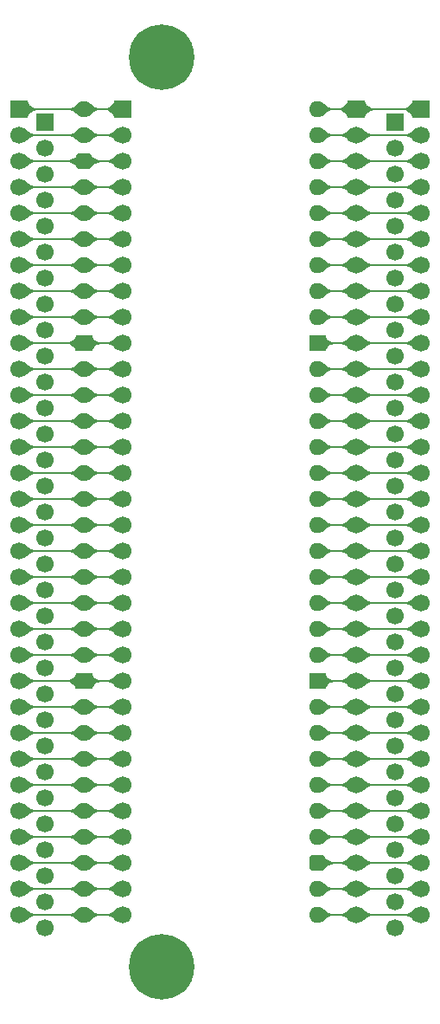
<source format=gtl>
%TF.GenerationSoftware,KiCad,Pcbnew,9.0.7-9.0.7~ubuntu24.04.1*%
%TF.CreationDate,2026-01-16T07:27:37+02:00*%
%TF.ProjectId,HCP65 Wide Analyser,48435036-3520-4576-9964-6520416e616c,V0*%
%TF.SameCoordinates,Original*%
%TF.FileFunction,Copper,L1,Top*%
%TF.FilePolarity,Positive*%
%FSLAX46Y46*%
G04 Gerber Fmt 4.6, Leading zero omitted, Abs format (unit mm)*
G04 Created by KiCad (PCBNEW 9.0.7-9.0.7~ubuntu24.04.1) date 2026-01-16 07:27:37*
%MOMM*%
%LPD*%
G01*
G04 APERTURE LIST*
G04 Aperture macros list*
%AMRoundRect*
0 Rectangle with rounded corners*
0 $1 Rounding radius*
0 $2 $3 $4 $5 $6 $7 $8 $9 X,Y pos of 4 corners*
0 Add a 4 corners polygon primitive as box body*
4,1,4,$2,$3,$4,$5,$6,$7,$8,$9,$2,$3,0*
0 Add four circle primitives for the rounded corners*
1,1,$1+$1,$2,$3*
1,1,$1+$1,$4,$5*
1,1,$1+$1,$6,$7*
1,1,$1+$1,$8,$9*
0 Add four rect primitives between the rounded corners*
20,1,$1+$1,$2,$3,$4,$5,0*
20,1,$1+$1,$4,$5,$6,$7,0*
20,1,$1+$1,$6,$7,$8,$9,0*
20,1,$1+$1,$8,$9,$2,$3,0*%
G04 Aperture macros list end*
%TA.AperFunction,ComponentPad*%
%ADD10C,1.700000*%
%TD*%
%TA.AperFunction,ComponentPad*%
%ADD11R,1.700000X1.700000*%
%TD*%
%TA.AperFunction,ComponentPad*%
%ADD12O,1.600000X1.600000*%
%TD*%
%TA.AperFunction,ComponentPad*%
%ADD13R,1.600000X1.600000*%
%TD*%
%TA.AperFunction,ComponentPad*%
%ADD14RoundRect,0.400000X-0.400000X-0.400000X0.400000X-0.400000X0.400000X0.400000X-0.400000X0.400000X0*%
%TD*%
%TA.AperFunction,ComponentPad*%
%ADD15C,6.400000*%
%TD*%
%TA.AperFunction,Conductor*%
%ADD16C,0.200000*%
%TD*%
G04 APERTURE END LIST*
D10*
%TO.P,J6,32,Pin_32*%
%TO.N,/GND*%
X-3810000Y-80010000D03*
%TO.P,J6,31,Pin_31*%
X-3810000Y-77470000D03*
%TO.P,J6,30,Pin_30*%
X-3810000Y-74930000D03*
%TO.P,J6,29,Pin_29*%
X-3810000Y-72390000D03*
%TO.P,J6,28,Pin_28*%
X-3810000Y-69850000D03*
%TO.P,J6,27,Pin_27*%
X-3810000Y-67310000D03*
%TO.P,J6,26,Pin_26*%
X-3810000Y-64770000D03*
%TO.P,J6,25,Pin_25*%
X-3810000Y-62230000D03*
%TO.P,J6,24,Pin_24*%
X-3810000Y-59690000D03*
%TO.P,J6,23,Pin_23*%
X-3810000Y-57150000D03*
%TO.P,J6,22,Pin_22*%
X-3810000Y-54610000D03*
%TO.P,J6,21,Pin_21*%
X-3810000Y-52070000D03*
%TO.P,J6,20,Pin_20*%
X-3810000Y-49530000D03*
%TO.P,J6,19,Pin_19*%
X-3810000Y-46990000D03*
%TO.P,J6,18,Pin_18*%
X-3810000Y-44450000D03*
%TO.P,J6,17,Pin_17*%
X-3810000Y-41910000D03*
%TO.P,J6,16,Pin_16*%
X-3810000Y-39370000D03*
%TO.P,J6,15,Pin_15*%
X-3810000Y-36830000D03*
%TO.P,J6,14,Pin_14*%
X-3810000Y-34290000D03*
%TO.P,J6,13,Pin_13*%
X-3810000Y-31750000D03*
%TO.P,J6,12,Pin_12*%
X-3810000Y-29210000D03*
%TO.P,J6,11,Pin_11*%
X-3810000Y-26670000D03*
%TO.P,J6,10,Pin_10*%
X-3810000Y-24130000D03*
%TO.P,J6,9,Pin_9*%
X-3810000Y-21590000D03*
%TO.P,J6,8,Pin_8*%
X-3810000Y-19050000D03*
%TO.P,J6,7,Pin_7*%
X-3810000Y-16510000D03*
%TO.P,J6,6,Pin_6*%
X-3810000Y-13970000D03*
%TO.P,J6,5,Pin_5*%
X-3810000Y-11430000D03*
%TO.P,J6,4,Pin_4*%
X-3810000Y-8890000D03*
%TO.P,J6,3,Pin_3*%
X-3810000Y-6350000D03*
%TO.P,J6,2,Pin_2*%
X-3810000Y-3810000D03*
D11*
%TO.P,J6,1,Pin_1*%
X-3810000Y-1270000D03*
%TD*%
D10*
%TO.P,J7,32,Pin_32*%
%TO.N,/GND*%
X30480000Y-80010000D03*
%TO.P,J7,31,Pin_31*%
X30480000Y-77470000D03*
%TO.P,J7,30,Pin_30*%
X30480000Y-74930000D03*
%TO.P,J7,29,Pin_29*%
X30480000Y-72390000D03*
%TO.P,J7,28,Pin_28*%
X30480000Y-69850000D03*
%TO.P,J7,27,Pin_27*%
X30480000Y-67310000D03*
%TO.P,J7,26,Pin_26*%
X30480000Y-64770000D03*
%TO.P,J7,25,Pin_25*%
X30480000Y-62230000D03*
%TO.P,J7,24,Pin_24*%
X30480000Y-59690000D03*
%TO.P,J7,23,Pin_23*%
X30480000Y-57150000D03*
%TO.P,J7,22,Pin_22*%
X30480000Y-54610000D03*
%TO.P,J7,21,Pin_21*%
X30480000Y-52070000D03*
%TO.P,J7,20,Pin_20*%
X30480000Y-49530000D03*
%TO.P,J7,19,Pin_19*%
X30480000Y-46990000D03*
%TO.P,J7,18,Pin_18*%
X30480000Y-44450000D03*
%TO.P,J7,17,Pin_17*%
X30480000Y-41910000D03*
%TO.P,J7,16,Pin_16*%
X30480000Y-39370000D03*
%TO.P,J7,15,Pin_15*%
X30480000Y-36830000D03*
%TO.P,J7,14,Pin_14*%
X30480000Y-34290000D03*
%TO.P,J7,13,Pin_13*%
X30480000Y-31750000D03*
%TO.P,J7,12,Pin_12*%
X30480000Y-29210000D03*
%TO.P,J7,11,Pin_11*%
X30480000Y-26670000D03*
%TO.P,J7,10,Pin_10*%
X30480000Y-24130000D03*
%TO.P,J7,9,Pin_9*%
X30480000Y-21590000D03*
%TO.P,J7,8,Pin_8*%
X30480000Y-19050000D03*
%TO.P,J7,7,Pin_7*%
X30480000Y-16510000D03*
%TO.P,J7,6,Pin_6*%
X30480000Y-13970000D03*
%TO.P,J7,5,Pin_5*%
X30480000Y-11430000D03*
%TO.P,J7,4,Pin_4*%
X30480000Y-8890000D03*
%TO.P,J7,3,Pin_3*%
X30480000Y-6350000D03*
%TO.P,J7,2,Pin_2*%
X30480000Y-3810000D03*
D11*
%TO.P,J7,1,Pin_1*%
X30480000Y-1270000D03*
%TD*%
D12*
%TO.P,J1,64*%
%TO.N,Net-(J2-Pin_1)*%
X22860000Y0D03*
%TO.P,J1,63*%
%TO.N,Net-(J2-Pin_2)*%
X22860000Y-2540000D03*
%TO.P,J1,62*%
%TO.N,Net-(J2-Pin_3)*%
X22860000Y-5080000D03*
%TO.P,J1,61*%
%TO.N,Net-(J2-Pin_4)*%
X22860000Y-7620000D03*
%TO.P,J1,60*%
%TO.N,Net-(J2-Pin_5)*%
X22860000Y-10160000D03*
%TO.P,J1,59*%
%TO.N,Net-(J2-Pin_6)*%
X22860000Y-12700000D03*
%TO.P,J1,58*%
%TO.N,Net-(J2-Pin_7)*%
X22860000Y-15240000D03*
%TO.P,J1,57*%
%TO.N,Net-(J2-Pin_8)*%
X22860000Y-17780000D03*
%TO.P,J1,56*%
%TO.N,Net-(J2-Pin_9)*%
X22860000Y-20320000D03*
D13*
%TO.P,J1,55*%
%TO.N,Net-(J2-Pin_10)*%
X22860000Y-22860000D03*
D12*
%TO.P,J1,54*%
%TO.N,Net-(J2-Pin_11)*%
X22860000Y-25400000D03*
%TO.P,J1,53*%
%TO.N,Net-(J2-Pin_12)*%
X22860000Y-27940000D03*
%TO.P,J1,52*%
%TO.N,Net-(J2-Pin_13)*%
X22860000Y-30480000D03*
%TO.P,J1,51*%
%TO.N,Net-(J2-Pin_14)*%
X22860000Y-33020000D03*
%TO.P,J1,50*%
%TO.N,Net-(J2-Pin_15)*%
X22860000Y-35560000D03*
%TO.P,J1,49*%
%TO.N,Net-(J2-Pin_16)*%
X22860000Y-38100000D03*
%TO.P,J1,48*%
%TO.N,Net-(J2-Pin_17)*%
X22860000Y-40640000D03*
%TO.P,J1,47*%
%TO.N,Net-(J2-Pin_18)*%
X22860000Y-43180000D03*
%TO.P,J1,46*%
%TO.N,Net-(J2-Pin_19)*%
X22860000Y-45720000D03*
%TO.P,J1,45*%
%TO.N,Net-(J2-Pin_20)*%
X22860000Y-48260000D03*
%TO.P,J1,44*%
%TO.N,Net-(J2-Pin_21)*%
X22860000Y-50800000D03*
%TO.P,J1,43*%
%TO.N,Net-(J2-Pin_22)*%
X22860000Y-53340000D03*
D13*
%TO.P,J1,42*%
%TO.N,Net-(J2-Pin_23)*%
X22860000Y-55880000D03*
D12*
%TO.P,J1,41*%
%TO.N,Net-(J2-Pin_24)*%
X22860000Y-58420000D03*
%TO.P,J1,40*%
%TO.N,Net-(J2-Pin_25)*%
X22860000Y-60960000D03*
%TO.P,J1,39*%
%TO.N,Net-(J2-Pin_26)*%
X22860000Y-63500000D03*
%TO.P,J1,38*%
%TO.N,Net-(J2-Pin_27)*%
X22860000Y-66040000D03*
%TO.P,J1,37*%
%TO.N,Net-(J2-Pin_28)*%
X22860000Y-68580000D03*
%TO.P,J1,36*%
%TO.N,Net-(J2-Pin_29)*%
X22860000Y-71120000D03*
D14*
%TO.P,J1,35*%
%TO.N,Net-(J2-Pin_30)*%
X22860000Y-73660000D03*
D12*
%TO.P,J1,34*%
%TO.N,Net-(J2-Pin_31)*%
X22860000Y-76200000D03*
%TO.P,J1,33*%
%TO.N,Net-(J2-Pin_32)*%
X22860000Y-78740000D03*
%TO.P,J1,32*%
%TO.N,Net-(J4-Pin_32)*%
X0Y-78740000D03*
%TO.P,J1,31*%
%TO.N,Net-(J4-Pin_31)*%
X0Y-76200000D03*
%TO.P,J1,30*%
%TO.N,Net-(J4-Pin_30)*%
X0Y-73660000D03*
%TO.P,J1,29*%
%TO.N,Net-(J4-Pin_29)*%
X0Y-71120000D03*
%TO.P,J1,28*%
%TO.N,Net-(J4-Pin_28)*%
X0Y-68580000D03*
%TO.P,J1,27*%
%TO.N,Net-(J4-Pin_27)*%
X0Y-66040000D03*
%TO.P,J1,26*%
%TO.N,Net-(J4-Pin_26)*%
X0Y-63500000D03*
%TO.P,J1,25*%
%TO.N,Net-(J4-Pin_25)*%
X0Y-60960000D03*
%TO.P,J1,24*%
%TO.N,Net-(J4-Pin_24)*%
X0Y-58420000D03*
D13*
%TO.P,J1,23*%
%TO.N,Net-(J4-Pin_23)*%
X0Y-55880000D03*
D12*
%TO.P,J1,22*%
%TO.N,Net-(J4-Pin_22)*%
X0Y-53340000D03*
%TO.P,J1,21*%
%TO.N,Net-(J4-Pin_21)*%
X0Y-50800000D03*
%TO.P,J1,20*%
%TO.N,Net-(J4-Pin_20)*%
X0Y-48260000D03*
%TO.P,J1,19*%
%TO.N,Net-(J4-Pin_19)*%
X0Y-45720000D03*
%TO.P,J1,18*%
%TO.N,Net-(J4-Pin_18)*%
X0Y-43180000D03*
%TO.P,J1,17*%
%TO.N,Net-(J4-Pin_17)*%
X0Y-40640000D03*
%TO.P,J1,16*%
%TO.N,Net-(J4-Pin_16)*%
X0Y-38100000D03*
%TO.P,J1,15*%
%TO.N,Net-(J4-Pin_15)*%
X0Y-35560000D03*
%TO.P,J1,14*%
%TO.N,Net-(J4-Pin_14)*%
X0Y-33020000D03*
%TO.P,J1,13*%
%TO.N,Net-(J4-Pin_13)*%
X0Y-30480000D03*
%TO.P,J1,12*%
%TO.N,Net-(J4-Pin_12)*%
X0Y-27940000D03*
%TO.P,J1,11*%
%TO.N,Net-(J4-Pin_11)*%
X0Y-25400000D03*
D13*
%TO.P,J1,10*%
%TO.N,Net-(J4-Pin_10)*%
X0Y-22860000D03*
D12*
%TO.P,J1,9*%
%TO.N,Net-(J4-Pin_9)*%
X0Y-20320000D03*
%TO.P,J1,8*%
%TO.N,Net-(J4-Pin_8)*%
X0Y-17780000D03*
%TO.P,J1,7*%
%TO.N,Net-(J4-Pin_7)*%
X0Y-15240000D03*
%TO.P,J1,6*%
%TO.N,Net-(J4-Pin_6)*%
X0Y-12700000D03*
%TO.P,J1,5*%
%TO.N,Net-(J4-Pin_5)*%
X0Y-10160000D03*
%TO.P,J1,4*%
%TO.N,Net-(J4-Pin_4)*%
X0Y-7620000D03*
D14*
%TO.P,J1,3*%
%TO.N,Net-(J4-Pin_3)*%
X0Y-5080000D03*
D12*
%TO.P,J1,2*%
%TO.N,Net-(J4-Pin_2)*%
X0Y-2540000D03*
%TO.P,J1,1*%
%TO.N,Net-(J4-Pin_1)*%
X0Y0D03*
%TD*%
D15*
%TO.P,H1,1,1*%
%TO.N,/GND*%
X7620000Y5080000D03*
%TD*%
D10*
%TO.P,J3,32,Pin_32*%
%TO.N,Net-(J2-Pin_32)*%
X26670000Y-78740000D03*
%TO.P,J3,31,Pin_31*%
%TO.N,Net-(J2-Pin_31)*%
X26670000Y-76200000D03*
%TO.P,J3,30,Pin_30*%
%TO.N,Net-(J2-Pin_30)*%
X26670000Y-73660000D03*
%TO.P,J3,29,Pin_29*%
%TO.N,Net-(J2-Pin_29)*%
X26670000Y-71120000D03*
%TO.P,J3,28,Pin_28*%
%TO.N,Net-(J2-Pin_28)*%
X26670000Y-68580000D03*
%TO.P,J3,27,Pin_27*%
%TO.N,Net-(J2-Pin_27)*%
X26670000Y-66040000D03*
%TO.P,J3,26,Pin_26*%
%TO.N,Net-(J2-Pin_26)*%
X26670000Y-63500000D03*
%TO.P,J3,25,Pin_25*%
%TO.N,Net-(J2-Pin_25)*%
X26670000Y-60960000D03*
%TO.P,J3,24,Pin_24*%
%TO.N,Net-(J2-Pin_24)*%
X26670000Y-58420000D03*
%TO.P,J3,23,Pin_23*%
%TO.N,Net-(J2-Pin_23)*%
X26670000Y-55880000D03*
%TO.P,J3,22,Pin_22*%
%TO.N,Net-(J2-Pin_22)*%
X26670000Y-53340000D03*
%TO.P,J3,21,Pin_21*%
%TO.N,Net-(J2-Pin_21)*%
X26670000Y-50800000D03*
%TO.P,J3,20,Pin_20*%
%TO.N,Net-(J2-Pin_20)*%
X26670000Y-48260000D03*
%TO.P,J3,19,Pin_19*%
%TO.N,Net-(J2-Pin_19)*%
X26670000Y-45720000D03*
%TO.P,J3,18,Pin_18*%
%TO.N,Net-(J2-Pin_18)*%
X26670000Y-43180000D03*
%TO.P,J3,17,Pin_17*%
%TO.N,Net-(J2-Pin_17)*%
X26670000Y-40640000D03*
%TO.P,J3,16,Pin_16*%
%TO.N,Net-(J2-Pin_16)*%
X26670000Y-38100000D03*
%TO.P,J3,15,Pin_15*%
%TO.N,Net-(J2-Pin_15)*%
X26670000Y-35560000D03*
%TO.P,J3,14,Pin_14*%
%TO.N,Net-(J2-Pin_14)*%
X26670000Y-33020000D03*
%TO.P,J3,13,Pin_13*%
%TO.N,Net-(J2-Pin_13)*%
X26670000Y-30480000D03*
%TO.P,J3,12,Pin_12*%
%TO.N,Net-(J2-Pin_12)*%
X26670000Y-27940000D03*
%TO.P,J3,11,Pin_11*%
%TO.N,Net-(J2-Pin_11)*%
X26670000Y-25400000D03*
%TO.P,J3,10,Pin_10*%
%TO.N,Net-(J2-Pin_10)*%
X26670000Y-22860000D03*
%TO.P,J3,9,Pin_9*%
%TO.N,Net-(J2-Pin_9)*%
X26670000Y-20320000D03*
%TO.P,J3,8,Pin_8*%
%TO.N,Net-(J2-Pin_8)*%
X26670000Y-17780000D03*
%TO.P,J3,7,Pin_7*%
%TO.N,Net-(J2-Pin_7)*%
X26670000Y-15240000D03*
%TO.P,J3,6,Pin_6*%
%TO.N,Net-(J2-Pin_6)*%
X26670000Y-12700000D03*
%TO.P,J3,5,Pin_5*%
%TO.N,Net-(J2-Pin_5)*%
X26670000Y-10160000D03*
%TO.P,J3,4,Pin_4*%
%TO.N,Net-(J2-Pin_4)*%
X26670000Y-7620000D03*
%TO.P,J3,3,Pin_3*%
%TO.N,Net-(J2-Pin_3)*%
X26670000Y-5080000D03*
%TO.P,J3,2,Pin_2*%
%TO.N,Net-(J2-Pin_2)*%
X26670000Y-2540000D03*
D11*
%TO.P,J3,1,Pin_1*%
%TO.N,Net-(J2-Pin_1)*%
X26670000Y0D03*
%TD*%
D10*
%TO.P,J5,32,Pin_32*%
%TO.N,Net-(J4-Pin_32)*%
X-6350000Y-78740000D03*
%TO.P,J5,31,Pin_31*%
%TO.N,Net-(J4-Pin_31)*%
X-6350000Y-76200000D03*
%TO.P,J5,30,Pin_30*%
%TO.N,Net-(J4-Pin_30)*%
X-6350000Y-73660000D03*
%TO.P,J5,29,Pin_29*%
%TO.N,Net-(J4-Pin_29)*%
X-6350000Y-71120000D03*
%TO.P,J5,28,Pin_28*%
%TO.N,Net-(J4-Pin_28)*%
X-6350000Y-68580000D03*
%TO.P,J5,27,Pin_27*%
%TO.N,Net-(J4-Pin_27)*%
X-6350000Y-66040000D03*
%TO.P,J5,26,Pin_26*%
%TO.N,Net-(J4-Pin_26)*%
X-6350000Y-63500000D03*
%TO.P,J5,25,Pin_25*%
%TO.N,Net-(J4-Pin_25)*%
X-6350000Y-60960000D03*
%TO.P,J5,24,Pin_24*%
%TO.N,Net-(J4-Pin_24)*%
X-6350000Y-58420000D03*
%TO.P,J5,23,Pin_23*%
%TO.N,Net-(J4-Pin_23)*%
X-6350000Y-55880000D03*
%TO.P,J5,22,Pin_22*%
%TO.N,Net-(J4-Pin_22)*%
X-6350000Y-53340000D03*
%TO.P,J5,21,Pin_21*%
%TO.N,Net-(J4-Pin_21)*%
X-6350000Y-50800000D03*
%TO.P,J5,20,Pin_20*%
%TO.N,Net-(J4-Pin_20)*%
X-6350000Y-48260000D03*
%TO.P,J5,19,Pin_19*%
%TO.N,Net-(J4-Pin_19)*%
X-6350000Y-45720000D03*
%TO.P,J5,18,Pin_18*%
%TO.N,Net-(J4-Pin_18)*%
X-6350000Y-43180000D03*
%TO.P,J5,17,Pin_17*%
%TO.N,Net-(J4-Pin_17)*%
X-6350000Y-40640000D03*
%TO.P,J5,16,Pin_16*%
%TO.N,Net-(J4-Pin_16)*%
X-6350000Y-38100000D03*
%TO.P,J5,15,Pin_15*%
%TO.N,Net-(J4-Pin_15)*%
X-6350000Y-35560000D03*
%TO.P,J5,14,Pin_14*%
%TO.N,Net-(J4-Pin_14)*%
X-6350000Y-33020000D03*
%TO.P,J5,13,Pin_13*%
%TO.N,Net-(J4-Pin_13)*%
X-6350000Y-30480000D03*
%TO.P,J5,12,Pin_12*%
%TO.N,Net-(J4-Pin_12)*%
X-6350000Y-27940000D03*
%TO.P,J5,11,Pin_11*%
%TO.N,Net-(J4-Pin_11)*%
X-6350000Y-25400000D03*
%TO.P,J5,10,Pin_10*%
%TO.N,Net-(J4-Pin_10)*%
X-6350000Y-22860000D03*
%TO.P,J5,9,Pin_9*%
%TO.N,Net-(J4-Pin_9)*%
X-6350000Y-20320000D03*
%TO.P,J5,8,Pin_8*%
%TO.N,Net-(J4-Pin_8)*%
X-6350000Y-17780000D03*
%TO.P,J5,7,Pin_7*%
%TO.N,Net-(J4-Pin_7)*%
X-6350000Y-15240000D03*
%TO.P,J5,6,Pin_6*%
%TO.N,Net-(J4-Pin_6)*%
X-6350000Y-12700000D03*
%TO.P,J5,5,Pin_5*%
%TO.N,Net-(J4-Pin_5)*%
X-6350000Y-10160000D03*
%TO.P,J5,4,Pin_4*%
%TO.N,Net-(J4-Pin_4)*%
X-6350000Y-7620000D03*
%TO.P,J5,3,Pin_3*%
%TO.N,Net-(J4-Pin_3)*%
X-6350000Y-5080000D03*
%TO.P,J5,2,Pin_2*%
%TO.N,Net-(J4-Pin_2)*%
X-6350000Y-2540000D03*
D11*
%TO.P,J5,1,Pin_1*%
%TO.N,Net-(J4-Pin_1)*%
X-6350000Y0D03*
%TD*%
D15*
%TO.P,H2,1,1*%
%TO.N,/GND*%
X7620000Y-83820000D03*
%TD*%
D10*
%TO.P,J4,32,Pin_32*%
%TO.N,Net-(J4-Pin_32)*%
X3810000Y-78740000D03*
%TO.P,J4,31,Pin_31*%
%TO.N,Net-(J4-Pin_31)*%
X3810000Y-76200000D03*
%TO.P,J4,30,Pin_30*%
%TO.N,Net-(J4-Pin_30)*%
X3810000Y-73660000D03*
%TO.P,J4,29,Pin_29*%
%TO.N,Net-(J4-Pin_29)*%
X3810000Y-71120000D03*
%TO.P,J4,28,Pin_28*%
%TO.N,Net-(J4-Pin_28)*%
X3810000Y-68580000D03*
%TO.P,J4,27,Pin_27*%
%TO.N,Net-(J4-Pin_27)*%
X3810000Y-66040000D03*
%TO.P,J4,26,Pin_26*%
%TO.N,Net-(J4-Pin_26)*%
X3810000Y-63500000D03*
%TO.P,J4,25,Pin_25*%
%TO.N,Net-(J4-Pin_25)*%
X3810000Y-60960000D03*
%TO.P,J4,24,Pin_24*%
%TO.N,Net-(J4-Pin_24)*%
X3810000Y-58420000D03*
%TO.P,J4,23,Pin_23*%
%TO.N,Net-(J4-Pin_23)*%
X3810000Y-55880000D03*
%TO.P,J4,22,Pin_22*%
%TO.N,Net-(J4-Pin_22)*%
X3810000Y-53340000D03*
%TO.P,J4,21,Pin_21*%
%TO.N,Net-(J4-Pin_21)*%
X3810000Y-50800000D03*
%TO.P,J4,20,Pin_20*%
%TO.N,Net-(J4-Pin_20)*%
X3810000Y-48260000D03*
%TO.P,J4,19,Pin_19*%
%TO.N,Net-(J4-Pin_19)*%
X3810000Y-45720000D03*
%TO.P,J4,18,Pin_18*%
%TO.N,Net-(J4-Pin_18)*%
X3810000Y-43180000D03*
%TO.P,J4,17,Pin_17*%
%TO.N,Net-(J4-Pin_17)*%
X3810000Y-40640000D03*
%TO.P,J4,16,Pin_16*%
%TO.N,Net-(J4-Pin_16)*%
X3810000Y-38100000D03*
%TO.P,J4,15,Pin_15*%
%TO.N,Net-(J4-Pin_15)*%
X3810000Y-35560000D03*
%TO.P,J4,14,Pin_14*%
%TO.N,Net-(J4-Pin_14)*%
X3810000Y-33020000D03*
%TO.P,J4,13,Pin_13*%
%TO.N,Net-(J4-Pin_13)*%
X3810000Y-30480000D03*
%TO.P,J4,12,Pin_12*%
%TO.N,Net-(J4-Pin_12)*%
X3810000Y-27940000D03*
%TO.P,J4,11,Pin_11*%
%TO.N,Net-(J4-Pin_11)*%
X3810000Y-25400000D03*
%TO.P,J4,10,Pin_10*%
%TO.N,Net-(J4-Pin_10)*%
X3810000Y-22860000D03*
%TO.P,J4,9,Pin_9*%
%TO.N,Net-(J4-Pin_9)*%
X3810000Y-20320000D03*
%TO.P,J4,8,Pin_8*%
%TO.N,Net-(J4-Pin_8)*%
X3810000Y-17780000D03*
%TO.P,J4,7,Pin_7*%
%TO.N,Net-(J4-Pin_7)*%
X3810000Y-15240000D03*
%TO.P,J4,6,Pin_6*%
%TO.N,Net-(J4-Pin_6)*%
X3810000Y-12700000D03*
%TO.P,J4,5,Pin_5*%
%TO.N,Net-(J4-Pin_5)*%
X3810000Y-10160000D03*
%TO.P,J4,4,Pin_4*%
%TO.N,Net-(J4-Pin_4)*%
X3810000Y-7620000D03*
%TO.P,J4,3,Pin_3*%
%TO.N,Net-(J4-Pin_3)*%
X3810000Y-5080000D03*
%TO.P,J4,2,Pin_2*%
%TO.N,Net-(J4-Pin_2)*%
X3810000Y-2540000D03*
D11*
%TO.P,J4,1,Pin_1*%
%TO.N,Net-(J4-Pin_1)*%
X3810000Y0D03*
%TD*%
D10*
%TO.P,J2,32,Pin_32*%
%TO.N,Net-(J2-Pin_32)*%
X33020000Y-78740000D03*
%TO.P,J2,31,Pin_31*%
%TO.N,Net-(J2-Pin_31)*%
X33020000Y-76200000D03*
%TO.P,J2,30,Pin_30*%
%TO.N,Net-(J2-Pin_30)*%
X33020000Y-73660000D03*
%TO.P,J2,29,Pin_29*%
%TO.N,Net-(J2-Pin_29)*%
X33020000Y-71120000D03*
%TO.P,J2,28,Pin_28*%
%TO.N,Net-(J2-Pin_28)*%
X33020000Y-68580000D03*
%TO.P,J2,27,Pin_27*%
%TO.N,Net-(J2-Pin_27)*%
X33020000Y-66040000D03*
%TO.P,J2,26,Pin_26*%
%TO.N,Net-(J2-Pin_26)*%
X33020000Y-63500000D03*
%TO.P,J2,25,Pin_25*%
%TO.N,Net-(J2-Pin_25)*%
X33020000Y-60960000D03*
%TO.P,J2,24,Pin_24*%
%TO.N,Net-(J2-Pin_24)*%
X33020000Y-58420000D03*
%TO.P,J2,23,Pin_23*%
%TO.N,Net-(J2-Pin_23)*%
X33020000Y-55880000D03*
%TO.P,J2,22,Pin_22*%
%TO.N,Net-(J2-Pin_22)*%
X33020000Y-53340000D03*
%TO.P,J2,21,Pin_21*%
%TO.N,Net-(J2-Pin_21)*%
X33020000Y-50800000D03*
%TO.P,J2,20,Pin_20*%
%TO.N,Net-(J2-Pin_20)*%
X33020000Y-48260000D03*
%TO.P,J2,19,Pin_19*%
%TO.N,Net-(J2-Pin_19)*%
X33020000Y-45720000D03*
%TO.P,J2,18,Pin_18*%
%TO.N,Net-(J2-Pin_18)*%
X33020000Y-43180000D03*
%TO.P,J2,17,Pin_17*%
%TO.N,Net-(J2-Pin_17)*%
X33020000Y-40640000D03*
%TO.P,J2,16,Pin_16*%
%TO.N,Net-(J2-Pin_16)*%
X33020000Y-38100000D03*
%TO.P,J2,15,Pin_15*%
%TO.N,Net-(J2-Pin_15)*%
X33020000Y-35560000D03*
%TO.P,J2,14,Pin_14*%
%TO.N,Net-(J2-Pin_14)*%
X33020000Y-33020000D03*
%TO.P,J2,13,Pin_13*%
%TO.N,Net-(J2-Pin_13)*%
X33020000Y-30480000D03*
%TO.P,J2,12,Pin_12*%
%TO.N,Net-(J2-Pin_12)*%
X33020000Y-27940000D03*
%TO.P,J2,11,Pin_11*%
%TO.N,Net-(J2-Pin_11)*%
X33020000Y-25400000D03*
%TO.P,J2,10,Pin_10*%
%TO.N,Net-(J2-Pin_10)*%
X33020000Y-22860000D03*
%TO.P,J2,9,Pin_9*%
%TO.N,Net-(J2-Pin_9)*%
X33020000Y-20320000D03*
%TO.P,J2,8,Pin_8*%
%TO.N,Net-(J2-Pin_8)*%
X33020000Y-17780000D03*
%TO.P,J2,7,Pin_7*%
%TO.N,Net-(J2-Pin_7)*%
X33020000Y-15240000D03*
%TO.P,J2,6,Pin_6*%
%TO.N,Net-(J2-Pin_6)*%
X33020000Y-12700000D03*
%TO.P,J2,5,Pin_5*%
%TO.N,Net-(J2-Pin_5)*%
X33020000Y-10160000D03*
%TO.P,J2,4,Pin_4*%
%TO.N,Net-(J2-Pin_4)*%
X33020000Y-7620000D03*
%TO.P,J2,3,Pin_3*%
%TO.N,Net-(J2-Pin_3)*%
X33020000Y-5080000D03*
%TO.P,J2,2,Pin_2*%
%TO.N,Net-(J2-Pin_2)*%
X33020000Y-2540000D03*
D11*
%TO.P,J2,1,Pin_1*%
%TO.N,Net-(J2-Pin_1)*%
X33020000Y0D03*
%TD*%
D16*
%TO.N,Net-(J4-Pin_24)*%
X0Y-58420000D02*
X3810000Y-58420000D01*
X0Y-58420000D02*
X-6350000Y-58420000D01*
%TO.N,Net-(J4-Pin_9)*%
X0Y-20320000D02*
X3810000Y-20320000D01*
X0Y-20320000D02*
X-6350000Y-20320000D01*
%TO.N,Net-(J2-Pin_11)*%
X26670000Y-25400000D02*
X33020000Y-25400000D01*
X26670000Y-25400000D02*
X22860000Y-25400000D01*
%TO.N,Net-(J2-Pin_30)*%
X26670000Y-73660000D02*
X22860000Y-73660000D01*
X26670000Y-73660000D02*
X33020000Y-73660000D01*
%TO.N,Net-(J4-Pin_3)*%
X0Y-5080000D02*
X3810000Y-5080000D01*
X0Y-5080000D02*
X-6350000Y-5080000D01*
%TO.N,Net-(J4-Pin_17)*%
X0Y-40640000D02*
X3810000Y-40640000D01*
X0Y-40640000D02*
X-6350000Y-40640000D01*
%TO.N,Net-(J2-Pin_8)*%
X26670000Y-17780000D02*
X22860000Y-17780000D01*
X26670000Y-17780000D02*
X33020000Y-17780000D01*
%TO.N,Net-(J4-Pin_18)*%
X0Y-43180000D02*
X3810000Y-43180000D01*
X0Y-43180000D02*
X-6350000Y-43180000D01*
%TO.N,Net-(J4-Pin_14)*%
X0Y-33020000D02*
X3810000Y-33020000D01*
X0Y-33020000D02*
X-6350000Y-33020000D01*
%TO.N,Net-(J4-Pin_16)*%
X0Y-38100000D02*
X-6350000Y-38100000D01*
X0Y-38100000D02*
X3810000Y-38100000D01*
%TO.N,Net-(J4-Pin_27)*%
X0Y-66040000D02*
X-6350000Y-66040000D01*
X0Y-66040000D02*
X3810000Y-66040000D01*
%TO.N,Net-(J2-Pin_19)*%
X26670000Y-45720000D02*
X33020000Y-45720000D01*
X26670000Y-45720000D02*
X22860000Y-45720000D01*
%TO.N,Net-(J2-Pin_12)*%
X26670000Y-27940000D02*
X33020000Y-27940000D01*
X26670000Y-27940000D02*
X22860000Y-27940000D01*
%TO.N,Net-(J2-Pin_25)*%
X26670000Y-60960000D02*
X33020000Y-60960000D01*
X26670000Y-60960000D02*
X22860000Y-60960000D01*
%TO.N,Net-(J4-Pin_22)*%
X0Y-53340000D02*
X3810000Y-53340000D01*
X0Y-53340000D02*
X-6350000Y-53340000D01*
%TO.N,Net-(J4-Pin_30)*%
X0Y-73660000D02*
X-6350000Y-73660000D01*
X0Y-73660000D02*
X3810000Y-73660000D01*
%TO.N,Net-(J4-Pin_5)*%
X0Y-10160000D02*
X3810000Y-10160000D01*
X0Y-10160000D02*
X-6350000Y-10160000D01*
%TO.N,Net-(J4-Pin_31)*%
X0Y-76200000D02*
X3810000Y-76200000D01*
X0Y-76200000D02*
X-6350000Y-76200000D01*
%TO.N,Net-(J2-Pin_21)*%
X26670000Y-50800000D02*
X33020000Y-50800000D01*
X26670000Y-50800000D02*
X22860000Y-50800000D01*
%TO.N,Net-(J2-Pin_3)*%
X26670000Y-5080000D02*
X22860000Y-5080000D01*
X26670000Y-5080000D02*
X33020000Y-5080000D01*
%TO.N,Net-(J4-Pin_32)*%
X0Y-78740000D02*
X3810000Y-78740000D01*
X0Y-78740000D02*
X-6350000Y-78740000D01*
%TO.N,Net-(J2-Pin_2)*%
X26670000Y-2540000D02*
X33020000Y-2540000D01*
X26670000Y-2540000D02*
X22860000Y-2540000D01*
%TO.N,Net-(J2-Pin_14)*%
X26670000Y-33020000D02*
X33020000Y-33020000D01*
X26670000Y-33020000D02*
X22860000Y-33020000D01*
%TO.N,Net-(J2-Pin_9)*%
X26670000Y-20320000D02*
X33020000Y-20320000D01*
X26670000Y-20320000D02*
X22860000Y-20320000D01*
%TO.N,Net-(J2-Pin_5)*%
X26670000Y-10160000D02*
X22860000Y-10160000D01*
X26670000Y-10160000D02*
X33020000Y-10160000D01*
%TO.N,Net-(J2-Pin_16)*%
X26670000Y-38100000D02*
X33020000Y-38100000D01*
X26670000Y-38100000D02*
X22860000Y-38100000D01*
%TO.N,Net-(J2-Pin_18)*%
X26670000Y-43180000D02*
X22860000Y-43180000D01*
X26670000Y-43180000D02*
X33020000Y-43180000D01*
%TO.N,Net-(J2-Pin_23)*%
X26670000Y-55880000D02*
X33020000Y-55880000D01*
X26670000Y-55880000D02*
X22860000Y-55880000D01*
%TO.N,Net-(J4-Pin_19)*%
X0Y-45720000D02*
X-6350000Y-45720000D01*
X0Y-45720000D02*
X3810000Y-45720000D01*
%TO.N,Net-(J4-Pin_7)*%
X0Y-15240000D02*
X3810000Y-15240000D01*
X0Y-15240000D02*
X-6350000Y-15240000D01*
%TO.N,Net-(J2-Pin_10)*%
X26670000Y-22860000D02*
X33020000Y-22860000D01*
X26670000Y-22860000D02*
X22860000Y-22860000D01*
%TO.N,Net-(J2-Pin_27)*%
X26670000Y-66040000D02*
X22860000Y-66040000D01*
X26670000Y-66040000D02*
X33020000Y-66040000D01*
%TO.N,Net-(J4-Pin_2)*%
X0Y-2540000D02*
X-6350000Y-2540000D01*
X0Y-2540000D02*
X3810000Y-2540000D01*
%TO.N,Net-(J4-Pin_29)*%
X0Y-71120000D02*
X3810000Y-71120000D01*
X0Y-71120000D02*
X-6350000Y-71120000D01*
%TO.N,Net-(J4-Pin_12)*%
X0Y-27940000D02*
X-6350000Y-27940000D01*
X0Y-27940000D02*
X3810000Y-27940000D01*
%TO.N,Net-(J2-Pin_7)*%
X26670000Y-15240000D02*
X33020000Y-15240000D01*
X26670000Y-15240000D02*
X22860000Y-15240000D01*
%TO.N,Net-(J4-Pin_13)*%
X0Y-30480000D02*
X3810000Y-30480000D01*
X0Y-30480000D02*
X-6350000Y-30480000D01*
%TO.N,Net-(J2-Pin_15)*%
X26670000Y-35560000D02*
X33020000Y-35560000D01*
X26670000Y-35560000D02*
X22860000Y-35560000D01*
%TO.N,Net-(J2-Pin_26)*%
X26670000Y-63500000D02*
X22860000Y-63500000D01*
X26670000Y-63500000D02*
X33020000Y-63500000D01*
%TO.N,Net-(J4-Pin_28)*%
X0Y-68580000D02*
X3810000Y-68580000D01*
X0Y-68580000D02*
X-6350000Y-68580000D01*
%TO.N,Net-(J4-Pin_23)*%
X0Y-55880000D02*
X3810000Y-55880000D01*
X0Y-55880000D02*
X-6350000Y-55880000D01*
%TO.N,Net-(J4-Pin_25)*%
X0Y-60960000D02*
X3810000Y-60960000D01*
X0Y-60960000D02*
X-6350000Y-60960000D01*
%TO.N,Net-(J4-Pin_11)*%
X0Y-25400000D02*
X3810000Y-25400000D01*
X0Y-25400000D02*
X-6350000Y-25400000D01*
%TO.N,Net-(J4-Pin_21)*%
X0Y-50800000D02*
X3810000Y-50800000D01*
X0Y-50800000D02*
X-6350000Y-50800000D01*
%TO.N,Net-(J4-Pin_15)*%
X0Y-35560000D02*
X-6350000Y-35560000D01*
X0Y-35560000D02*
X3810000Y-35560000D01*
%TO.N,Net-(J4-Pin_6)*%
X0Y-12700000D02*
X-6350000Y-12700000D01*
X0Y-12700000D02*
X3810000Y-12700000D01*
%TO.N,Net-(J4-Pin_26)*%
X0Y-63500000D02*
X-6350000Y-63500000D01*
X0Y-63500000D02*
X3810000Y-63500000D01*
%TO.N,Net-(J2-Pin_4)*%
X26670000Y-7620000D02*
X33020000Y-7620000D01*
X26670000Y-7620000D02*
X22860000Y-7620000D01*
%TO.N,Net-(J2-Pin_29)*%
X26670000Y-71120000D02*
X22860000Y-71120000D01*
X26670000Y-71120000D02*
X33020000Y-71120000D01*
%TO.N,Net-(J2-Pin_20)*%
X26670000Y-48260000D02*
X22860000Y-48260000D01*
X26670000Y-48260000D02*
X33020000Y-48260000D01*
%TO.N,Net-(J4-Pin_1)*%
X0Y0D02*
X3810000Y0D01*
X0Y0D02*
X-6350000Y0D01*
%TO.N,Net-(J4-Pin_4)*%
X0Y-7620000D02*
X3810000Y-7620000D01*
X0Y-7620000D02*
X-6350000Y-7620000D01*
%TO.N,Net-(J2-Pin_31)*%
X26670000Y-76200000D02*
X33020000Y-76200000D01*
X26670000Y-76200000D02*
X22860000Y-76200000D01*
%TO.N,Net-(J2-Pin_13)*%
X26670000Y-30480000D02*
X22860000Y-30480000D01*
X26670000Y-30480000D02*
X33020000Y-30480000D01*
%TO.N,Net-(J2-Pin_6)*%
X26670000Y-12700000D02*
X22860000Y-12700000D01*
X26670000Y-12700000D02*
X33020000Y-12700000D01*
%TO.N,Net-(J2-Pin_22)*%
X26670000Y-53340000D02*
X22860000Y-53340000D01*
X26670000Y-53340000D02*
X33020000Y-53340000D01*
%TO.N,Net-(J4-Pin_20)*%
X0Y-48260000D02*
X-6350000Y-48260000D01*
X0Y-48260000D02*
X3810000Y-48260000D01*
%TO.N,Net-(J4-Pin_8)*%
X0Y-17780000D02*
X-6350000Y-17780000D01*
X0Y-17780000D02*
X3810000Y-17780000D01*
%TO.N,Net-(J4-Pin_10)*%
X0Y-22860000D02*
X-6350000Y-22860000D01*
X0Y-22860000D02*
X3810000Y-22860000D01*
%TO.N,Net-(J2-Pin_32)*%
X26670000Y-78740000D02*
X22860000Y-78740000D01*
X26670000Y-78740000D02*
X33020000Y-78740000D01*
%TO.N,Net-(J2-Pin_24)*%
X26670000Y-58420000D02*
X33020000Y-58420000D01*
X26670000Y-58420000D02*
X22860000Y-58420000D01*
%TO.N,Net-(J2-Pin_1)*%
X26670000Y0D02*
X33020000Y0D01*
X26670000Y0D02*
X22860000Y0D01*
%TO.N,Net-(J2-Pin_17)*%
X26670000Y-40640000D02*
X33020000Y-40640000D01*
X26670000Y-40640000D02*
X22860000Y-40640000D01*
%TO.N,Net-(J2-Pin_28)*%
X26670000Y-68580000D02*
X33020000Y-68580000D01*
X26670000Y-68580000D02*
X22860000Y-68580000D01*
%TD*%
%TA.AperFunction,Conductor*%
%TO.N,Net-(J4-Pin_24)*%
G36*
X453912Y-57761729D02*
G01*
X454294Y-57761995D01*
X648713Y-57903705D01*
X649307Y-57904169D01*
X803434Y-58032494D01*
X910179Y-58117897D01*
X981186Y-58174707D01*
X1122405Y-58251462D01*
X1205493Y-58279522D01*
X1205495Y-58279523D01*
X1301550Y-58300386D01*
X1301561Y-58300388D01*
X1301564Y-58300388D01*
X1301572Y-58300390D01*
X1430024Y-58315049D01*
X1573302Y-58319637D01*
X1581462Y-58323327D01*
X1584628Y-58331331D01*
X1584628Y-58508663D01*
X1581201Y-58516936D01*
X1573297Y-58520357D01*
X1431915Y-58524819D01*
X1304714Y-58539092D01*
X1212350Y-58559412D01*
X1198146Y-58562538D01*
X1198145Y-58562538D01*
X1198142Y-58562539D01*
X1198134Y-58562541D01*
X1107316Y-58594871D01*
X1027327Y-58635813D01*
X953268Y-58685094D01*
X830588Y-58785321D01*
X803450Y-58807493D01*
X750061Y-58852485D01*
X691691Y-58901675D01*
X691123Y-58902124D01*
X454316Y-59077858D01*
X445631Y-59080036D01*
X437948Y-59075434D01*
X437623Y-59074972D01*
X258486Y-58807477D01*
X3358Y-58426508D01*
X1602Y-58417729D01*
X3357Y-58413492D01*
X437681Y-57764939D01*
X445131Y-57759972D01*
X453912Y-57761729D01*
G37*
%TD.AperFunction*%
%TD*%
%TA.AperFunction,Conductor*%
%TO.N,Net-(J4-Pin_24)*%
G36*
X3344271Y-57722992D02*
G01*
X3344595Y-57723451D01*
X3806640Y-58413490D01*
X3808395Y-58422271D01*
X3806640Y-58426510D01*
X3344550Y-59116614D01*
X3337099Y-59121581D01*
X3328318Y-59119826D01*
X3327920Y-59119547D01*
X3118003Y-58965985D01*
X3117383Y-58965498D01*
X2952345Y-58826781D01*
X2952227Y-58826681D01*
X2908639Y-58789048D01*
X2908638Y-58789047D01*
X2908632Y-58789042D01*
X2750067Y-58665229D01*
X2603988Y-58588724D01*
X2603987Y-58588723D01*
X2603984Y-58588722D01*
X2517220Y-58560542D01*
X2517217Y-58560541D01*
X2470105Y-58550680D01*
X2417098Y-58539585D01*
X2284671Y-58524949D01*
X2284647Y-58524947D01*
X2137668Y-58520354D01*
X2129505Y-58516671D01*
X2126333Y-58508660D01*
X2126333Y-58331331D01*
X2129760Y-58323058D01*
X2137657Y-58319637D01*
X2288045Y-58314818D01*
X2422765Y-58299494D01*
X2422767Y-58299493D01*
X2422771Y-58299493D01*
X2490173Y-58284485D01*
X2535636Y-58274363D01*
X2631801Y-58239758D01*
X2716403Y-58196015D01*
X2794585Y-58143466D01*
X2952263Y-58013288D01*
X3084389Y-57901182D01*
X3084967Y-57900722D01*
X3327905Y-57720562D01*
X3336590Y-57718388D01*
X3344271Y-57722992D01*
G37*
%TD.AperFunction*%
%TD*%
%TA.AperFunction,Conductor*%
%TO.N,Net-(J4-Pin_24)*%
G36*
X-437948Y-57764565D02*
G01*
X-437628Y-57765019D01*
X-3358Y-58413491D01*
X-1602Y-58422271D01*
X-3357Y-58426507D01*
X-258489Y-58807481D01*
X-437681Y-59075059D01*
X-445131Y-59080027D01*
X-453912Y-59078270D01*
X-454294Y-59078004D01*
X-648712Y-58936294D01*
X-649306Y-58935831D01*
X-803464Y-58807481D01*
X-981183Y-58665294D01*
X-1122409Y-58588536D01*
X-1205493Y-58560477D01*
X-1205495Y-58560476D01*
X-1301550Y-58539613D01*
X-1301561Y-58539611D01*
X-1430021Y-58524951D01*
X-1573303Y-58520362D01*
X-1581462Y-58516672D01*
X-1584628Y-58508668D01*
X-1584628Y-58331336D01*
X-1581201Y-58323063D01*
X-1573297Y-58319642D01*
X-1431909Y-58315180D01*
X-1304714Y-58300907D01*
X-1198146Y-58277462D01*
X-1198136Y-58277458D01*
X-1198134Y-58277458D01*
X-1107317Y-58245128D01*
X-1107314Y-58245127D01*
X-1027322Y-58204183D01*
X-953277Y-58154911D01*
X-953272Y-58154907D01*
X-953269Y-58154905D01*
X-910469Y-58119938D01*
X-803451Y-58032507D01*
X-691689Y-57938323D01*
X-691123Y-57937875D01*
X-454316Y-57762141D01*
X-445631Y-57759963D01*
X-437948Y-57764565D01*
G37*
%TD.AperFunction*%
%TD*%
%TA.AperFunction,Conductor*%
%TO.N,Net-(J4-Pin_24)*%
G36*
X-5868318Y-57720173D02*
G01*
X-5867952Y-57720429D01*
X-5657983Y-57874028D01*
X-5657401Y-57874486D01*
X-5492263Y-58013288D01*
X-5448631Y-58050958D01*
X-5290066Y-58174771D01*
X-5143987Y-58251276D01*
X-5057216Y-58279459D01*
X-4957095Y-58300415D01*
X-4824654Y-58315052D01*
X-4677666Y-58319645D01*
X-4669506Y-58323328D01*
X-4666333Y-58331339D01*
X-4666333Y-58508668D01*
X-4669760Y-58516941D01*
X-4677658Y-58520362D01*
X-4828051Y-58525182D01*
X-4828052Y-58525182D01*
X-4962771Y-58540506D01*
X-5075626Y-58565634D01*
X-5075636Y-58565637D01*
X-5171801Y-58600242D01*
X-5256403Y-58643985D01*
X-5256407Y-58643988D01*
X-5334585Y-58696534D01*
X-5334587Y-58696535D01*
X-5492251Y-58826701D01*
X-5624378Y-58938807D01*
X-5624979Y-58939284D01*
X-5867904Y-59119436D01*
X-5876590Y-59121611D01*
X-5884271Y-59117007D01*
X-5884595Y-59116548D01*
X-6346640Y-58426510D01*
X-6348395Y-58417729D01*
X-6346640Y-58413490D01*
X-5884550Y-57723385D01*
X-5877099Y-57718418D01*
X-5868318Y-57720173D01*
G37*
%TD.AperFunction*%
%TD*%
%TA.AperFunction,Conductor*%
%TO.N,Net-(J4-Pin_9)*%
G36*
X453912Y-19661729D02*
G01*
X454294Y-19661995D01*
X648713Y-19803705D01*
X649307Y-19804169D01*
X803434Y-19932494D01*
X910179Y-20017897D01*
X981186Y-20074707D01*
X1122405Y-20151462D01*
X1205493Y-20179522D01*
X1205495Y-20179523D01*
X1301550Y-20200386D01*
X1301561Y-20200388D01*
X1301564Y-20200388D01*
X1301572Y-20200390D01*
X1430024Y-20215049D01*
X1573302Y-20219637D01*
X1581462Y-20223327D01*
X1584628Y-20231331D01*
X1584628Y-20408663D01*
X1581201Y-20416936D01*
X1573297Y-20420357D01*
X1431915Y-20424819D01*
X1304714Y-20439092D01*
X1212350Y-20459412D01*
X1198146Y-20462538D01*
X1198145Y-20462538D01*
X1198142Y-20462539D01*
X1198134Y-20462541D01*
X1107316Y-20494871D01*
X1027327Y-20535813D01*
X953268Y-20585094D01*
X830588Y-20685321D01*
X803450Y-20707493D01*
X750061Y-20752485D01*
X691691Y-20801675D01*
X691123Y-20802124D01*
X454316Y-20977858D01*
X445631Y-20980036D01*
X437948Y-20975434D01*
X437623Y-20974972D01*
X258486Y-20707477D01*
X3358Y-20326508D01*
X1602Y-20317729D01*
X3357Y-20313492D01*
X437681Y-19664939D01*
X445131Y-19659972D01*
X453912Y-19661729D01*
G37*
%TD.AperFunction*%
%TD*%
%TA.AperFunction,Conductor*%
%TO.N,Net-(J4-Pin_9)*%
G36*
X3344271Y-19622992D02*
G01*
X3344595Y-19623451D01*
X3806640Y-20313490D01*
X3808395Y-20322271D01*
X3806640Y-20326510D01*
X3344550Y-21016614D01*
X3337099Y-21021581D01*
X3328318Y-21019826D01*
X3327920Y-21019547D01*
X3118003Y-20865985D01*
X3117383Y-20865498D01*
X2952345Y-20726781D01*
X2952227Y-20726681D01*
X2908639Y-20689048D01*
X2908638Y-20689047D01*
X2908632Y-20689042D01*
X2750067Y-20565229D01*
X2603988Y-20488724D01*
X2603987Y-20488723D01*
X2603984Y-20488722D01*
X2517220Y-20460542D01*
X2517217Y-20460541D01*
X2470105Y-20450680D01*
X2417098Y-20439585D01*
X2284671Y-20424949D01*
X2284647Y-20424947D01*
X2137668Y-20420354D01*
X2129505Y-20416671D01*
X2126333Y-20408660D01*
X2126333Y-20231331D01*
X2129760Y-20223058D01*
X2137657Y-20219637D01*
X2288045Y-20214818D01*
X2422765Y-20199494D01*
X2422767Y-20199493D01*
X2422771Y-20199493D01*
X2490173Y-20184485D01*
X2535636Y-20174363D01*
X2631801Y-20139758D01*
X2716403Y-20096015D01*
X2794585Y-20043466D01*
X2952263Y-19913288D01*
X3084389Y-19801182D01*
X3084967Y-19800722D01*
X3327905Y-19620562D01*
X3336590Y-19618388D01*
X3344271Y-19622992D01*
G37*
%TD.AperFunction*%
%TD*%
%TA.AperFunction,Conductor*%
%TO.N,Net-(J4-Pin_9)*%
G36*
X-437948Y-19664565D02*
G01*
X-437628Y-19665019D01*
X-3358Y-20313491D01*
X-1602Y-20322271D01*
X-3357Y-20326507D01*
X-258489Y-20707481D01*
X-437681Y-20975059D01*
X-445131Y-20980027D01*
X-453912Y-20978270D01*
X-454294Y-20978004D01*
X-648712Y-20836294D01*
X-649306Y-20835831D01*
X-803464Y-20707481D01*
X-981183Y-20565294D01*
X-1122409Y-20488536D01*
X-1205493Y-20460477D01*
X-1205495Y-20460476D01*
X-1301550Y-20439613D01*
X-1301561Y-20439611D01*
X-1430021Y-20424951D01*
X-1573303Y-20420362D01*
X-1581462Y-20416672D01*
X-1584628Y-20408668D01*
X-1584628Y-20231336D01*
X-1581201Y-20223063D01*
X-1573297Y-20219642D01*
X-1431909Y-20215180D01*
X-1304714Y-20200907D01*
X-1198146Y-20177462D01*
X-1198136Y-20177458D01*
X-1198134Y-20177458D01*
X-1107317Y-20145128D01*
X-1107314Y-20145127D01*
X-1027322Y-20104183D01*
X-953277Y-20054911D01*
X-953272Y-20054907D01*
X-953269Y-20054905D01*
X-910469Y-20019938D01*
X-803451Y-19932507D01*
X-691689Y-19838323D01*
X-691123Y-19837875D01*
X-454316Y-19662141D01*
X-445631Y-19659963D01*
X-437948Y-19664565D01*
G37*
%TD.AperFunction*%
%TD*%
%TA.AperFunction,Conductor*%
%TO.N,Net-(J4-Pin_9)*%
G36*
X-5868318Y-19620173D02*
G01*
X-5867952Y-19620429D01*
X-5657983Y-19774028D01*
X-5657401Y-19774486D01*
X-5492263Y-19913288D01*
X-5448631Y-19950958D01*
X-5290066Y-20074771D01*
X-5143987Y-20151276D01*
X-5057216Y-20179459D01*
X-4957095Y-20200415D01*
X-4824654Y-20215052D01*
X-4677666Y-20219645D01*
X-4669506Y-20223328D01*
X-4666333Y-20231339D01*
X-4666333Y-20408668D01*
X-4669760Y-20416941D01*
X-4677658Y-20420362D01*
X-4828051Y-20425182D01*
X-4828052Y-20425182D01*
X-4962771Y-20440506D01*
X-5075626Y-20465634D01*
X-5075636Y-20465637D01*
X-5171801Y-20500242D01*
X-5256403Y-20543985D01*
X-5256407Y-20543988D01*
X-5334585Y-20596534D01*
X-5334587Y-20596535D01*
X-5492251Y-20726701D01*
X-5624378Y-20838807D01*
X-5624979Y-20839284D01*
X-5867904Y-21019436D01*
X-5876590Y-21021611D01*
X-5884271Y-21017007D01*
X-5884595Y-21016548D01*
X-6346640Y-20326510D01*
X-6348395Y-20317729D01*
X-6346640Y-20313490D01*
X-5884550Y-19623385D01*
X-5877099Y-19618418D01*
X-5868318Y-19620173D01*
G37*
%TD.AperFunction*%
%TD*%
%TA.AperFunction,Conductor*%
%TO.N,Net-(J2-Pin_11)*%
G36*
X27151681Y-24700173D02*
G01*
X27152079Y-24700452D01*
X27361996Y-24854014D01*
X27362612Y-24854498D01*
X27527736Y-24993288D01*
X27571368Y-25030958D01*
X27729933Y-25154771D01*
X27876012Y-25231276D01*
X27962784Y-25259459D01*
X28062905Y-25280415D01*
X28195346Y-25295052D01*
X28342333Y-25299645D01*
X28350494Y-25303328D01*
X28353667Y-25311339D01*
X28353667Y-25488668D01*
X28350240Y-25496941D01*
X28342342Y-25500362D01*
X28191948Y-25505182D01*
X28191947Y-25505182D01*
X28057227Y-25520506D01*
X27944372Y-25545634D01*
X27944362Y-25545637D01*
X27848195Y-25580243D01*
X27763606Y-25623980D01*
X27763600Y-25623983D01*
X27763596Y-25623986D01*
X27712249Y-25658497D01*
X27685405Y-25676540D01*
X27527746Y-25806702D01*
X27395621Y-25918807D01*
X27395020Y-25919284D01*
X27152095Y-26099436D01*
X27143409Y-26101611D01*
X27135728Y-26097007D01*
X27135404Y-26096548D01*
X27016709Y-25919284D01*
X26673358Y-25406509D01*
X26671604Y-25397729D01*
X26673359Y-25393490D01*
X26736197Y-25299645D01*
X27135449Y-24703384D01*
X27142900Y-24698418D01*
X27151681Y-24700173D01*
G37*
%TD.AperFunction*%
%TD*%
%TA.AperFunction,Conductor*%
%TO.N,Net-(J2-Pin_11)*%
G36*
X32554271Y-24702992D02*
G01*
X32554595Y-24703451D01*
X33016640Y-25393490D01*
X33018395Y-25402271D01*
X33016640Y-25406510D01*
X32554550Y-26096614D01*
X32547099Y-26101581D01*
X32538318Y-26099826D01*
X32537920Y-26099547D01*
X32328003Y-25945985D01*
X32327383Y-25945498D01*
X32162345Y-25806781D01*
X32162227Y-25806681D01*
X32118639Y-25769048D01*
X32118638Y-25769047D01*
X32118632Y-25769042D01*
X31960067Y-25645229D01*
X31813988Y-25568724D01*
X31813987Y-25568723D01*
X31813984Y-25568722D01*
X31727220Y-25540542D01*
X31727217Y-25540541D01*
X31680105Y-25530680D01*
X31627098Y-25519585D01*
X31494671Y-25504949D01*
X31494647Y-25504947D01*
X31347668Y-25500354D01*
X31339505Y-25496671D01*
X31336333Y-25488660D01*
X31336333Y-25311331D01*
X31339760Y-25303058D01*
X31347657Y-25299637D01*
X31498045Y-25294818D01*
X31632765Y-25279494D01*
X31632767Y-25279493D01*
X31632771Y-25279493D01*
X31700173Y-25264485D01*
X31745636Y-25254363D01*
X31841801Y-25219758D01*
X31926403Y-25176015D01*
X32004585Y-25123466D01*
X32162263Y-24993288D01*
X32294389Y-24881182D01*
X32294967Y-24880722D01*
X32537905Y-24700562D01*
X32546590Y-24698388D01*
X32554271Y-24702992D01*
G37*
%TD.AperFunction*%
%TD*%
%TA.AperFunction,Conductor*%
%TO.N,Net-(J2-Pin_11)*%
G36*
X23313912Y-24741729D02*
G01*
X23314294Y-24741995D01*
X23508713Y-24883705D01*
X23509307Y-24884169D01*
X23663434Y-25012494D01*
X23770179Y-25097897D01*
X23841186Y-25154707D01*
X23982405Y-25231462D01*
X24065493Y-25259522D01*
X24065495Y-25259523D01*
X24161550Y-25280386D01*
X24161561Y-25280388D01*
X24161564Y-25280388D01*
X24161572Y-25280390D01*
X24290024Y-25295049D01*
X24433302Y-25299637D01*
X24441462Y-25303327D01*
X24444628Y-25311331D01*
X24444628Y-25488663D01*
X24441201Y-25496936D01*
X24433297Y-25500357D01*
X24291915Y-25504819D01*
X24164714Y-25519092D01*
X24072350Y-25539412D01*
X24058146Y-25542538D01*
X24058145Y-25542538D01*
X24058142Y-25542539D01*
X24058134Y-25542541D01*
X23967316Y-25574871D01*
X23887327Y-25615813D01*
X23813268Y-25665094D01*
X23690588Y-25765321D01*
X23663450Y-25787493D01*
X23610061Y-25832485D01*
X23551691Y-25881675D01*
X23551123Y-25882124D01*
X23314316Y-26057858D01*
X23305631Y-26060036D01*
X23297948Y-26055434D01*
X23297623Y-26054972D01*
X23118486Y-25787477D01*
X22863358Y-25406508D01*
X22861602Y-25397729D01*
X22863357Y-25393492D01*
X23297681Y-24744939D01*
X23305131Y-24739972D01*
X23313912Y-24741729D01*
G37*
%TD.AperFunction*%
%TD*%
%TA.AperFunction,Conductor*%
%TO.N,Net-(J2-Pin_11)*%
G36*
X26204271Y-24702992D02*
G01*
X26204595Y-24703451D01*
X26666640Y-25393490D01*
X26668395Y-25402271D01*
X26666640Y-25406510D01*
X26204550Y-26096614D01*
X26197099Y-26101581D01*
X26188318Y-26099826D01*
X26187920Y-26099547D01*
X25978003Y-25945985D01*
X25977383Y-25945498D01*
X25812345Y-25806781D01*
X25812227Y-25806681D01*
X25768639Y-25769048D01*
X25768638Y-25769047D01*
X25768632Y-25769042D01*
X25610067Y-25645229D01*
X25463988Y-25568724D01*
X25463987Y-25568723D01*
X25463984Y-25568722D01*
X25377220Y-25540542D01*
X25377217Y-25540541D01*
X25330105Y-25530680D01*
X25277098Y-25519585D01*
X25144671Y-25504949D01*
X25144647Y-25504947D01*
X24997668Y-25500354D01*
X24989505Y-25496671D01*
X24986333Y-25488660D01*
X24986333Y-25311331D01*
X24989760Y-25303058D01*
X24997657Y-25299637D01*
X25148045Y-25294818D01*
X25282765Y-25279494D01*
X25282767Y-25279493D01*
X25282771Y-25279493D01*
X25350173Y-25264485D01*
X25395636Y-25254363D01*
X25491801Y-25219758D01*
X25576403Y-25176015D01*
X25654585Y-25123466D01*
X25812263Y-24993288D01*
X25944389Y-24881182D01*
X25944967Y-24880722D01*
X26187905Y-24700562D01*
X26196590Y-24698388D01*
X26204271Y-24702992D01*
G37*
%TD.AperFunction*%
%TD*%
%TA.AperFunction,Conductor*%
%TO.N,Net-(J2-Pin_30)*%
G36*
X23416263Y-72906040D02*
G01*
X23420475Y-72911683D01*
X23421293Y-72914030D01*
X23421294Y-72914032D01*
X23456160Y-72988976D01*
X23502320Y-73060811D01*
X23502322Y-73060814D01*
X23567780Y-73139422D01*
X23567782Y-73139424D01*
X23644191Y-73212913D01*
X23741346Y-73289432D01*
X23741346Y-73289433D01*
X23846596Y-73357980D01*
X23846598Y-73357981D01*
X23963498Y-73421129D01*
X24082090Y-73473572D01*
X24236435Y-73521308D01*
X24299011Y-73540662D01*
X24313198Y-73542366D01*
X24449697Y-73558762D01*
X24457501Y-73563151D01*
X24460000Y-73570378D01*
X24460000Y-73749043D01*
X24456573Y-73757316D01*
X24449068Y-73760718D01*
X24382008Y-73765129D01*
X24382003Y-73765129D01*
X24278500Y-73783958D01*
X24278484Y-73783962D01*
X24166397Y-73815792D01*
X24166391Y-73815795D01*
X23936308Y-73912487D01*
X23734659Y-74035374D01*
X23734658Y-74035375D01*
X23580102Y-74167664D01*
X23474474Y-74300103D01*
X23421563Y-74411652D01*
X23414921Y-74417658D01*
X23405978Y-74417209D01*
X23401497Y-74413474D01*
X23224515Y-74167664D01*
X22863920Y-73666834D01*
X22861868Y-73658120D01*
X22863919Y-73653166D01*
X23399932Y-72908698D01*
X23407547Y-72903987D01*
X23416263Y-72906040D01*
G37*
%TD.AperFunction*%
%TD*%
%TA.AperFunction,Conductor*%
%TO.N,Net-(J2-Pin_30)*%
G36*
X26204271Y-72962992D02*
G01*
X26204595Y-72963451D01*
X26666640Y-73653490D01*
X26668395Y-73662271D01*
X26666640Y-73666510D01*
X26204550Y-74356614D01*
X26197099Y-74361581D01*
X26188318Y-74359826D01*
X26187920Y-74359547D01*
X25978003Y-74205985D01*
X25977383Y-74205498D01*
X25812345Y-74066781D01*
X25812227Y-74066681D01*
X25768639Y-74029048D01*
X25768638Y-74029047D01*
X25768632Y-74029042D01*
X25610067Y-73905229D01*
X25463988Y-73828724D01*
X25463987Y-73828723D01*
X25463984Y-73828722D01*
X25377220Y-73800542D01*
X25377217Y-73800541D01*
X25330105Y-73790680D01*
X25277098Y-73779585D01*
X25144671Y-73764949D01*
X25144647Y-73764947D01*
X24997668Y-73760354D01*
X24989505Y-73756671D01*
X24986333Y-73748660D01*
X24986333Y-73571331D01*
X24989760Y-73563058D01*
X24997657Y-73559637D01*
X25148045Y-73554818D01*
X25282765Y-73539494D01*
X25282767Y-73539493D01*
X25282771Y-73539493D01*
X25350173Y-73524485D01*
X25395636Y-73514363D01*
X25491801Y-73479758D01*
X25576403Y-73436015D01*
X25654585Y-73383466D01*
X25812263Y-73253288D01*
X25944389Y-73141182D01*
X25944967Y-73140722D01*
X26187905Y-72960562D01*
X26196590Y-72958388D01*
X26204271Y-72962992D01*
G37*
%TD.AperFunction*%
%TD*%
%TA.AperFunction,Conductor*%
%TO.N,Net-(J2-Pin_30)*%
G36*
X27151681Y-72960173D02*
G01*
X27152079Y-72960452D01*
X27361996Y-73114014D01*
X27362612Y-73114498D01*
X27527736Y-73253288D01*
X27571368Y-73290958D01*
X27729933Y-73414771D01*
X27876012Y-73491276D01*
X27962784Y-73519459D01*
X28062905Y-73540415D01*
X28195346Y-73555052D01*
X28342333Y-73559645D01*
X28350494Y-73563328D01*
X28353667Y-73571339D01*
X28353667Y-73748668D01*
X28350240Y-73756941D01*
X28342342Y-73760362D01*
X28191948Y-73765182D01*
X28191947Y-73765182D01*
X28057227Y-73780506D01*
X27944372Y-73805634D01*
X27944362Y-73805637D01*
X27848195Y-73840243D01*
X27763606Y-73883980D01*
X27763600Y-73883983D01*
X27763596Y-73883986D01*
X27712249Y-73918497D01*
X27685405Y-73936540D01*
X27527746Y-74066702D01*
X27395621Y-74178807D01*
X27395020Y-74179284D01*
X27152095Y-74359436D01*
X27143409Y-74361611D01*
X27135728Y-74357007D01*
X27135404Y-74356548D01*
X27016709Y-74179284D01*
X26673358Y-73666509D01*
X26671604Y-73657729D01*
X26673359Y-73653490D01*
X26736197Y-73559645D01*
X27135449Y-72963384D01*
X27142900Y-72958418D01*
X27151681Y-72960173D01*
G37*
%TD.AperFunction*%
%TD*%
%TA.AperFunction,Conductor*%
%TO.N,Net-(J2-Pin_30)*%
G36*
X32554271Y-72962992D02*
G01*
X32554595Y-72963451D01*
X33016640Y-73653490D01*
X33018395Y-73662271D01*
X33016640Y-73666510D01*
X32554550Y-74356614D01*
X32547099Y-74361581D01*
X32538318Y-74359826D01*
X32537920Y-74359547D01*
X32328003Y-74205985D01*
X32327383Y-74205498D01*
X32162345Y-74066781D01*
X32162227Y-74066681D01*
X32118639Y-74029048D01*
X32118638Y-74029047D01*
X32118632Y-74029042D01*
X31960067Y-73905229D01*
X31813988Y-73828724D01*
X31813987Y-73828723D01*
X31813984Y-73828722D01*
X31727220Y-73800542D01*
X31727217Y-73800541D01*
X31680105Y-73790680D01*
X31627098Y-73779585D01*
X31494671Y-73764949D01*
X31494647Y-73764947D01*
X31347668Y-73760354D01*
X31339505Y-73756671D01*
X31336333Y-73748660D01*
X31336333Y-73571331D01*
X31339760Y-73563058D01*
X31347657Y-73559637D01*
X31498045Y-73554818D01*
X31632765Y-73539494D01*
X31632767Y-73539493D01*
X31632771Y-73539493D01*
X31700173Y-73524485D01*
X31745636Y-73514363D01*
X31841801Y-73479758D01*
X31926403Y-73436015D01*
X32004585Y-73383466D01*
X32162263Y-73253288D01*
X32294389Y-73141182D01*
X32294967Y-73140722D01*
X32537905Y-72960562D01*
X32546590Y-72958388D01*
X32554271Y-72962992D01*
G37*
%TD.AperFunction*%
%TD*%
%TA.AperFunction,Conductor*%
%TO.N,Net-(J4-Pin_3)*%
G36*
X556263Y-4326040D02*
G01*
X560475Y-4331683D01*
X561293Y-4334030D01*
X561294Y-4334032D01*
X596160Y-4408976D01*
X642320Y-4480811D01*
X642322Y-4480814D01*
X707780Y-4559422D01*
X707782Y-4559424D01*
X784191Y-4632913D01*
X881346Y-4709432D01*
X881346Y-4709433D01*
X986596Y-4777980D01*
X986598Y-4777981D01*
X1103498Y-4841129D01*
X1222090Y-4893572D01*
X1376435Y-4941308D01*
X1439011Y-4960662D01*
X1453198Y-4962366D01*
X1589697Y-4978762D01*
X1597501Y-4983151D01*
X1600000Y-4990378D01*
X1600000Y-5169043D01*
X1596573Y-5177316D01*
X1589068Y-5180718D01*
X1522008Y-5185129D01*
X1522003Y-5185129D01*
X1418500Y-5203958D01*
X1418484Y-5203962D01*
X1306397Y-5235792D01*
X1306391Y-5235795D01*
X1076308Y-5332487D01*
X874659Y-5455374D01*
X874658Y-5455375D01*
X720102Y-5587664D01*
X614474Y-5720103D01*
X561563Y-5831652D01*
X554921Y-5837658D01*
X545978Y-5837209D01*
X541497Y-5833474D01*
X364515Y-5587664D01*
X3920Y-5086834D01*
X1868Y-5078120D01*
X3919Y-5073166D01*
X539932Y-4328698D01*
X547547Y-4323987D01*
X556263Y-4326040D01*
G37*
%TD.AperFunction*%
%TD*%
%TA.AperFunction,Conductor*%
%TO.N,Net-(J4-Pin_3)*%
G36*
X3344271Y-4382992D02*
G01*
X3344595Y-4383451D01*
X3806640Y-5073490D01*
X3808395Y-5082271D01*
X3806640Y-5086510D01*
X3344550Y-5776614D01*
X3337099Y-5781581D01*
X3328318Y-5779826D01*
X3327920Y-5779547D01*
X3118003Y-5625985D01*
X3117383Y-5625498D01*
X2952345Y-5486781D01*
X2952227Y-5486681D01*
X2908639Y-5449048D01*
X2908638Y-5449047D01*
X2908632Y-5449042D01*
X2750067Y-5325229D01*
X2603988Y-5248724D01*
X2603987Y-5248723D01*
X2603984Y-5248722D01*
X2517220Y-5220542D01*
X2517217Y-5220541D01*
X2470105Y-5210680D01*
X2417098Y-5199585D01*
X2284671Y-5184949D01*
X2284647Y-5184947D01*
X2137668Y-5180354D01*
X2129505Y-5176671D01*
X2126333Y-5168660D01*
X2126333Y-4991331D01*
X2129760Y-4983058D01*
X2137657Y-4979637D01*
X2288045Y-4974818D01*
X2422765Y-4959494D01*
X2422767Y-4959493D01*
X2422771Y-4959493D01*
X2490173Y-4944485D01*
X2535636Y-4934363D01*
X2631801Y-4899758D01*
X2716403Y-4856015D01*
X2794585Y-4803466D01*
X2952263Y-4673288D01*
X3084389Y-4561182D01*
X3084967Y-4560722D01*
X3327905Y-4380562D01*
X3336590Y-4378388D01*
X3344271Y-4382992D01*
G37*
%TD.AperFunction*%
%TD*%
%TA.AperFunction,Conductor*%
%TO.N,Net-(J4-Pin_3)*%
G36*
X-545978Y-4322790D02*
G01*
X-541498Y-4326523D01*
X-3920Y-5073165D01*
X-1868Y-5081880D01*
X-3919Y-5086833D01*
X-265805Y-5450566D01*
X-539932Y-5831300D01*
X-547547Y-5836012D01*
X-556263Y-5833959D01*
X-560474Y-5828317D01*
X-561288Y-5825981D01*
X-561294Y-5825967D01*
X-596160Y-5751023D01*
X-642320Y-5679188D01*
X-642322Y-5679185D01*
X-707780Y-5600577D01*
X-707782Y-5600575D01*
X-784191Y-5527086D01*
X-881346Y-5450567D01*
X-881346Y-5450566D01*
X-986596Y-5382019D01*
X-1103494Y-5318872D01*
X-1103501Y-5318869D01*
X-1222086Y-5266429D01*
X-1439016Y-5199336D01*
X-1589695Y-5181237D01*
X-1597501Y-5176848D01*
X-1600000Y-5169621D01*
X-1600000Y-4990956D01*
X-1596573Y-4982683D01*
X-1589068Y-4979281D01*
X-1522008Y-4974871D01*
X-1418492Y-4956040D01*
X-1306400Y-4924208D01*
X-1306398Y-4924207D01*
X-1306397Y-4924207D01*
X-1306393Y-4924205D01*
X-1076307Y-4827512D01*
X-874659Y-4704626D01*
X-720102Y-4572335D01*
X-614474Y-4439896D01*
X-561563Y-4328347D01*
X-554921Y-4322341D01*
X-545978Y-4322790D01*
G37*
%TD.AperFunction*%
%TD*%
%TA.AperFunction,Conductor*%
%TO.N,Net-(J4-Pin_3)*%
G36*
X-5868318Y-4380173D02*
G01*
X-5867952Y-4380429D01*
X-5657983Y-4534028D01*
X-5657401Y-4534486D01*
X-5492263Y-4673288D01*
X-5448631Y-4710958D01*
X-5290066Y-4834771D01*
X-5143987Y-4911276D01*
X-5057216Y-4939459D01*
X-4957095Y-4960415D01*
X-4824654Y-4975052D01*
X-4677666Y-4979645D01*
X-4669506Y-4983328D01*
X-4666333Y-4991339D01*
X-4666333Y-5168668D01*
X-4669760Y-5176941D01*
X-4677658Y-5180362D01*
X-4828051Y-5185182D01*
X-4828052Y-5185182D01*
X-4962771Y-5200506D01*
X-5075626Y-5225634D01*
X-5075636Y-5225637D01*
X-5171801Y-5260242D01*
X-5256403Y-5303985D01*
X-5256407Y-5303988D01*
X-5334585Y-5356534D01*
X-5334587Y-5356535D01*
X-5492251Y-5486701D01*
X-5624378Y-5598807D01*
X-5624979Y-5599284D01*
X-5867904Y-5779436D01*
X-5876590Y-5781611D01*
X-5884271Y-5777007D01*
X-5884595Y-5776548D01*
X-6346640Y-5086510D01*
X-6348395Y-5077729D01*
X-6346640Y-5073490D01*
X-5884550Y-4383385D01*
X-5877099Y-4378418D01*
X-5868318Y-4380173D01*
G37*
%TD.AperFunction*%
%TD*%
%TA.AperFunction,Conductor*%
%TO.N,Net-(J4-Pin_17)*%
G36*
X453912Y-39981729D02*
G01*
X454294Y-39981995D01*
X648713Y-40123705D01*
X649307Y-40124169D01*
X803434Y-40252494D01*
X910179Y-40337897D01*
X981186Y-40394707D01*
X1122405Y-40471462D01*
X1205493Y-40499522D01*
X1205495Y-40499523D01*
X1301550Y-40520386D01*
X1301561Y-40520388D01*
X1301564Y-40520388D01*
X1301572Y-40520390D01*
X1430024Y-40535049D01*
X1573302Y-40539637D01*
X1581462Y-40543327D01*
X1584628Y-40551331D01*
X1584628Y-40728663D01*
X1581201Y-40736936D01*
X1573297Y-40740357D01*
X1431915Y-40744819D01*
X1304714Y-40759092D01*
X1212350Y-40779412D01*
X1198146Y-40782538D01*
X1198145Y-40782538D01*
X1198142Y-40782539D01*
X1198134Y-40782541D01*
X1107316Y-40814871D01*
X1027327Y-40855813D01*
X953268Y-40905094D01*
X830588Y-41005321D01*
X803450Y-41027493D01*
X750061Y-41072485D01*
X691691Y-41121675D01*
X691123Y-41122124D01*
X454316Y-41297858D01*
X445631Y-41300036D01*
X437948Y-41295434D01*
X437623Y-41294972D01*
X258486Y-41027477D01*
X3358Y-40646508D01*
X1602Y-40637729D01*
X3357Y-40633492D01*
X437681Y-39984939D01*
X445131Y-39979972D01*
X453912Y-39981729D01*
G37*
%TD.AperFunction*%
%TD*%
%TA.AperFunction,Conductor*%
%TO.N,Net-(J4-Pin_17)*%
G36*
X3344271Y-39942992D02*
G01*
X3344595Y-39943451D01*
X3806640Y-40633490D01*
X3808395Y-40642271D01*
X3806640Y-40646510D01*
X3344550Y-41336614D01*
X3337099Y-41341581D01*
X3328318Y-41339826D01*
X3327920Y-41339547D01*
X3118003Y-41185985D01*
X3117383Y-41185498D01*
X2952345Y-41046781D01*
X2952227Y-41046681D01*
X2908639Y-41009048D01*
X2908638Y-41009047D01*
X2908632Y-41009042D01*
X2750067Y-40885229D01*
X2603988Y-40808724D01*
X2603987Y-40808723D01*
X2603984Y-40808722D01*
X2517220Y-40780542D01*
X2517217Y-40780541D01*
X2470105Y-40770680D01*
X2417098Y-40759585D01*
X2284671Y-40744949D01*
X2284647Y-40744947D01*
X2137668Y-40740354D01*
X2129505Y-40736671D01*
X2126333Y-40728660D01*
X2126333Y-40551331D01*
X2129760Y-40543058D01*
X2137657Y-40539637D01*
X2288045Y-40534818D01*
X2422765Y-40519494D01*
X2422767Y-40519493D01*
X2422771Y-40519493D01*
X2490173Y-40504485D01*
X2535636Y-40494363D01*
X2631801Y-40459758D01*
X2716403Y-40416015D01*
X2794585Y-40363466D01*
X2952263Y-40233288D01*
X3084389Y-40121182D01*
X3084967Y-40120722D01*
X3327905Y-39940562D01*
X3336590Y-39938388D01*
X3344271Y-39942992D01*
G37*
%TD.AperFunction*%
%TD*%
%TA.AperFunction,Conductor*%
%TO.N,Net-(J4-Pin_17)*%
G36*
X-437948Y-39984565D02*
G01*
X-437628Y-39985019D01*
X-3358Y-40633491D01*
X-1602Y-40642271D01*
X-3357Y-40646507D01*
X-258489Y-41027481D01*
X-437681Y-41295059D01*
X-445131Y-41300027D01*
X-453912Y-41298270D01*
X-454294Y-41298004D01*
X-648712Y-41156294D01*
X-649306Y-41155831D01*
X-803464Y-41027481D01*
X-981183Y-40885294D01*
X-1122409Y-40808536D01*
X-1205493Y-40780477D01*
X-1205495Y-40780476D01*
X-1301550Y-40759613D01*
X-1301561Y-40759611D01*
X-1430021Y-40744951D01*
X-1573303Y-40740362D01*
X-1581462Y-40736672D01*
X-1584628Y-40728668D01*
X-1584628Y-40551336D01*
X-1581201Y-40543063D01*
X-1573297Y-40539642D01*
X-1431909Y-40535180D01*
X-1304714Y-40520907D01*
X-1198146Y-40497462D01*
X-1198136Y-40497458D01*
X-1198134Y-40497458D01*
X-1107317Y-40465128D01*
X-1107314Y-40465127D01*
X-1027322Y-40424183D01*
X-953277Y-40374911D01*
X-953272Y-40374907D01*
X-953269Y-40374905D01*
X-910469Y-40339938D01*
X-803451Y-40252507D01*
X-691689Y-40158323D01*
X-691123Y-40157875D01*
X-454316Y-39982141D01*
X-445631Y-39979963D01*
X-437948Y-39984565D01*
G37*
%TD.AperFunction*%
%TD*%
%TA.AperFunction,Conductor*%
%TO.N,Net-(J4-Pin_17)*%
G36*
X-5868318Y-39940173D02*
G01*
X-5867952Y-39940429D01*
X-5657983Y-40094028D01*
X-5657401Y-40094486D01*
X-5492263Y-40233288D01*
X-5448631Y-40270958D01*
X-5290066Y-40394771D01*
X-5143987Y-40471276D01*
X-5057216Y-40499459D01*
X-4957095Y-40520415D01*
X-4824654Y-40535052D01*
X-4677666Y-40539645D01*
X-4669506Y-40543328D01*
X-4666333Y-40551339D01*
X-4666333Y-40728668D01*
X-4669760Y-40736941D01*
X-4677658Y-40740362D01*
X-4828051Y-40745182D01*
X-4828052Y-40745182D01*
X-4962771Y-40760506D01*
X-5075626Y-40785634D01*
X-5075636Y-40785637D01*
X-5171801Y-40820242D01*
X-5256403Y-40863985D01*
X-5256407Y-40863988D01*
X-5334585Y-40916534D01*
X-5334587Y-40916535D01*
X-5492251Y-41046701D01*
X-5624378Y-41158807D01*
X-5624979Y-41159284D01*
X-5867904Y-41339436D01*
X-5876590Y-41341611D01*
X-5884271Y-41337007D01*
X-5884595Y-41336548D01*
X-6346640Y-40646510D01*
X-6348395Y-40637729D01*
X-6346640Y-40633490D01*
X-5884550Y-39943385D01*
X-5877099Y-39938418D01*
X-5868318Y-39940173D01*
G37*
%TD.AperFunction*%
%TD*%
%TA.AperFunction,Conductor*%
%TO.N,Net-(J2-Pin_8)*%
G36*
X23313912Y-17121729D02*
G01*
X23314294Y-17121995D01*
X23508713Y-17263705D01*
X23509307Y-17264169D01*
X23663434Y-17392494D01*
X23770179Y-17477897D01*
X23841186Y-17534707D01*
X23982405Y-17611462D01*
X24065493Y-17639522D01*
X24065495Y-17639523D01*
X24161550Y-17660386D01*
X24161561Y-17660388D01*
X24161564Y-17660388D01*
X24161572Y-17660390D01*
X24290024Y-17675049D01*
X24433302Y-17679637D01*
X24441462Y-17683327D01*
X24444628Y-17691331D01*
X24444628Y-17868663D01*
X24441201Y-17876936D01*
X24433297Y-17880357D01*
X24291915Y-17884819D01*
X24164714Y-17899092D01*
X24072350Y-17919412D01*
X24058146Y-17922538D01*
X24058145Y-17922538D01*
X24058142Y-17922539D01*
X24058134Y-17922541D01*
X23967316Y-17954871D01*
X23887327Y-17995813D01*
X23813268Y-18045094D01*
X23690588Y-18145321D01*
X23663450Y-18167493D01*
X23610061Y-18212485D01*
X23551691Y-18261675D01*
X23551123Y-18262124D01*
X23314316Y-18437858D01*
X23305631Y-18440036D01*
X23297948Y-18435434D01*
X23297623Y-18434972D01*
X23118486Y-18167477D01*
X22863358Y-17786508D01*
X22861602Y-17777729D01*
X22863357Y-17773492D01*
X23297681Y-17124939D01*
X23305131Y-17119972D01*
X23313912Y-17121729D01*
G37*
%TD.AperFunction*%
%TD*%
%TA.AperFunction,Conductor*%
%TO.N,Net-(J2-Pin_8)*%
G36*
X26204271Y-17082992D02*
G01*
X26204595Y-17083451D01*
X26666640Y-17773490D01*
X26668395Y-17782271D01*
X26666640Y-17786510D01*
X26204550Y-18476614D01*
X26197099Y-18481581D01*
X26188318Y-18479826D01*
X26187920Y-18479547D01*
X25978003Y-18325985D01*
X25977383Y-18325498D01*
X25812345Y-18186781D01*
X25812227Y-18186681D01*
X25768639Y-18149048D01*
X25768638Y-18149047D01*
X25768632Y-18149042D01*
X25610067Y-18025229D01*
X25463988Y-17948724D01*
X25463987Y-17948723D01*
X25463984Y-17948722D01*
X25377220Y-17920542D01*
X25377217Y-17920541D01*
X25330105Y-17910680D01*
X25277098Y-17899585D01*
X25144671Y-17884949D01*
X25144647Y-17884947D01*
X24997668Y-17880354D01*
X24989505Y-17876671D01*
X24986333Y-17868660D01*
X24986333Y-17691331D01*
X24989760Y-17683058D01*
X24997657Y-17679637D01*
X25148045Y-17674818D01*
X25282765Y-17659494D01*
X25282767Y-17659493D01*
X25282771Y-17659493D01*
X25350173Y-17644485D01*
X25395636Y-17634363D01*
X25491801Y-17599758D01*
X25576403Y-17556015D01*
X25654585Y-17503466D01*
X25812263Y-17373288D01*
X25944389Y-17261182D01*
X25944967Y-17260722D01*
X26187905Y-17080562D01*
X26196590Y-17078388D01*
X26204271Y-17082992D01*
G37*
%TD.AperFunction*%
%TD*%
%TA.AperFunction,Conductor*%
%TO.N,Net-(J2-Pin_8)*%
G36*
X27151681Y-17080173D02*
G01*
X27152079Y-17080452D01*
X27361996Y-17234014D01*
X27362612Y-17234498D01*
X27527736Y-17373288D01*
X27571368Y-17410958D01*
X27729933Y-17534771D01*
X27876012Y-17611276D01*
X27962784Y-17639459D01*
X28062905Y-17660415D01*
X28195346Y-17675052D01*
X28342333Y-17679645D01*
X28350494Y-17683328D01*
X28353667Y-17691339D01*
X28353667Y-17868668D01*
X28350240Y-17876941D01*
X28342342Y-17880362D01*
X28191948Y-17885182D01*
X28191947Y-17885182D01*
X28057227Y-17900506D01*
X27944372Y-17925634D01*
X27944362Y-17925637D01*
X27848195Y-17960243D01*
X27763606Y-18003980D01*
X27763600Y-18003983D01*
X27763596Y-18003986D01*
X27712249Y-18038497D01*
X27685405Y-18056540D01*
X27527746Y-18186702D01*
X27395621Y-18298807D01*
X27395020Y-18299284D01*
X27152095Y-18479436D01*
X27143409Y-18481611D01*
X27135728Y-18477007D01*
X27135404Y-18476548D01*
X27016709Y-18299284D01*
X26673358Y-17786509D01*
X26671604Y-17777729D01*
X26673359Y-17773490D01*
X26736197Y-17679645D01*
X27135449Y-17083384D01*
X27142900Y-17078418D01*
X27151681Y-17080173D01*
G37*
%TD.AperFunction*%
%TD*%
%TA.AperFunction,Conductor*%
%TO.N,Net-(J2-Pin_8)*%
G36*
X32554271Y-17082992D02*
G01*
X32554595Y-17083451D01*
X33016640Y-17773490D01*
X33018395Y-17782271D01*
X33016640Y-17786510D01*
X32554550Y-18476614D01*
X32547099Y-18481581D01*
X32538318Y-18479826D01*
X32537920Y-18479547D01*
X32328003Y-18325985D01*
X32327383Y-18325498D01*
X32162345Y-18186781D01*
X32162227Y-18186681D01*
X32118639Y-18149048D01*
X32118638Y-18149047D01*
X32118632Y-18149042D01*
X31960067Y-18025229D01*
X31813988Y-17948724D01*
X31813987Y-17948723D01*
X31813984Y-17948722D01*
X31727220Y-17920542D01*
X31727217Y-17920541D01*
X31680105Y-17910680D01*
X31627098Y-17899585D01*
X31494671Y-17884949D01*
X31494647Y-17884947D01*
X31347668Y-17880354D01*
X31339505Y-17876671D01*
X31336333Y-17868660D01*
X31336333Y-17691331D01*
X31339760Y-17683058D01*
X31347657Y-17679637D01*
X31498045Y-17674818D01*
X31632765Y-17659494D01*
X31632767Y-17659493D01*
X31632771Y-17659493D01*
X31700173Y-17644485D01*
X31745636Y-17634363D01*
X31841801Y-17599758D01*
X31926403Y-17556015D01*
X32004585Y-17503466D01*
X32162263Y-17373288D01*
X32294389Y-17261182D01*
X32294967Y-17260722D01*
X32537905Y-17080562D01*
X32546590Y-17078388D01*
X32554271Y-17082992D01*
G37*
%TD.AperFunction*%
%TD*%
%TA.AperFunction,Conductor*%
%TO.N,Net-(J4-Pin_18)*%
G36*
X453912Y-42521729D02*
G01*
X454294Y-42521995D01*
X648713Y-42663705D01*
X649307Y-42664169D01*
X803434Y-42792494D01*
X910179Y-42877897D01*
X981186Y-42934707D01*
X1122405Y-43011462D01*
X1205493Y-43039522D01*
X1205495Y-43039523D01*
X1301550Y-43060386D01*
X1301561Y-43060388D01*
X1301564Y-43060388D01*
X1301572Y-43060390D01*
X1430024Y-43075049D01*
X1573302Y-43079637D01*
X1581462Y-43083327D01*
X1584628Y-43091331D01*
X1584628Y-43268663D01*
X1581201Y-43276936D01*
X1573297Y-43280357D01*
X1431915Y-43284819D01*
X1304714Y-43299092D01*
X1212350Y-43319412D01*
X1198146Y-43322538D01*
X1198145Y-43322538D01*
X1198142Y-43322539D01*
X1198134Y-43322541D01*
X1107316Y-43354871D01*
X1027327Y-43395813D01*
X953268Y-43445094D01*
X830588Y-43545321D01*
X803450Y-43567493D01*
X750061Y-43612485D01*
X691691Y-43661675D01*
X691123Y-43662124D01*
X454316Y-43837858D01*
X445631Y-43840036D01*
X437948Y-43835434D01*
X437623Y-43834972D01*
X258486Y-43567477D01*
X3358Y-43186508D01*
X1602Y-43177729D01*
X3357Y-43173492D01*
X437681Y-42524939D01*
X445131Y-42519972D01*
X453912Y-42521729D01*
G37*
%TD.AperFunction*%
%TD*%
%TA.AperFunction,Conductor*%
%TO.N,Net-(J4-Pin_18)*%
G36*
X3344271Y-42482992D02*
G01*
X3344595Y-42483451D01*
X3806640Y-43173490D01*
X3808395Y-43182271D01*
X3806640Y-43186510D01*
X3344550Y-43876614D01*
X3337099Y-43881581D01*
X3328318Y-43879826D01*
X3327920Y-43879547D01*
X3118003Y-43725985D01*
X3117383Y-43725498D01*
X2952345Y-43586781D01*
X2952227Y-43586681D01*
X2908639Y-43549048D01*
X2908638Y-43549047D01*
X2908632Y-43549042D01*
X2750067Y-43425229D01*
X2603988Y-43348724D01*
X2603987Y-43348723D01*
X2603984Y-43348722D01*
X2517220Y-43320542D01*
X2517217Y-43320541D01*
X2470105Y-43310680D01*
X2417098Y-43299585D01*
X2284671Y-43284949D01*
X2284647Y-43284947D01*
X2137668Y-43280354D01*
X2129505Y-43276671D01*
X2126333Y-43268660D01*
X2126333Y-43091331D01*
X2129760Y-43083058D01*
X2137657Y-43079637D01*
X2288045Y-43074818D01*
X2422765Y-43059494D01*
X2422767Y-43059493D01*
X2422771Y-43059493D01*
X2490173Y-43044485D01*
X2535636Y-43034363D01*
X2631801Y-42999758D01*
X2716403Y-42956015D01*
X2794585Y-42903466D01*
X2952263Y-42773288D01*
X3084389Y-42661182D01*
X3084967Y-42660722D01*
X3327905Y-42480562D01*
X3336590Y-42478388D01*
X3344271Y-42482992D01*
G37*
%TD.AperFunction*%
%TD*%
%TA.AperFunction,Conductor*%
%TO.N,Net-(J4-Pin_18)*%
G36*
X-437948Y-42524565D02*
G01*
X-437628Y-42525019D01*
X-3358Y-43173491D01*
X-1602Y-43182271D01*
X-3357Y-43186507D01*
X-258489Y-43567481D01*
X-437681Y-43835059D01*
X-445131Y-43840027D01*
X-453912Y-43838270D01*
X-454294Y-43838004D01*
X-648712Y-43696294D01*
X-649306Y-43695831D01*
X-803464Y-43567481D01*
X-981183Y-43425294D01*
X-1122409Y-43348536D01*
X-1205493Y-43320477D01*
X-1205495Y-43320476D01*
X-1301550Y-43299613D01*
X-1301561Y-43299611D01*
X-1430021Y-43284951D01*
X-1573303Y-43280362D01*
X-1581462Y-43276672D01*
X-1584628Y-43268668D01*
X-1584628Y-43091336D01*
X-1581201Y-43083063D01*
X-1573297Y-43079642D01*
X-1431909Y-43075180D01*
X-1304714Y-43060907D01*
X-1198146Y-43037462D01*
X-1198136Y-43037458D01*
X-1198134Y-43037458D01*
X-1107317Y-43005128D01*
X-1107314Y-43005127D01*
X-1027322Y-42964183D01*
X-953277Y-42914911D01*
X-953272Y-42914907D01*
X-953269Y-42914905D01*
X-910469Y-42879938D01*
X-803451Y-42792507D01*
X-691689Y-42698323D01*
X-691123Y-42697875D01*
X-454316Y-42522141D01*
X-445631Y-42519963D01*
X-437948Y-42524565D01*
G37*
%TD.AperFunction*%
%TD*%
%TA.AperFunction,Conductor*%
%TO.N,Net-(J4-Pin_18)*%
G36*
X-5868318Y-42480173D02*
G01*
X-5867952Y-42480429D01*
X-5657983Y-42634028D01*
X-5657401Y-42634486D01*
X-5492263Y-42773288D01*
X-5448631Y-42810958D01*
X-5290066Y-42934771D01*
X-5143987Y-43011276D01*
X-5057216Y-43039459D01*
X-4957095Y-43060415D01*
X-4824654Y-43075052D01*
X-4677666Y-43079645D01*
X-4669506Y-43083328D01*
X-4666333Y-43091339D01*
X-4666333Y-43268668D01*
X-4669760Y-43276941D01*
X-4677658Y-43280362D01*
X-4828051Y-43285182D01*
X-4828052Y-43285182D01*
X-4962771Y-43300506D01*
X-5075626Y-43325634D01*
X-5075636Y-43325637D01*
X-5171801Y-43360242D01*
X-5256403Y-43403985D01*
X-5256407Y-43403988D01*
X-5334585Y-43456534D01*
X-5334587Y-43456535D01*
X-5492251Y-43586701D01*
X-5624378Y-43698807D01*
X-5624979Y-43699284D01*
X-5867904Y-43879436D01*
X-5876590Y-43881611D01*
X-5884271Y-43877007D01*
X-5884595Y-43876548D01*
X-6346640Y-43186510D01*
X-6348395Y-43177729D01*
X-6346640Y-43173490D01*
X-5884550Y-42483385D01*
X-5877099Y-42478418D01*
X-5868318Y-42480173D01*
G37*
%TD.AperFunction*%
%TD*%
%TA.AperFunction,Conductor*%
%TO.N,Net-(J4-Pin_14)*%
G36*
X453912Y-32361729D02*
G01*
X454294Y-32361995D01*
X648713Y-32503705D01*
X649307Y-32504169D01*
X803434Y-32632494D01*
X910179Y-32717897D01*
X981186Y-32774707D01*
X1122405Y-32851462D01*
X1205493Y-32879522D01*
X1205495Y-32879523D01*
X1301550Y-32900386D01*
X1301561Y-32900388D01*
X1301564Y-32900388D01*
X1301572Y-32900390D01*
X1430024Y-32915049D01*
X1573302Y-32919637D01*
X1581462Y-32923327D01*
X1584628Y-32931331D01*
X1584628Y-33108663D01*
X1581201Y-33116936D01*
X1573297Y-33120357D01*
X1431915Y-33124819D01*
X1304714Y-33139092D01*
X1212350Y-33159412D01*
X1198146Y-33162538D01*
X1198145Y-33162538D01*
X1198142Y-33162539D01*
X1198134Y-33162541D01*
X1107316Y-33194871D01*
X1027327Y-33235813D01*
X953268Y-33285094D01*
X830588Y-33385321D01*
X803450Y-33407493D01*
X750061Y-33452485D01*
X691691Y-33501675D01*
X691123Y-33502124D01*
X454316Y-33677858D01*
X445631Y-33680036D01*
X437948Y-33675434D01*
X437623Y-33674972D01*
X258486Y-33407477D01*
X3358Y-33026508D01*
X1602Y-33017729D01*
X3357Y-33013492D01*
X437681Y-32364939D01*
X445131Y-32359972D01*
X453912Y-32361729D01*
G37*
%TD.AperFunction*%
%TD*%
%TA.AperFunction,Conductor*%
%TO.N,Net-(J4-Pin_14)*%
G36*
X3344271Y-32322992D02*
G01*
X3344595Y-32323451D01*
X3806640Y-33013490D01*
X3808395Y-33022271D01*
X3806640Y-33026510D01*
X3344550Y-33716614D01*
X3337099Y-33721581D01*
X3328318Y-33719826D01*
X3327920Y-33719547D01*
X3118003Y-33565985D01*
X3117383Y-33565498D01*
X2952345Y-33426781D01*
X2952227Y-33426681D01*
X2908639Y-33389048D01*
X2908638Y-33389047D01*
X2908632Y-33389042D01*
X2750067Y-33265229D01*
X2603988Y-33188724D01*
X2603987Y-33188723D01*
X2603984Y-33188722D01*
X2517220Y-33160542D01*
X2517217Y-33160541D01*
X2470105Y-33150680D01*
X2417098Y-33139585D01*
X2284671Y-33124949D01*
X2284647Y-33124947D01*
X2137668Y-33120354D01*
X2129505Y-33116671D01*
X2126333Y-33108660D01*
X2126333Y-32931331D01*
X2129760Y-32923058D01*
X2137657Y-32919637D01*
X2288045Y-32914818D01*
X2422765Y-32899494D01*
X2422767Y-32899493D01*
X2422771Y-32899493D01*
X2490173Y-32884485D01*
X2535636Y-32874363D01*
X2631801Y-32839758D01*
X2716403Y-32796015D01*
X2794585Y-32743466D01*
X2952263Y-32613288D01*
X3084389Y-32501182D01*
X3084967Y-32500722D01*
X3327905Y-32320562D01*
X3336590Y-32318388D01*
X3344271Y-32322992D01*
G37*
%TD.AperFunction*%
%TD*%
%TA.AperFunction,Conductor*%
%TO.N,Net-(J4-Pin_14)*%
G36*
X-437948Y-32364565D02*
G01*
X-437628Y-32365019D01*
X-3358Y-33013491D01*
X-1602Y-33022271D01*
X-3357Y-33026507D01*
X-258489Y-33407481D01*
X-437681Y-33675059D01*
X-445131Y-33680027D01*
X-453912Y-33678270D01*
X-454294Y-33678004D01*
X-648712Y-33536294D01*
X-649306Y-33535831D01*
X-803464Y-33407481D01*
X-981183Y-33265294D01*
X-1122409Y-33188536D01*
X-1205493Y-33160477D01*
X-1205495Y-33160476D01*
X-1301550Y-33139613D01*
X-1301561Y-33139611D01*
X-1430021Y-33124951D01*
X-1573303Y-33120362D01*
X-1581462Y-33116672D01*
X-1584628Y-33108668D01*
X-1584628Y-32931336D01*
X-1581201Y-32923063D01*
X-1573297Y-32919642D01*
X-1431909Y-32915180D01*
X-1304714Y-32900907D01*
X-1198146Y-32877462D01*
X-1198136Y-32877458D01*
X-1198134Y-32877458D01*
X-1107317Y-32845128D01*
X-1107314Y-32845127D01*
X-1027322Y-32804183D01*
X-953277Y-32754911D01*
X-953272Y-32754907D01*
X-953269Y-32754905D01*
X-910469Y-32719938D01*
X-803451Y-32632507D01*
X-691689Y-32538323D01*
X-691123Y-32537875D01*
X-454316Y-32362141D01*
X-445631Y-32359963D01*
X-437948Y-32364565D01*
G37*
%TD.AperFunction*%
%TD*%
%TA.AperFunction,Conductor*%
%TO.N,Net-(J4-Pin_14)*%
G36*
X-5868318Y-32320173D02*
G01*
X-5867952Y-32320429D01*
X-5657983Y-32474028D01*
X-5657401Y-32474486D01*
X-5492263Y-32613288D01*
X-5448631Y-32650958D01*
X-5290066Y-32774771D01*
X-5143987Y-32851276D01*
X-5057216Y-32879459D01*
X-4957095Y-32900415D01*
X-4824654Y-32915052D01*
X-4677666Y-32919645D01*
X-4669506Y-32923328D01*
X-4666333Y-32931339D01*
X-4666333Y-33108668D01*
X-4669760Y-33116941D01*
X-4677658Y-33120362D01*
X-4828051Y-33125182D01*
X-4828052Y-33125182D01*
X-4962771Y-33140506D01*
X-5075626Y-33165634D01*
X-5075636Y-33165637D01*
X-5171801Y-33200242D01*
X-5256403Y-33243985D01*
X-5256407Y-33243988D01*
X-5334585Y-33296534D01*
X-5334587Y-33296535D01*
X-5492251Y-33426701D01*
X-5624378Y-33538807D01*
X-5624979Y-33539284D01*
X-5867904Y-33719436D01*
X-5876590Y-33721611D01*
X-5884271Y-33717007D01*
X-5884595Y-33716548D01*
X-6346640Y-33026510D01*
X-6348395Y-33017729D01*
X-6346640Y-33013490D01*
X-5884550Y-32323385D01*
X-5877099Y-32318418D01*
X-5868318Y-32320173D01*
G37*
%TD.AperFunction*%
%TD*%
%TA.AperFunction,Conductor*%
%TO.N,Net-(J4-Pin_16)*%
G36*
X-437948Y-37444565D02*
G01*
X-437628Y-37445019D01*
X-3358Y-38093491D01*
X-1602Y-38102271D01*
X-3357Y-38106507D01*
X-258489Y-38487481D01*
X-437681Y-38755059D01*
X-445131Y-38760027D01*
X-453912Y-38758270D01*
X-454294Y-38758004D01*
X-648712Y-38616294D01*
X-649306Y-38615831D01*
X-803464Y-38487481D01*
X-981183Y-38345294D01*
X-1122409Y-38268536D01*
X-1205493Y-38240477D01*
X-1205495Y-38240476D01*
X-1301550Y-38219613D01*
X-1301561Y-38219611D01*
X-1430021Y-38204951D01*
X-1573303Y-38200362D01*
X-1581462Y-38196672D01*
X-1584628Y-38188668D01*
X-1584628Y-38011336D01*
X-1581201Y-38003063D01*
X-1573297Y-37999642D01*
X-1431909Y-37995180D01*
X-1304714Y-37980907D01*
X-1198146Y-37957462D01*
X-1198136Y-37957458D01*
X-1198134Y-37957458D01*
X-1107317Y-37925128D01*
X-1107314Y-37925127D01*
X-1027322Y-37884183D01*
X-953277Y-37834911D01*
X-953272Y-37834907D01*
X-953269Y-37834905D01*
X-910469Y-37799938D01*
X-803451Y-37712507D01*
X-691689Y-37618323D01*
X-691123Y-37617875D01*
X-454316Y-37442141D01*
X-445631Y-37439963D01*
X-437948Y-37444565D01*
G37*
%TD.AperFunction*%
%TD*%
%TA.AperFunction,Conductor*%
%TO.N,Net-(J4-Pin_16)*%
G36*
X-5868318Y-37400173D02*
G01*
X-5867952Y-37400429D01*
X-5657983Y-37554028D01*
X-5657401Y-37554486D01*
X-5492263Y-37693288D01*
X-5448631Y-37730958D01*
X-5290066Y-37854771D01*
X-5143987Y-37931276D01*
X-5057216Y-37959459D01*
X-4957095Y-37980415D01*
X-4824654Y-37995052D01*
X-4677666Y-37999645D01*
X-4669506Y-38003328D01*
X-4666333Y-38011339D01*
X-4666333Y-38188668D01*
X-4669760Y-38196941D01*
X-4677658Y-38200362D01*
X-4828051Y-38205182D01*
X-4828052Y-38205182D01*
X-4962771Y-38220506D01*
X-5075626Y-38245634D01*
X-5075636Y-38245637D01*
X-5171801Y-38280242D01*
X-5256403Y-38323985D01*
X-5256407Y-38323988D01*
X-5334585Y-38376534D01*
X-5334587Y-38376535D01*
X-5492251Y-38506701D01*
X-5624378Y-38618807D01*
X-5624979Y-38619284D01*
X-5867904Y-38799436D01*
X-5876590Y-38801611D01*
X-5884271Y-38797007D01*
X-5884595Y-38796548D01*
X-6346640Y-38106510D01*
X-6348395Y-38097729D01*
X-6346640Y-38093490D01*
X-5884550Y-37403385D01*
X-5877099Y-37398418D01*
X-5868318Y-37400173D01*
G37*
%TD.AperFunction*%
%TD*%
%TA.AperFunction,Conductor*%
%TO.N,Net-(J4-Pin_16)*%
G36*
X453912Y-37441729D02*
G01*
X454294Y-37441995D01*
X648713Y-37583705D01*
X649307Y-37584169D01*
X803434Y-37712494D01*
X910179Y-37797897D01*
X981186Y-37854707D01*
X1122405Y-37931462D01*
X1205493Y-37959522D01*
X1205495Y-37959523D01*
X1301550Y-37980386D01*
X1301561Y-37980388D01*
X1301564Y-37980388D01*
X1301572Y-37980390D01*
X1430024Y-37995049D01*
X1573302Y-37999637D01*
X1581462Y-38003327D01*
X1584628Y-38011331D01*
X1584628Y-38188663D01*
X1581201Y-38196936D01*
X1573297Y-38200357D01*
X1431915Y-38204819D01*
X1304714Y-38219092D01*
X1212350Y-38239412D01*
X1198146Y-38242538D01*
X1198145Y-38242538D01*
X1198142Y-38242539D01*
X1198134Y-38242541D01*
X1107316Y-38274871D01*
X1027327Y-38315813D01*
X953268Y-38365094D01*
X830588Y-38465321D01*
X803450Y-38487493D01*
X750061Y-38532485D01*
X691691Y-38581675D01*
X691123Y-38582124D01*
X454316Y-38757858D01*
X445631Y-38760036D01*
X437948Y-38755434D01*
X437623Y-38754972D01*
X258486Y-38487477D01*
X3358Y-38106508D01*
X1602Y-38097729D01*
X3357Y-38093492D01*
X437681Y-37444939D01*
X445131Y-37439972D01*
X453912Y-37441729D01*
G37*
%TD.AperFunction*%
%TD*%
%TA.AperFunction,Conductor*%
%TO.N,Net-(J4-Pin_16)*%
G36*
X3344271Y-37402992D02*
G01*
X3344595Y-37403451D01*
X3806640Y-38093490D01*
X3808395Y-38102271D01*
X3806640Y-38106510D01*
X3344550Y-38796614D01*
X3337099Y-38801581D01*
X3328318Y-38799826D01*
X3327920Y-38799547D01*
X3118003Y-38645985D01*
X3117383Y-38645498D01*
X2952345Y-38506781D01*
X2952227Y-38506681D01*
X2908639Y-38469048D01*
X2908638Y-38469047D01*
X2908632Y-38469042D01*
X2750067Y-38345229D01*
X2603988Y-38268724D01*
X2603987Y-38268723D01*
X2603984Y-38268722D01*
X2517220Y-38240542D01*
X2517217Y-38240541D01*
X2470105Y-38230680D01*
X2417098Y-38219585D01*
X2284671Y-38204949D01*
X2284647Y-38204947D01*
X2137668Y-38200354D01*
X2129505Y-38196671D01*
X2126333Y-38188660D01*
X2126333Y-38011331D01*
X2129760Y-38003058D01*
X2137657Y-37999637D01*
X2288045Y-37994818D01*
X2422765Y-37979494D01*
X2422767Y-37979493D01*
X2422771Y-37979493D01*
X2490173Y-37964485D01*
X2535636Y-37954363D01*
X2631801Y-37919758D01*
X2716403Y-37876015D01*
X2794585Y-37823466D01*
X2952263Y-37693288D01*
X3084389Y-37581182D01*
X3084967Y-37580722D01*
X3327905Y-37400562D01*
X3336590Y-37398388D01*
X3344271Y-37402992D01*
G37*
%TD.AperFunction*%
%TD*%
%TA.AperFunction,Conductor*%
%TO.N,Net-(J4-Pin_27)*%
G36*
X-437948Y-65384565D02*
G01*
X-437628Y-65385019D01*
X-3358Y-66033491D01*
X-1602Y-66042271D01*
X-3357Y-66046507D01*
X-258489Y-66427481D01*
X-437681Y-66695059D01*
X-445131Y-66700027D01*
X-453912Y-66698270D01*
X-454294Y-66698004D01*
X-648712Y-66556294D01*
X-649306Y-66555831D01*
X-803464Y-66427481D01*
X-981183Y-66285294D01*
X-1122409Y-66208536D01*
X-1205493Y-66180477D01*
X-1205495Y-66180476D01*
X-1301550Y-66159613D01*
X-1301561Y-66159611D01*
X-1430021Y-66144951D01*
X-1573303Y-66140362D01*
X-1581462Y-66136672D01*
X-1584628Y-66128668D01*
X-1584628Y-65951336D01*
X-1581201Y-65943063D01*
X-1573297Y-65939642D01*
X-1431909Y-65935180D01*
X-1304714Y-65920907D01*
X-1198146Y-65897462D01*
X-1198136Y-65897458D01*
X-1198134Y-65897458D01*
X-1107317Y-65865128D01*
X-1107314Y-65865127D01*
X-1027322Y-65824183D01*
X-953277Y-65774911D01*
X-953272Y-65774907D01*
X-953269Y-65774905D01*
X-910469Y-65739938D01*
X-803451Y-65652507D01*
X-691689Y-65558323D01*
X-691123Y-65557875D01*
X-454316Y-65382141D01*
X-445631Y-65379963D01*
X-437948Y-65384565D01*
G37*
%TD.AperFunction*%
%TD*%
%TA.AperFunction,Conductor*%
%TO.N,Net-(J4-Pin_27)*%
G36*
X-5868318Y-65340173D02*
G01*
X-5867952Y-65340429D01*
X-5657983Y-65494028D01*
X-5657401Y-65494486D01*
X-5492263Y-65633288D01*
X-5448631Y-65670958D01*
X-5290066Y-65794771D01*
X-5143987Y-65871276D01*
X-5057216Y-65899459D01*
X-4957095Y-65920415D01*
X-4824654Y-65935052D01*
X-4677666Y-65939645D01*
X-4669506Y-65943328D01*
X-4666333Y-65951339D01*
X-4666333Y-66128668D01*
X-4669760Y-66136941D01*
X-4677658Y-66140362D01*
X-4828051Y-66145182D01*
X-4828052Y-66145182D01*
X-4962771Y-66160506D01*
X-5075626Y-66185634D01*
X-5075636Y-66185637D01*
X-5171801Y-66220242D01*
X-5256403Y-66263985D01*
X-5256407Y-66263988D01*
X-5334585Y-66316534D01*
X-5334587Y-66316535D01*
X-5492251Y-66446701D01*
X-5624378Y-66558807D01*
X-5624979Y-66559284D01*
X-5867904Y-66739436D01*
X-5876590Y-66741611D01*
X-5884271Y-66737007D01*
X-5884595Y-66736548D01*
X-6346640Y-66046510D01*
X-6348395Y-66037729D01*
X-6346640Y-66033490D01*
X-5884550Y-65343385D01*
X-5877099Y-65338418D01*
X-5868318Y-65340173D01*
G37*
%TD.AperFunction*%
%TD*%
%TA.AperFunction,Conductor*%
%TO.N,Net-(J4-Pin_27)*%
G36*
X453912Y-65381729D02*
G01*
X454294Y-65381995D01*
X648713Y-65523705D01*
X649307Y-65524169D01*
X803434Y-65652494D01*
X910179Y-65737897D01*
X981186Y-65794707D01*
X1122405Y-65871462D01*
X1205493Y-65899522D01*
X1205495Y-65899523D01*
X1301550Y-65920386D01*
X1301561Y-65920388D01*
X1301564Y-65920388D01*
X1301572Y-65920390D01*
X1430024Y-65935049D01*
X1573302Y-65939637D01*
X1581462Y-65943327D01*
X1584628Y-65951331D01*
X1584628Y-66128663D01*
X1581201Y-66136936D01*
X1573297Y-66140357D01*
X1431915Y-66144819D01*
X1304714Y-66159092D01*
X1212350Y-66179412D01*
X1198146Y-66182538D01*
X1198145Y-66182538D01*
X1198142Y-66182539D01*
X1198134Y-66182541D01*
X1107316Y-66214871D01*
X1027327Y-66255813D01*
X953268Y-66305094D01*
X830588Y-66405321D01*
X803450Y-66427493D01*
X750061Y-66472485D01*
X691691Y-66521675D01*
X691123Y-66522124D01*
X454316Y-66697858D01*
X445631Y-66700036D01*
X437948Y-66695434D01*
X437623Y-66694972D01*
X258486Y-66427477D01*
X3358Y-66046508D01*
X1602Y-66037729D01*
X3357Y-66033492D01*
X437681Y-65384939D01*
X445131Y-65379972D01*
X453912Y-65381729D01*
G37*
%TD.AperFunction*%
%TD*%
%TA.AperFunction,Conductor*%
%TO.N,Net-(J4-Pin_27)*%
G36*
X3344271Y-65342992D02*
G01*
X3344595Y-65343451D01*
X3806640Y-66033490D01*
X3808395Y-66042271D01*
X3806640Y-66046510D01*
X3344550Y-66736614D01*
X3337099Y-66741581D01*
X3328318Y-66739826D01*
X3327920Y-66739547D01*
X3118003Y-66585985D01*
X3117383Y-66585498D01*
X2952345Y-66446781D01*
X2952227Y-66446681D01*
X2908639Y-66409048D01*
X2908638Y-66409047D01*
X2908632Y-66409042D01*
X2750067Y-66285229D01*
X2603988Y-66208724D01*
X2603987Y-66208723D01*
X2603984Y-66208722D01*
X2517220Y-66180542D01*
X2517217Y-66180541D01*
X2470105Y-66170680D01*
X2417098Y-66159585D01*
X2284671Y-66144949D01*
X2284647Y-66144947D01*
X2137668Y-66140354D01*
X2129505Y-66136671D01*
X2126333Y-66128660D01*
X2126333Y-65951331D01*
X2129760Y-65943058D01*
X2137657Y-65939637D01*
X2288045Y-65934818D01*
X2422765Y-65919494D01*
X2422767Y-65919493D01*
X2422771Y-65919493D01*
X2490173Y-65904485D01*
X2535636Y-65894363D01*
X2631801Y-65859758D01*
X2716403Y-65816015D01*
X2794585Y-65763466D01*
X2952263Y-65633288D01*
X3084389Y-65521182D01*
X3084967Y-65520722D01*
X3327905Y-65340562D01*
X3336590Y-65338388D01*
X3344271Y-65342992D01*
G37*
%TD.AperFunction*%
%TD*%
%TA.AperFunction,Conductor*%
%TO.N,Net-(J2-Pin_19)*%
G36*
X27151681Y-45020173D02*
G01*
X27152079Y-45020452D01*
X27361996Y-45174014D01*
X27362612Y-45174498D01*
X27527736Y-45313288D01*
X27571368Y-45350958D01*
X27729933Y-45474771D01*
X27876012Y-45551276D01*
X27962784Y-45579459D01*
X28062905Y-45600415D01*
X28195346Y-45615052D01*
X28342333Y-45619645D01*
X28350494Y-45623328D01*
X28353667Y-45631339D01*
X28353667Y-45808668D01*
X28350240Y-45816941D01*
X28342342Y-45820362D01*
X28191948Y-45825182D01*
X28191947Y-45825182D01*
X28057227Y-45840506D01*
X27944372Y-45865634D01*
X27944362Y-45865637D01*
X27848195Y-45900243D01*
X27763606Y-45943980D01*
X27763600Y-45943983D01*
X27763596Y-45943986D01*
X27712249Y-45978497D01*
X27685405Y-45996540D01*
X27527746Y-46126702D01*
X27395621Y-46238807D01*
X27395020Y-46239284D01*
X27152095Y-46419436D01*
X27143409Y-46421611D01*
X27135728Y-46417007D01*
X27135404Y-46416548D01*
X27016709Y-46239284D01*
X26673358Y-45726509D01*
X26671604Y-45717729D01*
X26673359Y-45713490D01*
X26736197Y-45619645D01*
X27135449Y-45023384D01*
X27142900Y-45018418D01*
X27151681Y-45020173D01*
G37*
%TD.AperFunction*%
%TD*%
%TA.AperFunction,Conductor*%
%TO.N,Net-(J2-Pin_19)*%
G36*
X32554271Y-45022992D02*
G01*
X32554595Y-45023451D01*
X33016640Y-45713490D01*
X33018395Y-45722271D01*
X33016640Y-45726510D01*
X32554550Y-46416614D01*
X32547099Y-46421581D01*
X32538318Y-46419826D01*
X32537920Y-46419547D01*
X32328003Y-46265985D01*
X32327383Y-46265498D01*
X32162345Y-46126781D01*
X32162227Y-46126681D01*
X32118639Y-46089048D01*
X32118638Y-46089047D01*
X32118632Y-46089042D01*
X31960067Y-45965229D01*
X31813988Y-45888724D01*
X31813987Y-45888723D01*
X31813984Y-45888722D01*
X31727220Y-45860542D01*
X31727217Y-45860541D01*
X31680105Y-45850680D01*
X31627098Y-45839585D01*
X31494671Y-45824949D01*
X31494647Y-45824947D01*
X31347668Y-45820354D01*
X31339505Y-45816671D01*
X31336333Y-45808660D01*
X31336333Y-45631331D01*
X31339760Y-45623058D01*
X31347657Y-45619637D01*
X31498045Y-45614818D01*
X31632765Y-45599494D01*
X31632767Y-45599493D01*
X31632771Y-45599493D01*
X31700173Y-45584485D01*
X31745636Y-45574363D01*
X31841801Y-45539758D01*
X31926403Y-45496015D01*
X32004585Y-45443466D01*
X32162263Y-45313288D01*
X32294389Y-45201182D01*
X32294967Y-45200722D01*
X32537905Y-45020562D01*
X32546590Y-45018388D01*
X32554271Y-45022992D01*
G37*
%TD.AperFunction*%
%TD*%
%TA.AperFunction,Conductor*%
%TO.N,Net-(J2-Pin_19)*%
G36*
X23313912Y-45061729D02*
G01*
X23314294Y-45061995D01*
X23508713Y-45203705D01*
X23509307Y-45204169D01*
X23663434Y-45332494D01*
X23770179Y-45417897D01*
X23841186Y-45474707D01*
X23982405Y-45551462D01*
X24065493Y-45579522D01*
X24065495Y-45579523D01*
X24161550Y-45600386D01*
X24161561Y-45600388D01*
X24161564Y-45600388D01*
X24161572Y-45600390D01*
X24290024Y-45615049D01*
X24433302Y-45619637D01*
X24441462Y-45623327D01*
X24444628Y-45631331D01*
X24444628Y-45808663D01*
X24441201Y-45816936D01*
X24433297Y-45820357D01*
X24291915Y-45824819D01*
X24164714Y-45839092D01*
X24072350Y-45859412D01*
X24058146Y-45862538D01*
X24058145Y-45862538D01*
X24058142Y-45862539D01*
X24058134Y-45862541D01*
X23967316Y-45894871D01*
X23887327Y-45935813D01*
X23813268Y-45985094D01*
X23690588Y-46085321D01*
X23663450Y-46107493D01*
X23610061Y-46152485D01*
X23551691Y-46201675D01*
X23551123Y-46202124D01*
X23314316Y-46377858D01*
X23305631Y-46380036D01*
X23297948Y-46375434D01*
X23297623Y-46374972D01*
X23118486Y-46107477D01*
X22863358Y-45726508D01*
X22861602Y-45717729D01*
X22863357Y-45713492D01*
X23297681Y-45064939D01*
X23305131Y-45059972D01*
X23313912Y-45061729D01*
G37*
%TD.AperFunction*%
%TD*%
%TA.AperFunction,Conductor*%
%TO.N,Net-(J2-Pin_19)*%
G36*
X26204271Y-45022992D02*
G01*
X26204595Y-45023451D01*
X26666640Y-45713490D01*
X26668395Y-45722271D01*
X26666640Y-45726510D01*
X26204550Y-46416614D01*
X26197099Y-46421581D01*
X26188318Y-46419826D01*
X26187920Y-46419547D01*
X25978003Y-46265985D01*
X25977383Y-46265498D01*
X25812345Y-46126781D01*
X25812227Y-46126681D01*
X25768639Y-46089048D01*
X25768638Y-46089047D01*
X25768632Y-46089042D01*
X25610067Y-45965229D01*
X25463988Y-45888724D01*
X25463987Y-45888723D01*
X25463984Y-45888722D01*
X25377220Y-45860542D01*
X25377217Y-45860541D01*
X25330105Y-45850680D01*
X25277098Y-45839585D01*
X25144671Y-45824949D01*
X25144647Y-45824947D01*
X24997668Y-45820354D01*
X24989505Y-45816671D01*
X24986333Y-45808660D01*
X24986333Y-45631331D01*
X24989760Y-45623058D01*
X24997657Y-45619637D01*
X25148045Y-45614818D01*
X25282765Y-45599494D01*
X25282767Y-45599493D01*
X25282771Y-45599493D01*
X25350173Y-45584485D01*
X25395636Y-45574363D01*
X25491801Y-45539758D01*
X25576403Y-45496015D01*
X25654585Y-45443466D01*
X25812263Y-45313288D01*
X25944389Y-45201182D01*
X25944967Y-45200722D01*
X26187905Y-45020562D01*
X26196590Y-45018388D01*
X26204271Y-45022992D01*
G37*
%TD.AperFunction*%
%TD*%
%TA.AperFunction,Conductor*%
%TO.N,Net-(J2-Pin_12)*%
G36*
X27151681Y-27240173D02*
G01*
X27152079Y-27240452D01*
X27361996Y-27394014D01*
X27362612Y-27394498D01*
X27527736Y-27533288D01*
X27571368Y-27570958D01*
X27729933Y-27694771D01*
X27876012Y-27771276D01*
X27962784Y-27799459D01*
X28062905Y-27820415D01*
X28195346Y-27835052D01*
X28342333Y-27839645D01*
X28350494Y-27843328D01*
X28353667Y-27851339D01*
X28353667Y-28028668D01*
X28350240Y-28036941D01*
X28342342Y-28040362D01*
X28191948Y-28045182D01*
X28191947Y-28045182D01*
X28057227Y-28060506D01*
X27944372Y-28085634D01*
X27944362Y-28085637D01*
X27848195Y-28120243D01*
X27763606Y-28163980D01*
X27763600Y-28163983D01*
X27763596Y-28163986D01*
X27712249Y-28198497D01*
X27685405Y-28216540D01*
X27527746Y-28346702D01*
X27395621Y-28458807D01*
X27395020Y-28459284D01*
X27152095Y-28639436D01*
X27143409Y-28641611D01*
X27135728Y-28637007D01*
X27135404Y-28636548D01*
X27016709Y-28459284D01*
X26673358Y-27946509D01*
X26671604Y-27937729D01*
X26673359Y-27933490D01*
X26736197Y-27839645D01*
X27135449Y-27243384D01*
X27142900Y-27238418D01*
X27151681Y-27240173D01*
G37*
%TD.AperFunction*%
%TD*%
%TA.AperFunction,Conductor*%
%TO.N,Net-(J2-Pin_12)*%
G36*
X32554271Y-27242992D02*
G01*
X32554595Y-27243451D01*
X33016640Y-27933490D01*
X33018395Y-27942271D01*
X33016640Y-27946510D01*
X32554550Y-28636614D01*
X32547099Y-28641581D01*
X32538318Y-28639826D01*
X32537920Y-28639547D01*
X32328003Y-28485985D01*
X32327383Y-28485498D01*
X32162345Y-28346781D01*
X32162227Y-28346681D01*
X32118639Y-28309048D01*
X32118638Y-28309047D01*
X32118632Y-28309042D01*
X31960067Y-28185229D01*
X31813988Y-28108724D01*
X31813987Y-28108723D01*
X31813984Y-28108722D01*
X31727220Y-28080542D01*
X31727217Y-28080541D01*
X31680105Y-28070680D01*
X31627098Y-28059585D01*
X31494671Y-28044949D01*
X31494647Y-28044947D01*
X31347668Y-28040354D01*
X31339505Y-28036671D01*
X31336333Y-28028660D01*
X31336333Y-27851331D01*
X31339760Y-27843058D01*
X31347657Y-27839637D01*
X31498045Y-27834818D01*
X31632765Y-27819494D01*
X31632767Y-27819493D01*
X31632771Y-27819493D01*
X31700173Y-27804485D01*
X31745636Y-27794363D01*
X31841801Y-27759758D01*
X31926403Y-27716015D01*
X32004585Y-27663466D01*
X32162263Y-27533288D01*
X32294389Y-27421182D01*
X32294967Y-27420722D01*
X32537905Y-27240562D01*
X32546590Y-27238388D01*
X32554271Y-27242992D01*
G37*
%TD.AperFunction*%
%TD*%
%TA.AperFunction,Conductor*%
%TO.N,Net-(J2-Pin_12)*%
G36*
X23313912Y-27281729D02*
G01*
X23314294Y-27281995D01*
X23508713Y-27423705D01*
X23509307Y-27424169D01*
X23663434Y-27552494D01*
X23770179Y-27637897D01*
X23841186Y-27694707D01*
X23982405Y-27771462D01*
X24065493Y-27799522D01*
X24065495Y-27799523D01*
X24161550Y-27820386D01*
X24161561Y-27820388D01*
X24161564Y-27820388D01*
X24161572Y-27820390D01*
X24290024Y-27835049D01*
X24433302Y-27839637D01*
X24441462Y-27843327D01*
X24444628Y-27851331D01*
X24444628Y-28028663D01*
X24441201Y-28036936D01*
X24433297Y-28040357D01*
X24291915Y-28044819D01*
X24164714Y-28059092D01*
X24072350Y-28079412D01*
X24058146Y-28082538D01*
X24058145Y-28082538D01*
X24058142Y-28082539D01*
X24058134Y-28082541D01*
X23967316Y-28114871D01*
X23887327Y-28155813D01*
X23813268Y-28205094D01*
X23690588Y-28305321D01*
X23663450Y-28327493D01*
X23610061Y-28372485D01*
X23551691Y-28421675D01*
X23551123Y-28422124D01*
X23314316Y-28597858D01*
X23305631Y-28600036D01*
X23297948Y-28595434D01*
X23297623Y-28594972D01*
X23118486Y-28327477D01*
X22863358Y-27946508D01*
X22861602Y-27937729D01*
X22863357Y-27933492D01*
X23297681Y-27284939D01*
X23305131Y-27279972D01*
X23313912Y-27281729D01*
G37*
%TD.AperFunction*%
%TD*%
%TA.AperFunction,Conductor*%
%TO.N,Net-(J2-Pin_12)*%
G36*
X26204271Y-27242992D02*
G01*
X26204595Y-27243451D01*
X26666640Y-27933490D01*
X26668395Y-27942271D01*
X26666640Y-27946510D01*
X26204550Y-28636614D01*
X26197099Y-28641581D01*
X26188318Y-28639826D01*
X26187920Y-28639547D01*
X25978003Y-28485985D01*
X25977383Y-28485498D01*
X25812345Y-28346781D01*
X25812227Y-28346681D01*
X25768639Y-28309048D01*
X25768638Y-28309047D01*
X25768632Y-28309042D01*
X25610067Y-28185229D01*
X25463988Y-28108724D01*
X25463987Y-28108723D01*
X25463984Y-28108722D01*
X25377220Y-28080542D01*
X25377217Y-28080541D01*
X25330105Y-28070680D01*
X25277098Y-28059585D01*
X25144671Y-28044949D01*
X25144647Y-28044947D01*
X24997668Y-28040354D01*
X24989505Y-28036671D01*
X24986333Y-28028660D01*
X24986333Y-27851331D01*
X24989760Y-27843058D01*
X24997657Y-27839637D01*
X25148045Y-27834818D01*
X25282765Y-27819494D01*
X25282767Y-27819493D01*
X25282771Y-27819493D01*
X25350173Y-27804485D01*
X25395636Y-27794363D01*
X25491801Y-27759758D01*
X25576403Y-27716015D01*
X25654585Y-27663466D01*
X25812263Y-27533288D01*
X25944389Y-27421182D01*
X25944967Y-27420722D01*
X26187905Y-27240562D01*
X26196590Y-27238388D01*
X26204271Y-27242992D01*
G37*
%TD.AperFunction*%
%TD*%
%TA.AperFunction,Conductor*%
%TO.N,Net-(J2-Pin_25)*%
G36*
X27151681Y-60260173D02*
G01*
X27152079Y-60260452D01*
X27361996Y-60414014D01*
X27362612Y-60414498D01*
X27527736Y-60553288D01*
X27571368Y-60590958D01*
X27729933Y-60714771D01*
X27876012Y-60791276D01*
X27962784Y-60819459D01*
X28062905Y-60840415D01*
X28195346Y-60855052D01*
X28342333Y-60859645D01*
X28350494Y-60863328D01*
X28353667Y-60871339D01*
X28353667Y-61048668D01*
X28350240Y-61056941D01*
X28342342Y-61060362D01*
X28191948Y-61065182D01*
X28191947Y-61065182D01*
X28057227Y-61080506D01*
X27944372Y-61105634D01*
X27944362Y-61105637D01*
X27848195Y-61140243D01*
X27763606Y-61183980D01*
X27763600Y-61183983D01*
X27763596Y-61183986D01*
X27712249Y-61218497D01*
X27685405Y-61236540D01*
X27527746Y-61366702D01*
X27395621Y-61478807D01*
X27395020Y-61479284D01*
X27152095Y-61659436D01*
X27143409Y-61661611D01*
X27135728Y-61657007D01*
X27135404Y-61656548D01*
X27016709Y-61479284D01*
X26673358Y-60966509D01*
X26671604Y-60957729D01*
X26673359Y-60953490D01*
X26736197Y-60859645D01*
X27135449Y-60263384D01*
X27142900Y-60258418D01*
X27151681Y-60260173D01*
G37*
%TD.AperFunction*%
%TD*%
%TA.AperFunction,Conductor*%
%TO.N,Net-(J2-Pin_25)*%
G36*
X32554271Y-60262992D02*
G01*
X32554595Y-60263451D01*
X33016640Y-60953490D01*
X33018395Y-60962271D01*
X33016640Y-60966510D01*
X32554550Y-61656614D01*
X32547099Y-61661581D01*
X32538318Y-61659826D01*
X32537920Y-61659547D01*
X32328003Y-61505985D01*
X32327383Y-61505498D01*
X32162345Y-61366781D01*
X32162227Y-61366681D01*
X32118639Y-61329048D01*
X32118638Y-61329047D01*
X32118632Y-61329042D01*
X31960067Y-61205229D01*
X31813988Y-61128724D01*
X31813987Y-61128723D01*
X31813984Y-61128722D01*
X31727220Y-61100542D01*
X31727217Y-61100541D01*
X31680105Y-61090680D01*
X31627098Y-61079585D01*
X31494671Y-61064949D01*
X31494647Y-61064947D01*
X31347668Y-61060354D01*
X31339505Y-61056671D01*
X31336333Y-61048660D01*
X31336333Y-60871331D01*
X31339760Y-60863058D01*
X31347657Y-60859637D01*
X31498045Y-60854818D01*
X31632765Y-60839494D01*
X31632767Y-60839493D01*
X31632771Y-60839493D01*
X31700173Y-60824485D01*
X31745636Y-60814363D01*
X31841801Y-60779758D01*
X31926403Y-60736015D01*
X32004585Y-60683466D01*
X32162263Y-60553288D01*
X32294389Y-60441182D01*
X32294967Y-60440722D01*
X32537905Y-60260562D01*
X32546590Y-60258388D01*
X32554271Y-60262992D01*
G37*
%TD.AperFunction*%
%TD*%
%TA.AperFunction,Conductor*%
%TO.N,Net-(J2-Pin_25)*%
G36*
X23313912Y-60301729D02*
G01*
X23314294Y-60301995D01*
X23508713Y-60443705D01*
X23509307Y-60444169D01*
X23663434Y-60572494D01*
X23770179Y-60657897D01*
X23841186Y-60714707D01*
X23982405Y-60791462D01*
X24065493Y-60819522D01*
X24065495Y-60819523D01*
X24161550Y-60840386D01*
X24161561Y-60840388D01*
X24161564Y-60840388D01*
X24161572Y-60840390D01*
X24290024Y-60855049D01*
X24433302Y-60859637D01*
X24441462Y-60863327D01*
X24444628Y-60871331D01*
X24444628Y-61048663D01*
X24441201Y-61056936D01*
X24433297Y-61060357D01*
X24291915Y-61064819D01*
X24164714Y-61079092D01*
X24072350Y-61099412D01*
X24058146Y-61102538D01*
X24058145Y-61102538D01*
X24058142Y-61102539D01*
X24058134Y-61102541D01*
X23967316Y-61134871D01*
X23887327Y-61175813D01*
X23813268Y-61225094D01*
X23690588Y-61325321D01*
X23663450Y-61347493D01*
X23610061Y-61392485D01*
X23551691Y-61441675D01*
X23551123Y-61442124D01*
X23314316Y-61617858D01*
X23305631Y-61620036D01*
X23297948Y-61615434D01*
X23297623Y-61614972D01*
X23118486Y-61347477D01*
X22863358Y-60966508D01*
X22861602Y-60957729D01*
X22863357Y-60953492D01*
X23297681Y-60304939D01*
X23305131Y-60299972D01*
X23313912Y-60301729D01*
G37*
%TD.AperFunction*%
%TD*%
%TA.AperFunction,Conductor*%
%TO.N,Net-(J2-Pin_25)*%
G36*
X26204271Y-60262992D02*
G01*
X26204595Y-60263451D01*
X26666640Y-60953490D01*
X26668395Y-60962271D01*
X26666640Y-60966510D01*
X26204550Y-61656614D01*
X26197099Y-61661581D01*
X26188318Y-61659826D01*
X26187920Y-61659547D01*
X25978003Y-61505985D01*
X25977383Y-61505498D01*
X25812345Y-61366781D01*
X25812227Y-61366681D01*
X25768639Y-61329048D01*
X25768638Y-61329047D01*
X25768632Y-61329042D01*
X25610067Y-61205229D01*
X25463988Y-61128724D01*
X25463987Y-61128723D01*
X25463984Y-61128722D01*
X25377220Y-61100542D01*
X25377217Y-61100541D01*
X25330105Y-61090680D01*
X25277098Y-61079585D01*
X25144671Y-61064949D01*
X25144647Y-61064947D01*
X24997668Y-61060354D01*
X24989505Y-61056671D01*
X24986333Y-61048660D01*
X24986333Y-60871331D01*
X24989760Y-60863058D01*
X24997657Y-60859637D01*
X25148045Y-60854818D01*
X25282765Y-60839494D01*
X25282767Y-60839493D01*
X25282771Y-60839493D01*
X25350173Y-60824485D01*
X25395636Y-60814363D01*
X25491801Y-60779758D01*
X25576403Y-60736015D01*
X25654585Y-60683466D01*
X25812263Y-60553288D01*
X25944389Y-60441182D01*
X25944967Y-60440722D01*
X26187905Y-60260562D01*
X26196590Y-60258388D01*
X26204271Y-60262992D01*
G37*
%TD.AperFunction*%
%TD*%
%TA.AperFunction,Conductor*%
%TO.N,Net-(J4-Pin_22)*%
G36*
X453912Y-52681729D02*
G01*
X454294Y-52681995D01*
X648713Y-52823705D01*
X649307Y-52824169D01*
X803434Y-52952494D01*
X910179Y-53037897D01*
X981186Y-53094707D01*
X1122405Y-53171462D01*
X1205493Y-53199522D01*
X1205495Y-53199523D01*
X1301550Y-53220386D01*
X1301561Y-53220388D01*
X1301564Y-53220388D01*
X1301572Y-53220390D01*
X1430024Y-53235049D01*
X1573302Y-53239637D01*
X1581462Y-53243327D01*
X1584628Y-53251331D01*
X1584628Y-53428663D01*
X1581201Y-53436936D01*
X1573297Y-53440357D01*
X1431915Y-53444819D01*
X1304714Y-53459092D01*
X1212350Y-53479412D01*
X1198146Y-53482538D01*
X1198145Y-53482538D01*
X1198142Y-53482539D01*
X1198134Y-53482541D01*
X1107316Y-53514871D01*
X1027327Y-53555813D01*
X953268Y-53605094D01*
X830588Y-53705321D01*
X803450Y-53727493D01*
X750061Y-53772485D01*
X691691Y-53821675D01*
X691123Y-53822124D01*
X454316Y-53997858D01*
X445631Y-54000036D01*
X437948Y-53995434D01*
X437623Y-53994972D01*
X258486Y-53727477D01*
X3358Y-53346508D01*
X1602Y-53337729D01*
X3357Y-53333492D01*
X437681Y-52684939D01*
X445131Y-52679972D01*
X453912Y-52681729D01*
G37*
%TD.AperFunction*%
%TD*%
%TA.AperFunction,Conductor*%
%TO.N,Net-(J4-Pin_22)*%
G36*
X3344271Y-52642992D02*
G01*
X3344595Y-52643451D01*
X3806640Y-53333490D01*
X3808395Y-53342271D01*
X3806640Y-53346510D01*
X3344550Y-54036614D01*
X3337099Y-54041581D01*
X3328318Y-54039826D01*
X3327920Y-54039547D01*
X3118003Y-53885985D01*
X3117383Y-53885498D01*
X2952345Y-53746781D01*
X2952227Y-53746681D01*
X2908639Y-53709048D01*
X2908638Y-53709047D01*
X2908632Y-53709042D01*
X2750067Y-53585229D01*
X2603988Y-53508724D01*
X2603987Y-53508723D01*
X2603984Y-53508722D01*
X2517220Y-53480542D01*
X2517217Y-53480541D01*
X2470105Y-53470680D01*
X2417098Y-53459585D01*
X2284671Y-53444949D01*
X2284647Y-53444947D01*
X2137668Y-53440354D01*
X2129505Y-53436671D01*
X2126333Y-53428660D01*
X2126333Y-53251331D01*
X2129760Y-53243058D01*
X2137657Y-53239637D01*
X2288045Y-53234818D01*
X2422765Y-53219494D01*
X2422767Y-53219493D01*
X2422771Y-53219493D01*
X2490173Y-53204485D01*
X2535636Y-53194363D01*
X2631801Y-53159758D01*
X2716403Y-53116015D01*
X2794585Y-53063466D01*
X2952263Y-52933288D01*
X3084389Y-52821182D01*
X3084967Y-52820722D01*
X3327905Y-52640562D01*
X3336590Y-52638388D01*
X3344271Y-52642992D01*
G37*
%TD.AperFunction*%
%TD*%
%TA.AperFunction,Conductor*%
%TO.N,Net-(J4-Pin_22)*%
G36*
X-437948Y-52684565D02*
G01*
X-437628Y-52685019D01*
X-3358Y-53333491D01*
X-1602Y-53342271D01*
X-3357Y-53346507D01*
X-258489Y-53727481D01*
X-437681Y-53995059D01*
X-445131Y-54000027D01*
X-453912Y-53998270D01*
X-454294Y-53998004D01*
X-648712Y-53856294D01*
X-649306Y-53855831D01*
X-803464Y-53727481D01*
X-981183Y-53585294D01*
X-1122409Y-53508536D01*
X-1205493Y-53480477D01*
X-1205495Y-53480476D01*
X-1301550Y-53459613D01*
X-1301561Y-53459611D01*
X-1430021Y-53444951D01*
X-1573303Y-53440362D01*
X-1581462Y-53436672D01*
X-1584628Y-53428668D01*
X-1584628Y-53251336D01*
X-1581201Y-53243063D01*
X-1573297Y-53239642D01*
X-1431909Y-53235180D01*
X-1304714Y-53220907D01*
X-1198146Y-53197462D01*
X-1198136Y-53197458D01*
X-1198134Y-53197458D01*
X-1107317Y-53165128D01*
X-1107314Y-53165127D01*
X-1027322Y-53124183D01*
X-953277Y-53074911D01*
X-953272Y-53074907D01*
X-953269Y-53074905D01*
X-910469Y-53039938D01*
X-803451Y-52952507D01*
X-691689Y-52858323D01*
X-691123Y-52857875D01*
X-454316Y-52682141D01*
X-445631Y-52679963D01*
X-437948Y-52684565D01*
G37*
%TD.AperFunction*%
%TD*%
%TA.AperFunction,Conductor*%
%TO.N,Net-(J4-Pin_22)*%
G36*
X-5868318Y-52640173D02*
G01*
X-5867952Y-52640429D01*
X-5657983Y-52794028D01*
X-5657401Y-52794486D01*
X-5492263Y-52933288D01*
X-5448631Y-52970958D01*
X-5290066Y-53094771D01*
X-5143987Y-53171276D01*
X-5057216Y-53199459D01*
X-4957095Y-53220415D01*
X-4824654Y-53235052D01*
X-4677666Y-53239645D01*
X-4669506Y-53243328D01*
X-4666333Y-53251339D01*
X-4666333Y-53428668D01*
X-4669760Y-53436941D01*
X-4677658Y-53440362D01*
X-4828051Y-53445182D01*
X-4828052Y-53445182D01*
X-4962771Y-53460506D01*
X-5075626Y-53485634D01*
X-5075636Y-53485637D01*
X-5171801Y-53520242D01*
X-5256403Y-53563985D01*
X-5256407Y-53563988D01*
X-5334585Y-53616534D01*
X-5334587Y-53616535D01*
X-5492251Y-53746701D01*
X-5624378Y-53858807D01*
X-5624979Y-53859284D01*
X-5867904Y-54039436D01*
X-5876590Y-54041611D01*
X-5884271Y-54037007D01*
X-5884595Y-54036548D01*
X-6346640Y-53346510D01*
X-6348395Y-53337729D01*
X-6346640Y-53333490D01*
X-5884550Y-52643385D01*
X-5877099Y-52638418D01*
X-5868318Y-52640173D01*
G37*
%TD.AperFunction*%
%TD*%
%TA.AperFunction,Conductor*%
%TO.N,Net-(J4-Pin_30)*%
G36*
X-437948Y-73004565D02*
G01*
X-437628Y-73005019D01*
X-3358Y-73653491D01*
X-1602Y-73662271D01*
X-3357Y-73666507D01*
X-258489Y-74047481D01*
X-437681Y-74315059D01*
X-445131Y-74320027D01*
X-453912Y-74318270D01*
X-454294Y-74318004D01*
X-648712Y-74176294D01*
X-649306Y-74175831D01*
X-803464Y-74047481D01*
X-981183Y-73905294D01*
X-1122409Y-73828536D01*
X-1205493Y-73800477D01*
X-1205495Y-73800476D01*
X-1301550Y-73779613D01*
X-1301561Y-73779611D01*
X-1430021Y-73764951D01*
X-1573303Y-73760362D01*
X-1581462Y-73756672D01*
X-1584628Y-73748668D01*
X-1584628Y-73571336D01*
X-1581201Y-73563063D01*
X-1573297Y-73559642D01*
X-1431909Y-73555180D01*
X-1304714Y-73540907D01*
X-1198146Y-73517462D01*
X-1198136Y-73517458D01*
X-1198134Y-73517458D01*
X-1107317Y-73485128D01*
X-1107314Y-73485127D01*
X-1027322Y-73444183D01*
X-953277Y-73394911D01*
X-953272Y-73394907D01*
X-953269Y-73394905D01*
X-910469Y-73359938D01*
X-803451Y-73272507D01*
X-691689Y-73178323D01*
X-691123Y-73177875D01*
X-454316Y-73002141D01*
X-445631Y-72999963D01*
X-437948Y-73004565D01*
G37*
%TD.AperFunction*%
%TD*%
%TA.AperFunction,Conductor*%
%TO.N,Net-(J4-Pin_30)*%
G36*
X-5868318Y-72960173D02*
G01*
X-5867952Y-72960429D01*
X-5657983Y-73114028D01*
X-5657401Y-73114486D01*
X-5492263Y-73253288D01*
X-5448631Y-73290958D01*
X-5290066Y-73414771D01*
X-5143987Y-73491276D01*
X-5057216Y-73519459D01*
X-4957095Y-73540415D01*
X-4824654Y-73555052D01*
X-4677666Y-73559645D01*
X-4669506Y-73563328D01*
X-4666333Y-73571339D01*
X-4666333Y-73748668D01*
X-4669760Y-73756941D01*
X-4677658Y-73760362D01*
X-4828051Y-73765182D01*
X-4828052Y-73765182D01*
X-4962771Y-73780506D01*
X-5075626Y-73805634D01*
X-5075636Y-73805637D01*
X-5171801Y-73840242D01*
X-5256403Y-73883985D01*
X-5256407Y-73883988D01*
X-5334585Y-73936534D01*
X-5334587Y-73936535D01*
X-5492251Y-74066701D01*
X-5624378Y-74178807D01*
X-5624979Y-74179284D01*
X-5867904Y-74359436D01*
X-5876590Y-74361611D01*
X-5884271Y-74357007D01*
X-5884595Y-74356548D01*
X-6346640Y-73666510D01*
X-6348395Y-73657729D01*
X-6346640Y-73653490D01*
X-5884550Y-72963385D01*
X-5877099Y-72958418D01*
X-5868318Y-72960173D01*
G37*
%TD.AperFunction*%
%TD*%
%TA.AperFunction,Conductor*%
%TO.N,Net-(J4-Pin_30)*%
G36*
X453912Y-73001729D02*
G01*
X454294Y-73001995D01*
X648713Y-73143705D01*
X649307Y-73144169D01*
X803434Y-73272494D01*
X910179Y-73357897D01*
X981186Y-73414707D01*
X1122405Y-73491462D01*
X1205493Y-73519522D01*
X1205495Y-73519523D01*
X1301550Y-73540386D01*
X1301561Y-73540388D01*
X1301564Y-73540388D01*
X1301572Y-73540390D01*
X1430024Y-73555049D01*
X1573302Y-73559637D01*
X1581462Y-73563327D01*
X1584628Y-73571331D01*
X1584628Y-73748663D01*
X1581201Y-73756936D01*
X1573297Y-73760357D01*
X1431915Y-73764819D01*
X1304714Y-73779092D01*
X1212350Y-73799412D01*
X1198146Y-73802538D01*
X1198145Y-73802538D01*
X1198142Y-73802539D01*
X1198134Y-73802541D01*
X1107316Y-73834871D01*
X1027327Y-73875813D01*
X953268Y-73925094D01*
X830588Y-74025321D01*
X803450Y-74047493D01*
X750061Y-74092485D01*
X691691Y-74141675D01*
X691123Y-74142124D01*
X454316Y-74317858D01*
X445631Y-74320036D01*
X437948Y-74315434D01*
X437623Y-74314972D01*
X258486Y-74047477D01*
X3358Y-73666508D01*
X1602Y-73657729D01*
X3357Y-73653492D01*
X437681Y-73004939D01*
X445131Y-72999972D01*
X453912Y-73001729D01*
G37*
%TD.AperFunction*%
%TD*%
%TA.AperFunction,Conductor*%
%TO.N,Net-(J4-Pin_30)*%
G36*
X3344271Y-72962992D02*
G01*
X3344595Y-72963451D01*
X3806640Y-73653490D01*
X3808395Y-73662271D01*
X3806640Y-73666510D01*
X3344550Y-74356614D01*
X3337099Y-74361581D01*
X3328318Y-74359826D01*
X3327920Y-74359547D01*
X3118003Y-74205985D01*
X3117383Y-74205498D01*
X2952345Y-74066781D01*
X2952227Y-74066681D01*
X2908639Y-74029048D01*
X2908638Y-74029047D01*
X2908632Y-74029042D01*
X2750067Y-73905229D01*
X2603988Y-73828724D01*
X2603987Y-73828723D01*
X2603984Y-73828722D01*
X2517220Y-73800542D01*
X2517217Y-73800541D01*
X2470105Y-73790680D01*
X2417098Y-73779585D01*
X2284671Y-73764949D01*
X2284647Y-73764947D01*
X2137668Y-73760354D01*
X2129505Y-73756671D01*
X2126333Y-73748660D01*
X2126333Y-73571331D01*
X2129760Y-73563058D01*
X2137657Y-73559637D01*
X2288045Y-73554818D01*
X2422765Y-73539494D01*
X2422767Y-73539493D01*
X2422771Y-73539493D01*
X2490173Y-73524485D01*
X2535636Y-73514363D01*
X2631801Y-73479758D01*
X2716403Y-73436015D01*
X2794585Y-73383466D01*
X2952263Y-73253288D01*
X3084389Y-73141182D01*
X3084967Y-73140722D01*
X3327905Y-72960562D01*
X3336590Y-72958388D01*
X3344271Y-72962992D01*
G37*
%TD.AperFunction*%
%TD*%
%TA.AperFunction,Conductor*%
%TO.N,Net-(J4-Pin_5)*%
G36*
X453912Y-9501729D02*
G01*
X454294Y-9501995D01*
X648713Y-9643705D01*
X649307Y-9644169D01*
X803434Y-9772494D01*
X910179Y-9857897D01*
X981186Y-9914707D01*
X1122405Y-9991462D01*
X1205493Y-10019522D01*
X1205495Y-10019523D01*
X1301550Y-10040386D01*
X1301561Y-10040388D01*
X1301564Y-10040388D01*
X1301572Y-10040390D01*
X1430024Y-10055049D01*
X1573302Y-10059637D01*
X1581462Y-10063327D01*
X1584628Y-10071331D01*
X1584628Y-10248663D01*
X1581201Y-10256936D01*
X1573297Y-10260357D01*
X1431915Y-10264819D01*
X1304714Y-10279092D01*
X1212350Y-10299412D01*
X1198146Y-10302538D01*
X1198145Y-10302538D01*
X1198142Y-10302539D01*
X1198134Y-10302541D01*
X1107316Y-10334871D01*
X1027327Y-10375813D01*
X953268Y-10425094D01*
X830588Y-10525321D01*
X803450Y-10547493D01*
X750061Y-10592485D01*
X691691Y-10641675D01*
X691123Y-10642124D01*
X454316Y-10817858D01*
X445631Y-10820036D01*
X437948Y-10815434D01*
X437623Y-10814972D01*
X258486Y-10547477D01*
X3358Y-10166508D01*
X1602Y-10157729D01*
X3357Y-10153492D01*
X437681Y-9504939D01*
X445131Y-9499972D01*
X453912Y-9501729D01*
G37*
%TD.AperFunction*%
%TD*%
%TA.AperFunction,Conductor*%
%TO.N,Net-(J4-Pin_5)*%
G36*
X3344271Y-9462992D02*
G01*
X3344595Y-9463451D01*
X3806640Y-10153490D01*
X3808395Y-10162271D01*
X3806640Y-10166510D01*
X3344550Y-10856614D01*
X3337099Y-10861581D01*
X3328318Y-10859826D01*
X3327920Y-10859547D01*
X3118003Y-10705985D01*
X3117383Y-10705498D01*
X2952345Y-10566781D01*
X2952227Y-10566681D01*
X2908639Y-10529048D01*
X2908638Y-10529047D01*
X2908632Y-10529042D01*
X2750067Y-10405229D01*
X2603988Y-10328724D01*
X2603987Y-10328723D01*
X2603984Y-10328722D01*
X2517220Y-10300542D01*
X2517217Y-10300541D01*
X2470105Y-10290680D01*
X2417098Y-10279585D01*
X2284671Y-10264949D01*
X2284647Y-10264947D01*
X2137668Y-10260354D01*
X2129505Y-10256671D01*
X2126333Y-10248660D01*
X2126333Y-10071331D01*
X2129760Y-10063058D01*
X2137657Y-10059637D01*
X2288045Y-10054818D01*
X2422765Y-10039494D01*
X2422767Y-10039493D01*
X2422771Y-10039493D01*
X2490173Y-10024485D01*
X2535636Y-10014363D01*
X2631801Y-9979758D01*
X2716403Y-9936015D01*
X2794585Y-9883466D01*
X2952263Y-9753288D01*
X3084389Y-9641182D01*
X3084967Y-9640722D01*
X3327905Y-9460562D01*
X3336590Y-9458388D01*
X3344271Y-9462992D01*
G37*
%TD.AperFunction*%
%TD*%
%TA.AperFunction,Conductor*%
%TO.N,Net-(J4-Pin_5)*%
G36*
X-437948Y-9504565D02*
G01*
X-437628Y-9505019D01*
X-3358Y-10153491D01*
X-1602Y-10162271D01*
X-3357Y-10166507D01*
X-258489Y-10547481D01*
X-437681Y-10815059D01*
X-445131Y-10820027D01*
X-453912Y-10818270D01*
X-454294Y-10818004D01*
X-648712Y-10676294D01*
X-649306Y-10675831D01*
X-803464Y-10547481D01*
X-981183Y-10405294D01*
X-1122409Y-10328536D01*
X-1205493Y-10300477D01*
X-1205495Y-10300476D01*
X-1301550Y-10279613D01*
X-1301561Y-10279611D01*
X-1430021Y-10264951D01*
X-1573303Y-10260362D01*
X-1581462Y-10256672D01*
X-1584628Y-10248668D01*
X-1584628Y-10071336D01*
X-1581201Y-10063063D01*
X-1573297Y-10059642D01*
X-1431909Y-10055180D01*
X-1304714Y-10040907D01*
X-1198146Y-10017462D01*
X-1198136Y-10017458D01*
X-1198134Y-10017458D01*
X-1107317Y-9985128D01*
X-1107314Y-9985127D01*
X-1027322Y-9944183D01*
X-953277Y-9894911D01*
X-953272Y-9894907D01*
X-953269Y-9894905D01*
X-910469Y-9859938D01*
X-803451Y-9772507D01*
X-691689Y-9678323D01*
X-691123Y-9677875D01*
X-454316Y-9502141D01*
X-445631Y-9499963D01*
X-437948Y-9504565D01*
G37*
%TD.AperFunction*%
%TD*%
%TA.AperFunction,Conductor*%
%TO.N,Net-(J4-Pin_5)*%
G36*
X-5868318Y-9460173D02*
G01*
X-5867952Y-9460429D01*
X-5657983Y-9614028D01*
X-5657401Y-9614486D01*
X-5492263Y-9753288D01*
X-5448631Y-9790958D01*
X-5290066Y-9914771D01*
X-5143987Y-9991276D01*
X-5057216Y-10019459D01*
X-4957095Y-10040415D01*
X-4824654Y-10055052D01*
X-4677666Y-10059645D01*
X-4669506Y-10063328D01*
X-4666333Y-10071339D01*
X-4666333Y-10248668D01*
X-4669760Y-10256941D01*
X-4677658Y-10260362D01*
X-4828051Y-10265182D01*
X-4828052Y-10265182D01*
X-4962771Y-10280506D01*
X-5075626Y-10305634D01*
X-5075636Y-10305637D01*
X-5171801Y-10340242D01*
X-5256403Y-10383985D01*
X-5256407Y-10383988D01*
X-5334585Y-10436534D01*
X-5334587Y-10436535D01*
X-5492251Y-10566701D01*
X-5624378Y-10678807D01*
X-5624979Y-10679284D01*
X-5867904Y-10859436D01*
X-5876590Y-10861611D01*
X-5884271Y-10857007D01*
X-5884595Y-10856548D01*
X-6346640Y-10166510D01*
X-6348395Y-10157729D01*
X-6346640Y-10153490D01*
X-5884550Y-9463385D01*
X-5877099Y-9458418D01*
X-5868318Y-9460173D01*
G37*
%TD.AperFunction*%
%TD*%
%TA.AperFunction,Conductor*%
%TO.N,Net-(J4-Pin_31)*%
G36*
X453912Y-75541729D02*
G01*
X454294Y-75541995D01*
X648713Y-75683705D01*
X649307Y-75684169D01*
X803434Y-75812494D01*
X910179Y-75897897D01*
X981186Y-75954707D01*
X1122405Y-76031462D01*
X1205493Y-76059522D01*
X1205495Y-76059523D01*
X1301550Y-76080386D01*
X1301561Y-76080388D01*
X1301564Y-76080388D01*
X1301572Y-76080390D01*
X1430024Y-76095049D01*
X1573302Y-76099637D01*
X1581462Y-76103327D01*
X1584628Y-76111331D01*
X1584628Y-76288663D01*
X1581201Y-76296936D01*
X1573297Y-76300357D01*
X1431915Y-76304819D01*
X1304714Y-76319092D01*
X1212350Y-76339412D01*
X1198146Y-76342538D01*
X1198145Y-76342538D01*
X1198142Y-76342539D01*
X1198134Y-76342541D01*
X1107316Y-76374871D01*
X1027327Y-76415813D01*
X953268Y-76465094D01*
X830588Y-76565321D01*
X803450Y-76587493D01*
X750061Y-76632485D01*
X691691Y-76681675D01*
X691123Y-76682124D01*
X454316Y-76857858D01*
X445631Y-76860036D01*
X437948Y-76855434D01*
X437623Y-76854972D01*
X258486Y-76587477D01*
X3358Y-76206508D01*
X1602Y-76197729D01*
X3357Y-76193492D01*
X437681Y-75544939D01*
X445131Y-75539972D01*
X453912Y-75541729D01*
G37*
%TD.AperFunction*%
%TD*%
%TA.AperFunction,Conductor*%
%TO.N,Net-(J4-Pin_31)*%
G36*
X3344271Y-75502992D02*
G01*
X3344595Y-75503451D01*
X3806640Y-76193490D01*
X3808395Y-76202271D01*
X3806640Y-76206510D01*
X3344550Y-76896614D01*
X3337099Y-76901581D01*
X3328318Y-76899826D01*
X3327920Y-76899547D01*
X3118003Y-76745985D01*
X3117383Y-76745498D01*
X2952345Y-76606781D01*
X2952227Y-76606681D01*
X2908639Y-76569048D01*
X2908638Y-76569047D01*
X2908632Y-76569042D01*
X2750067Y-76445229D01*
X2603988Y-76368724D01*
X2603987Y-76368723D01*
X2603984Y-76368722D01*
X2517220Y-76340542D01*
X2517217Y-76340541D01*
X2470105Y-76330680D01*
X2417098Y-76319585D01*
X2284671Y-76304949D01*
X2284647Y-76304947D01*
X2137668Y-76300354D01*
X2129505Y-76296671D01*
X2126333Y-76288660D01*
X2126333Y-76111331D01*
X2129760Y-76103058D01*
X2137657Y-76099637D01*
X2288045Y-76094818D01*
X2422765Y-76079494D01*
X2422767Y-76079493D01*
X2422771Y-76079493D01*
X2490173Y-76064485D01*
X2535636Y-76054363D01*
X2631801Y-76019758D01*
X2716403Y-75976015D01*
X2794585Y-75923466D01*
X2952263Y-75793288D01*
X3084389Y-75681182D01*
X3084967Y-75680722D01*
X3327905Y-75500562D01*
X3336590Y-75498388D01*
X3344271Y-75502992D01*
G37*
%TD.AperFunction*%
%TD*%
%TA.AperFunction,Conductor*%
%TO.N,Net-(J4-Pin_31)*%
G36*
X-437948Y-75544565D02*
G01*
X-437628Y-75545019D01*
X-3358Y-76193491D01*
X-1602Y-76202271D01*
X-3357Y-76206507D01*
X-258489Y-76587481D01*
X-437681Y-76855059D01*
X-445131Y-76860027D01*
X-453912Y-76858270D01*
X-454294Y-76858004D01*
X-648712Y-76716294D01*
X-649306Y-76715831D01*
X-803464Y-76587481D01*
X-981183Y-76445294D01*
X-1122409Y-76368536D01*
X-1205493Y-76340477D01*
X-1205495Y-76340476D01*
X-1301550Y-76319613D01*
X-1301561Y-76319611D01*
X-1430021Y-76304951D01*
X-1573303Y-76300362D01*
X-1581462Y-76296672D01*
X-1584628Y-76288668D01*
X-1584628Y-76111336D01*
X-1581201Y-76103063D01*
X-1573297Y-76099642D01*
X-1431909Y-76095180D01*
X-1304714Y-76080907D01*
X-1198146Y-76057462D01*
X-1198136Y-76057458D01*
X-1198134Y-76057458D01*
X-1107317Y-76025128D01*
X-1107314Y-76025127D01*
X-1027322Y-75984183D01*
X-953277Y-75934911D01*
X-953272Y-75934907D01*
X-953269Y-75934905D01*
X-910469Y-75899938D01*
X-803451Y-75812507D01*
X-691689Y-75718323D01*
X-691123Y-75717875D01*
X-454316Y-75542141D01*
X-445631Y-75539963D01*
X-437948Y-75544565D01*
G37*
%TD.AperFunction*%
%TD*%
%TA.AperFunction,Conductor*%
%TO.N,Net-(J4-Pin_31)*%
G36*
X-5868318Y-75500173D02*
G01*
X-5867952Y-75500429D01*
X-5657983Y-75654028D01*
X-5657401Y-75654486D01*
X-5492263Y-75793288D01*
X-5448631Y-75830958D01*
X-5290066Y-75954771D01*
X-5143987Y-76031276D01*
X-5057216Y-76059459D01*
X-4957095Y-76080415D01*
X-4824654Y-76095052D01*
X-4677666Y-76099645D01*
X-4669506Y-76103328D01*
X-4666333Y-76111339D01*
X-4666333Y-76288668D01*
X-4669760Y-76296941D01*
X-4677658Y-76300362D01*
X-4828051Y-76305182D01*
X-4828052Y-76305182D01*
X-4962771Y-76320506D01*
X-5075626Y-76345634D01*
X-5075636Y-76345637D01*
X-5171801Y-76380242D01*
X-5256403Y-76423985D01*
X-5256407Y-76423988D01*
X-5334585Y-76476534D01*
X-5334587Y-76476535D01*
X-5492251Y-76606701D01*
X-5624378Y-76718807D01*
X-5624979Y-76719284D01*
X-5867904Y-76899436D01*
X-5876590Y-76901611D01*
X-5884271Y-76897007D01*
X-5884595Y-76896548D01*
X-6346640Y-76206510D01*
X-6348395Y-76197729D01*
X-6346640Y-76193490D01*
X-5884550Y-75503385D01*
X-5877099Y-75498418D01*
X-5868318Y-75500173D01*
G37*
%TD.AperFunction*%
%TD*%
%TA.AperFunction,Conductor*%
%TO.N,Net-(J2-Pin_21)*%
G36*
X27151681Y-50100173D02*
G01*
X27152079Y-50100452D01*
X27361996Y-50254014D01*
X27362612Y-50254498D01*
X27527736Y-50393288D01*
X27571368Y-50430958D01*
X27729933Y-50554771D01*
X27876012Y-50631276D01*
X27962784Y-50659459D01*
X28062905Y-50680415D01*
X28195346Y-50695052D01*
X28342333Y-50699645D01*
X28350494Y-50703328D01*
X28353667Y-50711339D01*
X28353667Y-50888668D01*
X28350240Y-50896941D01*
X28342342Y-50900362D01*
X28191948Y-50905182D01*
X28191947Y-50905182D01*
X28057227Y-50920506D01*
X27944372Y-50945634D01*
X27944362Y-50945637D01*
X27848195Y-50980243D01*
X27763606Y-51023980D01*
X27763600Y-51023983D01*
X27763596Y-51023986D01*
X27712249Y-51058497D01*
X27685405Y-51076540D01*
X27527746Y-51206702D01*
X27395621Y-51318807D01*
X27395020Y-51319284D01*
X27152095Y-51499436D01*
X27143409Y-51501611D01*
X27135728Y-51497007D01*
X27135404Y-51496548D01*
X27016709Y-51319284D01*
X26673358Y-50806509D01*
X26671604Y-50797729D01*
X26673359Y-50793490D01*
X26736197Y-50699645D01*
X27135449Y-50103384D01*
X27142900Y-50098418D01*
X27151681Y-50100173D01*
G37*
%TD.AperFunction*%
%TD*%
%TA.AperFunction,Conductor*%
%TO.N,Net-(J2-Pin_21)*%
G36*
X32554271Y-50102992D02*
G01*
X32554595Y-50103451D01*
X33016640Y-50793490D01*
X33018395Y-50802271D01*
X33016640Y-50806510D01*
X32554550Y-51496614D01*
X32547099Y-51501581D01*
X32538318Y-51499826D01*
X32537920Y-51499547D01*
X32328003Y-51345985D01*
X32327383Y-51345498D01*
X32162345Y-51206781D01*
X32162227Y-51206681D01*
X32118639Y-51169048D01*
X32118638Y-51169047D01*
X32118632Y-51169042D01*
X31960067Y-51045229D01*
X31813988Y-50968724D01*
X31813987Y-50968723D01*
X31813984Y-50968722D01*
X31727220Y-50940542D01*
X31727217Y-50940541D01*
X31680105Y-50930680D01*
X31627098Y-50919585D01*
X31494671Y-50904949D01*
X31494647Y-50904947D01*
X31347668Y-50900354D01*
X31339505Y-50896671D01*
X31336333Y-50888660D01*
X31336333Y-50711331D01*
X31339760Y-50703058D01*
X31347657Y-50699637D01*
X31498045Y-50694818D01*
X31632765Y-50679494D01*
X31632767Y-50679493D01*
X31632771Y-50679493D01*
X31700173Y-50664485D01*
X31745636Y-50654363D01*
X31841801Y-50619758D01*
X31926403Y-50576015D01*
X32004585Y-50523466D01*
X32162263Y-50393288D01*
X32294389Y-50281182D01*
X32294967Y-50280722D01*
X32537905Y-50100562D01*
X32546590Y-50098388D01*
X32554271Y-50102992D01*
G37*
%TD.AperFunction*%
%TD*%
%TA.AperFunction,Conductor*%
%TO.N,Net-(J2-Pin_21)*%
G36*
X23313912Y-50141729D02*
G01*
X23314294Y-50141995D01*
X23508713Y-50283705D01*
X23509307Y-50284169D01*
X23663434Y-50412494D01*
X23770179Y-50497897D01*
X23841186Y-50554707D01*
X23982405Y-50631462D01*
X24065493Y-50659522D01*
X24065495Y-50659523D01*
X24161550Y-50680386D01*
X24161561Y-50680388D01*
X24161564Y-50680388D01*
X24161572Y-50680390D01*
X24290024Y-50695049D01*
X24433302Y-50699637D01*
X24441462Y-50703327D01*
X24444628Y-50711331D01*
X24444628Y-50888663D01*
X24441201Y-50896936D01*
X24433297Y-50900357D01*
X24291915Y-50904819D01*
X24164714Y-50919092D01*
X24072350Y-50939412D01*
X24058146Y-50942538D01*
X24058145Y-50942538D01*
X24058142Y-50942539D01*
X24058134Y-50942541D01*
X23967316Y-50974871D01*
X23887327Y-51015813D01*
X23813268Y-51065094D01*
X23690588Y-51165321D01*
X23663450Y-51187493D01*
X23610061Y-51232485D01*
X23551691Y-51281675D01*
X23551123Y-51282124D01*
X23314316Y-51457858D01*
X23305631Y-51460036D01*
X23297948Y-51455434D01*
X23297623Y-51454972D01*
X23118486Y-51187477D01*
X22863358Y-50806508D01*
X22861602Y-50797729D01*
X22863357Y-50793492D01*
X23297681Y-50144939D01*
X23305131Y-50139972D01*
X23313912Y-50141729D01*
G37*
%TD.AperFunction*%
%TD*%
%TA.AperFunction,Conductor*%
%TO.N,Net-(J2-Pin_21)*%
G36*
X26204271Y-50102992D02*
G01*
X26204595Y-50103451D01*
X26666640Y-50793490D01*
X26668395Y-50802271D01*
X26666640Y-50806510D01*
X26204550Y-51496614D01*
X26197099Y-51501581D01*
X26188318Y-51499826D01*
X26187920Y-51499547D01*
X25978003Y-51345985D01*
X25977383Y-51345498D01*
X25812345Y-51206781D01*
X25812227Y-51206681D01*
X25768639Y-51169048D01*
X25768638Y-51169047D01*
X25768632Y-51169042D01*
X25610067Y-51045229D01*
X25463988Y-50968724D01*
X25463987Y-50968723D01*
X25463984Y-50968722D01*
X25377220Y-50940542D01*
X25377217Y-50940541D01*
X25330105Y-50930680D01*
X25277098Y-50919585D01*
X25144671Y-50904949D01*
X25144647Y-50904947D01*
X24997668Y-50900354D01*
X24989505Y-50896671D01*
X24986333Y-50888660D01*
X24986333Y-50711331D01*
X24989760Y-50703058D01*
X24997657Y-50699637D01*
X25148045Y-50694818D01*
X25282765Y-50679494D01*
X25282767Y-50679493D01*
X25282771Y-50679493D01*
X25350173Y-50664485D01*
X25395636Y-50654363D01*
X25491801Y-50619758D01*
X25576403Y-50576015D01*
X25654585Y-50523466D01*
X25812263Y-50393288D01*
X25944389Y-50281182D01*
X25944967Y-50280722D01*
X26187905Y-50100562D01*
X26196590Y-50098388D01*
X26204271Y-50102992D01*
G37*
%TD.AperFunction*%
%TD*%
%TA.AperFunction,Conductor*%
%TO.N,Net-(J2-Pin_3)*%
G36*
X23313912Y-4421729D02*
G01*
X23314294Y-4421995D01*
X23508713Y-4563705D01*
X23509307Y-4564169D01*
X23663434Y-4692494D01*
X23770179Y-4777897D01*
X23841186Y-4834707D01*
X23982405Y-4911462D01*
X24065493Y-4939522D01*
X24065495Y-4939523D01*
X24161550Y-4960386D01*
X24161561Y-4960388D01*
X24161564Y-4960388D01*
X24161572Y-4960390D01*
X24290024Y-4975049D01*
X24433302Y-4979637D01*
X24441462Y-4983327D01*
X24444628Y-4991331D01*
X24444628Y-5168663D01*
X24441201Y-5176936D01*
X24433297Y-5180357D01*
X24291915Y-5184819D01*
X24164714Y-5199092D01*
X24072350Y-5219412D01*
X24058146Y-5222538D01*
X24058145Y-5222538D01*
X24058142Y-5222539D01*
X24058134Y-5222541D01*
X23967316Y-5254871D01*
X23887327Y-5295813D01*
X23813268Y-5345094D01*
X23690588Y-5445321D01*
X23663450Y-5467493D01*
X23610061Y-5512485D01*
X23551691Y-5561675D01*
X23551123Y-5562124D01*
X23314316Y-5737858D01*
X23305631Y-5740036D01*
X23297948Y-5735434D01*
X23297623Y-5734972D01*
X23118486Y-5467477D01*
X22863358Y-5086508D01*
X22861602Y-5077729D01*
X22863357Y-5073492D01*
X23297681Y-4424939D01*
X23305131Y-4419972D01*
X23313912Y-4421729D01*
G37*
%TD.AperFunction*%
%TD*%
%TA.AperFunction,Conductor*%
%TO.N,Net-(J2-Pin_3)*%
G36*
X26204271Y-4382992D02*
G01*
X26204595Y-4383451D01*
X26666640Y-5073490D01*
X26668395Y-5082271D01*
X26666640Y-5086510D01*
X26204550Y-5776614D01*
X26197099Y-5781581D01*
X26188318Y-5779826D01*
X26187920Y-5779547D01*
X25978003Y-5625985D01*
X25977383Y-5625498D01*
X25812345Y-5486781D01*
X25812227Y-5486681D01*
X25768639Y-5449048D01*
X25768638Y-5449047D01*
X25768632Y-5449042D01*
X25610067Y-5325229D01*
X25463988Y-5248724D01*
X25463987Y-5248723D01*
X25463984Y-5248722D01*
X25377220Y-5220542D01*
X25377217Y-5220541D01*
X25330105Y-5210680D01*
X25277098Y-5199585D01*
X25144671Y-5184949D01*
X25144647Y-5184947D01*
X24997668Y-5180354D01*
X24989505Y-5176671D01*
X24986333Y-5168660D01*
X24986333Y-4991331D01*
X24989760Y-4983058D01*
X24997657Y-4979637D01*
X25148045Y-4974818D01*
X25282765Y-4959494D01*
X25282767Y-4959493D01*
X25282771Y-4959493D01*
X25350173Y-4944485D01*
X25395636Y-4934363D01*
X25491801Y-4899758D01*
X25576403Y-4856015D01*
X25654585Y-4803466D01*
X25812263Y-4673288D01*
X25944389Y-4561182D01*
X25944967Y-4560722D01*
X26187905Y-4380562D01*
X26196590Y-4378388D01*
X26204271Y-4382992D01*
G37*
%TD.AperFunction*%
%TD*%
%TA.AperFunction,Conductor*%
%TO.N,Net-(J2-Pin_3)*%
G36*
X27151681Y-4380173D02*
G01*
X27152079Y-4380452D01*
X27361996Y-4534014D01*
X27362612Y-4534498D01*
X27527736Y-4673288D01*
X27571368Y-4710958D01*
X27729933Y-4834771D01*
X27876012Y-4911276D01*
X27962784Y-4939459D01*
X28062905Y-4960415D01*
X28195346Y-4975052D01*
X28342333Y-4979645D01*
X28350494Y-4983328D01*
X28353667Y-4991339D01*
X28353667Y-5168668D01*
X28350240Y-5176941D01*
X28342342Y-5180362D01*
X28191948Y-5185182D01*
X28191947Y-5185182D01*
X28057227Y-5200506D01*
X27944372Y-5225634D01*
X27944362Y-5225637D01*
X27848195Y-5260243D01*
X27763606Y-5303980D01*
X27763600Y-5303983D01*
X27763596Y-5303986D01*
X27712249Y-5338497D01*
X27685405Y-5356540D01*
X27527746Y-5486702D01*
X27395621Y-5598807D01*
X27395020Y-5599284D01*
X27152095Y-5779436D01*
X27143409Y-5781611D01*
X27135728Y-5777007D01*
X27135404Y-5776548D01*
X27016709Y-5599284D01*
X26673358Y-5086509D01*
X26671604Y-5077729D01*
X26673359Y-5073490D01*
X26736197Y-4979645D01*
X27135449Y-4383384D01*
X27142900Y-4378418D01*
X27151681Y-4380173D01*
G37*
%TD.AperFunction*%
%TD*%
%TA.AperFunction,Conductor*%
%TO.N,Net-(J2-Pin_3)*%
G36*
X32554271Y-4382992D02*
G01*
X32554595Y-4383451D01*
X33016640Y-5073490D01*
X33018395Y-5082271D01*
X33016640Y-5086510D01*
X32554550Y-5776614D01*
X32547099Y-5781581D01*
X32538318Y-5779826D01*
X32537920Y-5779547D01*
X32328003Y-5625985D01*
X32327383Y-5625498D01*
X32162345Y-5486781D01*
X32162227Y-5486681D01*
X32118639Y-5449048D01*
X32118638Y-5449047D01*
X32118632Y-5449042D01*
X31960067Y-5325229D01*
X31813988Y-5248724D01*
X31813987Y-5248723D01*
X31813984Y-5248722D01*
X31727220Y-5220542D01*
X31727217Y-5220541D01*
X31680105Y-5210680D01*
X31627098Y-5199585D01*
X31494671Y-5184949D01*
X31494647Y-5184947D01*
X31347668Y-5180354D01*
X31339505Y-5176671D01*
X31336333Y-5168660D01*
X31336333Y-4991331D01*
X31339760Y-4983058D01*
X31347657Y-4979637D01*
X31498045Y-4974818D01*
X31632765Y-4959494D01*
X31632767Y-4959493D01*
X31632771Y-4959493D01*
X31700173Y-4944485D01*
X31745636Y-4934363D01*
X31841801Y-4899758D01*
X31926403Y-4856015D01*
X32004585Y-4803466D01*
X32162263Y-4673288D01*
X32294389Y-4561182D01*
X32294967Y-4560722D01*
X32537905Y-4380562D01*
X32546590Y-4378388D01*
X32554271Y-4382992D01*
G37*
%TD.AperFunction*%
%TD*%
%TA.AperFunction,Conductor*%
%TO.N,Net-(J4-Pin_32)*%
G36*
X453912Y-78081729D02*
G01*
X454294Y-78081995D01*
X648713Y-78223705D01*
X649307Y-78224169D01*
X803434Y-78352494D01*
X910179Y-78437897D01*
X981186Y-78494707D01*
X1122405Y-78571462D01*
X1205493Y-78599522D01*
X1205495Y-78599523D01*
X1301550Y-78620386D01*
X1301561Y-78620388D01*
X1301564Y-78620388D01*
X1301572Y-78620390D01*
X1430024Y-78635049D01*
X1573302Y-78639637D01*
X1581462Y-78643327D01*
X1584628Y-78651331D01*
X1584628Y-78828663D01*
X1581201Y-78836936D01*
X1573297Y-78840357D01*
X1431915Y-78844819D01*
X1304714Y-78859092D01*
X1212350Y-78879412D01*
X1198146Y-78882538D01*
X1198145Y-78882538D01*
X1198142Y-78882539D01*
X1198134Y-78882541D01*
X1107316Y-78914871D01*
X1027327Y-78955813D01*
X953268Y-79005094D01*
X830588Y-79105321D01*
X803450Y-79127493D01*
X750061Y-79172485D01*
X691691Y-79221675D01*
X691123Y-79222124D01*
X454316Y-79397858D01*
X445631Y-79400036D01*
X437948Y-79395434D01*
X437623Y-79394972D01*
X258486Y-79127477D01*
X3358Y-78746508D01*
X1602Y-78737729D01*
X3357Y-78733492D01*
X437681Y-78084939D01*
X445131Y-78079972D01*
X453912Y-78081729D01*
G37*
%TD.AperFunction*%
%TD*%
%TA.AperFunction,Conductor*%
%TO.N,Net-(J4-Pin_32)*%
G36*
X3344271Y-78042992D02*
G01*
X3344595Y-78043451D01*
X3806640Y-78733490D01*
X3808395Y-78742271D01*
X3806640Y-78746510D01*
X3344550Y-79436614D01*
X3337099Y-79441581D01*
X3328318Y-79439826D01*
X3327920Y-79439547D01*
X3118003Y-79285985D01*
X3117383Y-79285498D01*
X2952345Y-79146781D01*
X2952227Y-79146681D01*
X2908639Y-79109048D01*
X2908638Y-79109047D01*
X2908632Y-79109042D01*
X2750067Y-78985229D01*
X2603988Y-78908724D01*
X2603987Y-78908723D01*
X2603984Y-78908722D01*
X2517220Y-78880542D01*
X2517217Y-78880541D01*
X2470105Y-78870680D01*
X2417098Y-78859585D01*
X2284671Y-78844949D01*
X2284647Y-78844947D01*
X2137668Y-78840354D01*
X2129505Y-78836671D01*
X2126333Y-78828660D01*
X2126333Y-78651331D01*
X2129760Y-78643058D01*
X2137657Y-78639637D01*
X2288045Y-78634818D01*
X2422765Y-78619494D01*
X2422767Y-78619493D01*
X2422771Y-78619493D01*
X2490173Y-78604485D01*
X2535636Y-78594363D01*
X2631801Y-78559758D01*
X2716403Y-78516015D01*
X2794585Y-78463466D01*
X2952263Y-78333288D01*
X3084389Y-78221182D01*
X3084967Y-78220722D01*
X3327905Y-78040562D01*
X3336590Y-78038388D01*
X3344271Y-78042992D01*
G37*
%TD.AperFunction*%
%TD*%
%TA.AperFunction,Conductor*%
%TO.N,Net-(J4-Pin_32)*%
G36*
X-437948Y-78084565D02*
G01*
X-437628Y-78085019D01*
X-3358Y-78733491D01*
X-1602Y-78742271D01*
X-3357Y-78746507D01*
X-258489Y-79127481D01*
X-437681Y-79395059D01*
X-445131Y-79400027D01*
X-453912Y-79398270D01*
X-454294Y-79398004D01*
X-648712Y-79256294D01*
X-649306Y-79255831D01*
X-803464Y-79127481D01*
X-981183Y-78985294D01*
X-1122409Y-78908536D01*
X-1205493Y-78880477D01*
X-1205495Y-78880476D01*
X-1301550Y-78859613D01*
X-1301561Y-78859611D01*
X-1430021Y-78844951D01*
X-1573303Y-78840362D01*
X-1581462Y-78836672D01*
X-1584628Y-78828668D01*
X-1584628Y-78651336D01*
X-1581201Y-78643063D01*
X-1573297Y-78639642D01*
X-1431909Y-78635180D01*
X-1304714Y-78620907D01*
X-1198146Y-78597462D01*
X-1198136Y-78597458D01*
X-1198134Y-78597458D01*
X-1107317Y-78565128D01*
X-1107314Y-78565127D01*
X-1027322Y-78524183D01*
X-953277Y-78474911D01*
X-953272Y-78474907D01*
X-953269Y-78474905D01*
X-910469Y-78439938D01*
X-803451Y-78352507D01*
X-691689Y-78258323D01*
X-691123Y-78257875D01*
X-454316Y-78082141D01*
X-445631Y-78079963D01*
X-437948Y-78084565D01*
G37*
%TD.AperFunction*%
%TD*%
%TA.AperFunction,Conductor*%
%TO.N,Net-(J4-Pin_32)*%
G36*
X-5868318Y-78040173D02*
G01*
X-5867952Y-78040429D01*
X-5657983Y-78194028D01*
X-5657401Y-78194486D01*
X-5492263Y-78333288D01*
X-5448631Y-78370958D01*
X-5290066Y-78494771D01*
X-5143987Y-78571276D01*
X-5057216Y-78599459D01*
X-4957095Y-78620415D01*
X-4824654Y-78635052D01*
X-4677666Y-78639645D01*
X-4669506Y-78643328D01*
X-4666333Y-78651339D01*
X-4666333Y-78828668D01*
X-4669760Y-78836941D01*
X-4677658Y-78840362D01*
X-4828051Y-78845182D01*
X-4828052Y-78845182D01*
X-4962771Y-78860506D01*
X-5075626Y-78885634D01*
X-5075636Y-78885637D01*
X-5171801Y-78920242D01*
X-5256403Y-78963985D01*
X-5256407Y-78963988D01*
X-5334585Y-79016534D01*
X-5334587Y-79016535D01*
X-5492251Y-79146701D01*
X-5624378Y-79258807D01*
X-5624979Y-79259284D01*
X-5867904Y-79439436D01*
X-5876590Y-79441611D01*
X-5884271Y-79437007D01*
X-5884595Y-79436548D01*
X-6346640Y-78746510D01*
X-6348395Y-78737729D01*
X-6346640Y-78733490D01*
X-5884550Y-78043385D01*
X-5877099Y-78038418D01*
X-5868318Y-78040173D01*
G37*
%TD.AperFunction*%
%TD*%
%TA.AperFunction,Conductor*%
%TO.N,Net-(J2-Pin_2)*%
G36*
X32554271Y-1842992D02*
G01*
X32554595Y-1843451D01*
X33016640Y-2533490D01*
X33018395Y-2542271D01*
X33016640Y-2546510D01*
X32554550Y-3236614D01*
X32547099Y-3241581D01*
X32538318Y-3239826D01*
X32537920Y-3239547D01*
X32328003Y-3085985D01*
X32327383Y-3085498D01*
X32162345Y-2946781D01*
X32162227Y-2946681D01*
X32118639Y-2909048D01*
X32118638Y-2909047D01*
X32118632Y-2909042D01*
X31960067Y-2785229D01*
X31813988Y-2708724D01*
X31813987Y-2708723D01*
X31813984Y-2708722D01*
X31727220Y-2680542D01*
X31727217Y-2680541D01*
X31680105Y-2670680D01*
X31627098Y-2659585D01*
X31494671Y-2644949D01*
X31494647Y-2644947D01*
X31347668Y-2640354D01*
X31339505Y-2636671D01*
X31336333Y-2628660D01*
X31336333Y-2451331D01*
X31339760Y-2443058D01*
X31347657Y-2439637D01*
X31498045Y-2434818D01*
X31632765Y-2419494D01*
X31632767Y-2419493D01*
X31632771Y-2419493D01*
X31700173Y-2404485D01*
X31745636Y-2394363D01*
X31841801Y-2359758D01*
X31926403Y-2316015D01*
X32004585Y-2263466D01*
X32162263Y-2133288D01*
X32294389Y-2021182D01*
X32294967Y-2020722D01*
X32537905Y-1840562D01*
X32546590Y-1838388D01*
X32554271Y-1842992D01*
G37*
%TD.AperFunction*%
%TD*%
%TA.AperFunction,Conductor*%
%TO.N,Net-(J2-Pin_2)*%
G36*
X27151681Y-1840173D02*
G01*
X27152079Y-1840452D01*
X27361996Y-1994014D01*
X27362612Y-1994498D01*
X27527736Y-2133288D01*
X27571368Y-2170958D01*
X27729933Y-2294771D01*
X27876012Y-2371276D01*
X27962784Y-2399459D01*
X28062905Y-2420415D01*
X28195346Y-2435052D01*
X28342333Y-2439645D01*
X28350494Y-2443328D01*
X28353667Y-2451339D01*
X28353667Y-2628668D01*
X28350240Y-2636941D01*
X28342342Y-2640362D01*
X28191948Y-2645182D01*
X28191947Y-2645182D01*
X28057227Y-2660506D01*
X27944372Y-2685634D01*
X27944362Y-2685637D01*
X27848195Y-2720243D01*
X27763606Y-2763980D01*
X27763600Y-2763983D01*
X27763596Y-2763986D01*
X27712249Y-2798497D01*
X27685405Y-2816540D01*
X27527746Y-2946702D01*
X27395621Y-3058807D01*
X27395020Y-3059284D01*
X27152095Y-3239436D01*
X27143409Y-3241611D01*
X27135728Y-3237007D01*
X27135404Y-3236548D01*
X27016709Y-3059284D01*
X26673358Y-2546509D01*
X26671604Y-2537729D01*
X26673359Y-2533490D01*
X26736197Y-2439645D01*
X27135449Y-1843384D01*
X27142900Y-1838418D01*
X27151681Y-1840173D01*
G37*
%TD.AperFunction*%
%TD*%
%TA.AperFunction,Conductor*%
%TO.N,Net-(J2-Pin_2)*%
G36*
X23313912Y-1881729D02*
G01*
X23314294Y-1881995D01*
X23508713Y-2023705D01*
X23509307Y-2024169D01*
X23663434Y-2152494D01*
X23770179Y-2237897D01*
X23841186Y-2294707D01*
X23982405Y-2371462D01*
X24065493Y-2399522D01*
X24065495Y-2399523D01*
X24161550Y-2420386D01*
X24161561Y-2420388D01*
X24161564Y-2420388D01*
X24161572Y-2420390D01*
X24290024Y-2435049D01*
X24433302Y-2439637D01*
X24441462Y-2443327D01*
X24444628Y-2451331D01*
X24444628Y-2628663D01*
X24441201Y-2636936D01*
X24433297Y-2640357D01*
X24291915Y-2644819D01*
X24164714Y-2659092D01*
X24072350Y-2679412D01*
X24058146Y-2682538D01*
X24058145Y-2682538D01*
X24058142Y-2682539D01*
X24058134Y-2682541D01*
X23967316Y-2714871D01*
X23887327Y-2755813D01*
X23813268Y-2805094D01*
X23690588Y-2905321D01*
X23663450Y-2927493D01*
X23610061Y-2972485D01*
X23551691Y-3021675D01*
X23551123Y-3022124D01*
X23314316Y-3197858D01*
X23305631Y-3200036D01*
X23297948Y-3195434D01*
X23297623Y-3194972D01*
X23118486Y-2927477D01*
X22863358Y-2546508D01*
X22861602Y-2537729D01*
X22863357Y-2533492D01*
X23297681Y-1884939D01*
X23305131Y-1879972D01*
X23313912Y-1881729D01*
G37*
%TD.AperFunction*%
%TD*%
%TA.AperFunction,Conductor*%
%TO.N,Net-(J2-Pin_2)*%
G36*
X26204271Y-1842992D02*
G01*
X26204595Y-1843451D01*
X26666640Y-2533490D01*
X26668395Y-2542271D01*
X26666640Y-2546510D01*
X26204550Y-3236614D01*
X26197099Y-3241581D01*
X26188318Y-3239826D01*
X26187920Y-3239547D01*
X25978003Y-3085985D01*
X25977383Y-3085498D01*
X25812345Y-2946781D01*
X25812227Y-2946681D01*
X25768639Y-2909048D01*
X25768638Y-2909047D01*
X25768632Y-2909042D01*
X25610067Y-2785229D01*
X25463988Y-2708724D01*
X25463987Y-2708723D01*
X25463984Y-2708722D01*
X25377220Y-2680542D01*
X25377217Y-2680541D01*
X25330105Y-2670680D01*
X25277098Y-2659585D01*
X25144671Y-2644949D01*
X25144647Y-2644947D01*
X24997668Y-2640354D01*
X24989505Y-2636671D01*
X24986333Y-2628660D01*
X24986333Y-2451331D01*
X24989760Y-2443058D01*
X24997657Y-2439637D01*
X25148045Y-2434818D01*
X25282765Y-2419494D01*
X25282767Y-2419493D01*
X25282771Y-2419493D01*
X25350173Y-2404485D01*
X25395636Y-2394363D01*
X25491801Y-2359758D01*
X25576403Y-2316015D01*
X25654585Y-2263466D01*
X25812263Y-2133288D01*
X25944389Y-2021182D01*
X25944967Y-2020722D01*
X26187905Y-1840562D01*
X26196590Y-1838388D01*
X26204271Y-1842992D01*
G37*
%TD.AperFunction*%
%TD*%
%TA.AperFunction,Conductor*%
%TO.N,Net-(J2-Pin_14)*%
G36*
X27151681Y-32320173D02*
G01*
X27152079Y-32320452D01*
X27361996Y-32474014D01*
X27362612Y-32474498D01*
X27527736Y-32613288D01*
X27571368Y-32650958D01*
X27729933Y-32774771D01*
X27876012Y-32851276D01*
X27962784Y-32879459D01*
X28062905Y-32900415D01*
X28195346Y-32915052D01*
X28342333Y-32919645D01*
X28350494Y-32923328D01*
X28353667Y-32931339D01*
X28353667Y-33108668D01*
X28350240Y-33116941D01*
X28342342Y-33120362D01*
X28191948Y-33125182D01*
X28191947Y-33125182D01*
X28057227Y-33140506D01*
X27944372Y-33165634D01*
X27944362Y-33165637D01*
X27848195Y-33200243D01*
X27763606Y-33243980D01*
X27763600Y-33243983D01*
X27763596Y-33243986D01*
X27712249Y-33278497D01*
X27685405Y-33296540D01*
X27527746Y-33426702D01*
X27395621Y-33538807D01*
X27395020Y-33539284D01*
X27152095Y-33719436D01*
X27143409Y-33721611D01*
X27135728Y-33717007D01*
X27135404Y-33716548D01*
X27016709Y-33539284D01*
X26673358Y-33026509D01*
X26671604Y-33017729D01*
X26673359Y-33013490D01*
X26736197Y-32919645D01*
X27135449Y-32323384D01*
X27142900Y-32318418D01*
X27151681Y-32320173D01*
G37*
%TD.AperFunction*%
%TD*%
%TA.AperFunction,Conductor*%
%TO.N,Net-(J2-Pin_14)*%
G36*
X32554271Y-32322992D02*
G01*
X32554595Y-32323451D01*
X33016640Y-33013490D01*
X33018395Y-33022271D01*
X33016640Y-33026510D01*
X32554550Y-33716614D01*
X32547099Y-33721581D01*
X32538318Y-33719826D01*
X32537920Y-33719547D01*
X32328003Y-33565985D01*
X32327383Y-33565498D01*
X32162345Y-33426781D01*
X32162227Y-33426681D01*
X32118639Y-33389048D01*
X32118638Y-33389047D01*
X32118632Y-33389042D01*
X31960067Y-33265229D01*
X31813988Y-33188724D01*
X31813987Y-33188723D01*
X31813984Y-33188722D01*
X31727220Y-33160542D01*
X31727217Y-33160541D01*
X31680105Y-33150680D01*
X31627098Y-33139585D01*
X31494671Y-33124949D01*
X31494647Y-33124947D01*
X31347668Y-33120354D01*
X31339505Y-33116671D01*
X31336333Y-33108660D01*
X31336333Y-32931331D01*
X31339760Y-32923058D01*
X31347657Y-32919637D01*
X31498045Y-32914818D01*
X31632765Y-32899494D01*
X31632767Y-32899493D01*
X31632771Y-32899493D01*
X31700173Y-32884485D01*
X31745636Y-32874363D01*
X31841801Y-32839758D01*
X31926403Y-32796015D01*
X32004585Y-32743466D01*
X32162263Y-32613288D01*
X32294389Y-32501182D01*
X32294967Y-32500722D01*
X32537905Y-32320562D01*
X32546590Y-32318388D01*
X32554271Y-32322992D01*
G37*
%TD.AperFunction*%
%TD*%
%TA.AperFunction,Conductor*%
%TO.N,Net-(J2-Pin_14)*%
G36*
X23313912Y-32361729D02*
G01*
X23314294Y-32361995D01*
X23508713Y-32503705D01*
X23509307Y-32504169D01*
X23663434Y-32632494D01*
X23770179Y-32717897D01*
X23841186Y-32774707D01*
X23982405Y-32851462D01*
X24065493Y-32879522D01*
X24065495Y-32879523D01*
X24161550Y-32900386D01*
X24161561Y-32900388D01*
X24161564Y-32900388D01*
X24161572Y-32900390D01*
X24290024Y-32915049D01*
X24433302Y-32919637D01*
X24441462Y-32923327D01*
X24444628Y-32931331D01*
X24444628Y-33108663D01*
X24441201Y-33116936D01*
X24433297Y-33120357D01*
X24291915Y-33124819D01*
X24164714Y-33139092D01*
X24072350Y-33159412D01*
X24058146Y-33162538D01*
X24058145Y-33162538D01*
X24058142Y-33162539D01*
X24058134Y-33162541D01*
X23967316Y-33194871D01*
X23887327Y-33235813D01*
X23813268Y-33285094D01*
X23690588Y-33385321D01*
X23663450Y-33407493D01*
X23610061Y-33452485D01*
X23551691Y-33501675D01*
X23551123Y-33502124D01*
X23314316Y-33677858D01*
X23305631Y-33680036D01*
X23297948Y-33675434D01*
X23297623Y-33674972D01*
X23118486Y-33407477D01*
X22863358Y-33026508D01*
X22861602Y-33017729D01*
X22863357Y-33013492D01*
X23297681Y-32364939D01*
X23305131Y-32359972D01*
X23313912Y-32361729D01*
G37*
%TD.AperFunction*%
%TD*%
%TA.AperFunction,Conductor*%
%TO.N,Net-(J2-Pin_14)*%
G36*
X26204271Y-32322992D02*
G01*
X26204595Y-32323451D01*
X26666640Y-33013490D01*
X26668395Y-33022271D01*
X26666640Y-33026510D01*
X26204550Y-33716614D01*
X26197099Y-33721581D01*
X26188318Y-33719826D01*
X26187920Y-33719547D01*
X25978003Y-33565985D01*
X25977383Y-33565498D01*
X25812345Y-33426781D01*
X25812227Y-33426681D01*
X25768639Y-33389048D01*
X25768638Y-33389047D01*
X25768632Y-33389042D01*
X25610067Y-33265229D01*
X25463988Y-33188724D01*
X25463987Y-33188723D01*
X25463984Y-33188722D01*
X25377220Y-33160542D01*
X25377217Y-33160541D01*
X25330105Y-33150680D01*
X25277098Y-33139585D01*
X25144671Y-33124949D01*
X25144647Y-33124947D01*
X24997668Y-33120354D01*
X24989505Y-33116671D01*
X24986333Y-33108660D01*
X24986333Y-32931331D01*
X24989760Y-32923058D01*
X24997657Y-32919637D01*
X25148045Y-32914818D01*
X25282765Y-32899494D01*
X25282767Y-32899493D01*
X25282771Y-32899493D01*
X25350173Y-32884485D01*
X25395636Y-32874363D01*
X25491801Y-32839758D01*
X25576403Y-32796015D01*
X25654585Y-32743466D01*
X25812263Y-32613288D01*
X25944389Y-32501182D01*
X25944967Y-32500722D01*
X26187905Y-32320562D01*
X26196590Y-32318388D01*
X26204271Y-32322992D01*
G37*
%TD.AperFunction*%
%TD*%
%TA.AperFunction,Conductor*%
%TO.N,Net-(J2-Pin_9)*%
G36*
X27151681Y-19620173D02*
G01*
X27152079Y-19620452D01*
X27361996Y-19774014D01*
X27362612Y-19774498D01*
X27527736Y-19913288D01*
X27571368Y-19950958D01*
X27729933Y-20074771D01*
X27876012Y-20151276D01*
X27962784Y-20179459D01*
X28062905Y-20200415D01*
X28195346Y-20215052D01*
X28342333Y-20219645D01*
X28350494Y-20223328D01*
X28353667Y-20231339D01*
X28353667Y-20408668D01*
X28350240Y-20416941D01*
X28342342Y-20420362D01*
X28191948Y-20425182D01*
X28191947Y-20425182D01*
X28057227Y-20440506D01*
X27944372Y-20465634D01*
X27944362Y-20465637D01*
X27848195Y-20500243D01*
X27763606Y-20543980D01*
X27763600Y-20543983D01*
X27763596Y-20543986D01*
X27712249Y-20578497D01*
X27685405Y-20596540D01*
X27527746Y-20726702D01*
X27395621Y-20838807D01*
X27395020Y-20839284D01*
X27152095Y-21019436D01*
X27143409Y-21021611D01*
X27135728Y-21017007D01*
X27135404Y-21016548D01*
X27016709Y-20839284D01*
X26673358Y-20326509D01*
X26671604Y-20317729D01*
X26673359Y-20313490D01*
X26736197Y-20219645D01*
X27135449Y-19623384D01*
X27142900Y-19618418D01*
X27151681Y-19620173D01*
G37*
%TD.AperFunction*%
%TD*%
%TA.AperFunction,Conductor*%
%TO.N,Net-(J2-Pin_9)*%
G36*
X32554271Y-19622992D02*
G01*
X32554595Y-19623451D01*
X33016640Y-20313490D01*
X33018395Y-20322271D01*
X33016640Y-20326510D01*
X32554550Y-21016614D01*
X32547099Y-21021581D01*
X32538318Y-21019826D01*
X32537920Y-21019547D01*
X32328003Y-20865985D01*
X32327383Y-20865498D01*
X32162345Y-20726781D01*
X32162227Y-20726681D01*
X32118639Y-20689048D01*
X32118638Y-20689047D01*
X32118632Y-20689042D01*
X31960067Y-20565229D01*
X31813988Y-20488724D01*
X31813987Y-20488723D01*
X31813984Y-20488722D01*
X31727220Y-20460542D01*
X31727217Y-20460541D01*
X31680105Y-20450680D01*
X31627098Y-20439585D01*
X31494671Y-20424949D01*
X31494647Y-20424947D01*
X31347668Y-20420354D01*
X31339505Y-20416671D01*
X31336333Y-20408660D01*
X31336333Y-20231331D01*
X31339760Y-20223058D01*
X31347657Y-20219637D01*
X31498045Y-20214818D01*
X31632765Y-20199494D01*
X31632767Y-20199493D01*
X31632771Y-20199493D01*
X31700173Y-20184485D01*
X31745636Y-20174363D01*
X31841801Y-20139758D01*
X31926403Y-20096015D01*
X32004585Y-20043466D01*
X32162263Y-19913288D01*
X32294389Y-19801182D01*
X32294967Y-19800722D01*
X32537905Y-19620562D01*
X32546590Y-19618388D01*
X32554271Y-19622992D01*
G37*
%TD.AperFunction*%
%TD*%
%TA.AperFunction,Conductor*%
%TO.N,Net-(J2-Pin_9)*%
G36*
X23313912Y-19661729D02*
G01*
X23314294Y-19661995D01*
X23508713Y-19803705D01*
X23509307Y-19804169D01*
X23663434Y-19932494D01*
X23770179Y-20017897D01*
X23841186Y-20074707D01*
X23982405Y-20151462D01*
X24065493Y-20179522D01*
X24065495Y-20179523D01*
X24161550Y-20200386D01*
X24161561Y-20200388D01*
X24161564Y-20200388D01*
X24161572Y-20200390D01*
X24290024Y-20215049D01*
X24433302Y-20219637D01*
X24441462Y-20223327D01*
X24444628Y-20231331D01*
X24444628Y-20408663D01*
X24441201Y-20416936D01*
X24433297Y-20420357D01*
X24291915Y-20424819D01*
X24164714Y-20439092D01*
X24072350Y-20459412D01*
X24058146Y-20462538D01*
X24058145Y-20462538D01*
X24058142Y-20462539D01*
X24058134Y-20462541D01*
X23967316Y-20494871D01*
X23887327Y-20535813D01*
X23813268Y-20585094D01*
X23690588Y-20685321D01*
X23663450Y-20707493D01*
X23610061Y-20752485D01*
X23551691Y-20801675D01*
X23551123Y-20802124D01*
X23314316Y-20977858D01*
X23305631Y-20980036D01*
X23297948Y-20975434D01*
X23297623Y-20974972D01*
X23118486Y-20707477D01*
X22863358Y-20326508D01*
X22861602Y-20317729D01*
X22863357Y-20313492D01*
X23297681Y-19664939D01*
X23305131Y-19659972D01*
X23313912Y-19661729D01*
G37*
%TD.AperFunction*%
%TD*%
%TA.AperFunction,Conductor*%
%TO.N,Net-(J2-Pin_9)*%
G36*
X26204271Y-19622992D02*
G01*
X26204595Y-19623451D01*
X26666640Y-20313490D01*
X26668395Y-20322271D01*
X26666640Y-20326510D01*
X26204550Y-21016614D01*
X26197099Y-21021581D01*
X26188318Y-21019826D01*
X26187920Y-21019547D01*
X25978003Y-20865985D01*
X25977383Y-20865498D01*
X25812345Y-20726781D01*
X25812227Y-20726681D01*
X25768639Y-20689048D01*
X25768638Y-20689047D01*
X25768632Y-20689042D01*
X25610067Y-20565229D01*
X25463988Y-20488724D01*
X25463987Y-20488723D01*
X25463984Y-20488722D01*
X25377220Y-20460542D01*
X25377217Y-20460541D01*
X25330105Y-20450680D01*
X25277098Y-20439585D01*
X25144671Y-20424949D01*
X25144647Y-20424947D01*
X24997668Y-20420354D01*
X24989505Y-20416671D01*
X24986333Y-20408660D01*
X24986333Y-20231331D01*
X24989760Y-20223058D01*
X24997657Y-20219637D01*
X25148045Y-20214818D01*
X25282765Y-20199494D01*
X25282767Y-20199493D01*
X25282771Y-20199493D01*
X25350173Y-20184485D01*
X25395636Y-20174363D01*
X25491801Y-20139758D01*
X25576403Y-20096015D01*
X25654585Y-20043466D01*
X25812263Y-19913288D01*
X25944389Y-19801182D01*
X25944967Y-19800722D01*
X26187905Y-19620562D01*
X26196590Y-19618388D01*
X26204271Y-19622992D01*
G37*
%TD.AperFunction*%
%TD*%
%TA.AperFunction,Conductor*%
%TO.N,Net-(J2-Pin_5)*%
G36*
X23313912Y-9501729D02*
G01*
X23314294Y-9501995D01*
X23508713Y-9643705D01*
X23509307Y-9644169D01*
X23663434Y-9772494D01*
X23770179Y-9857897D01*
X23841186Y-9914707D01*
X23982405Y-9991462D01*
X24065493Y-10019522D01*
X24065495Y-10019523D01*
X24161550Y-10040386D01*
X24161561Y-10040388D01*
X24161564Y-10040388D01*
X24161572Y-10040390D01*
X24290024Y-10055049D01*
X24433302Y-10059637D01*
X24441462Y-10063327D01*
X24444628Y-10071331D01*
X24444628Y-10248663D01*
X24441201Y-10256936D01*
X24433297Y-10260357D01*
X24291915Y-10264819D01*
X24164714Y-10279092D01*
X24072350Y-10299412D01*
X24058146Y-10302538D01*
X24058145Y-10302538D01*
X24058142Y-10302539D01*
X24058134Y-10302541D01*
X23967316Y-10334871D01*
X23887327Y-10375813D01*
X23813268Y-10425094D01*
X23690588Y-10525321D01*
X23663450Y-10547493D01*
X23610061Y-10592485D01*
X23551691Y-10641675D01*
X23551123Y-10642124D01*
X23314316Y-10817858D01*
X23305631Y-10820036D01*
X23297948Y-10815434D01*
X23297623Y-10814972D01*
X23118486Y-10547477D01*
X22863358Y-10166508D01*
X22861602Y-10157729D01*
X22863357Y-10153492D01*
X23297681Y-9504939D01*
X23305131Y-9499972D01*
X23313912Y-9501729D01*
G37*
%TD.AperFunction*%
%TD*%
%TA.AperFunction,Conductor*%
%TO.N,Net-(J2-Pin_5)*%
G36*
X26204271Y-9462992D02*
G01*
X26204595Y-9463451D01*
X26666640Y-10153490D01*
X26668395Y-10162271D01*
X26666640Y-10166510D01*
X26204550Y-10856614D01*
X26197099Y-10861581D01*
X26188318Y-10859826D01*
X26187920Y-10859547D01*
X25978003Y-10705985D01*
X25977383Y-10705498D01*
X25812345Y-10566781D01*
X25812227Y-10566681D01*
X25768639Y-10529048D01*
X25768638Y-10529047D01*
X25768632Y-10529042D01*
X25610067Y-10405229D01*
X25463988Y-10328724D01*
X25463987Y-10328723D01*
X25463984Y-10328722D01*
X25377220Y-10300542D01*
X25377217Y-10300541D01*
X25330105Y-10290680D01*
X25277098Y-10279585D01*
X25144671Y-10264949D01*
X25144647Y-10264947D01*
X24997668Y-10260354D01*
X24989505Y-10256671D01*
X24986333Y-10248660D01*
X24986333Y-10071331D01*
X24989760Y-10063058D01*
X24997657Y-10059637D01*
X25148045Y-10054818D01*
X25282765Y-10039494D01*
X25282767Y-10039493D01*
X25282771Y-10039493D01*
X25350173Y-10024485D01*
X25395636Y-10014363D01*
X25491801Y-9979758D01*
X25576403Y-9936015D01*
X25654585Y-9883466D01*
X25812263Y-9753288D01*
X25944389Y-9641182D01*
X25944967Y-9640722D01*
X26187905Y-9460562D01*
X26196590Y-9458388D01*
X26204271Y-9462992D01*
G37*
%TD.AperFunction*%
%TD*%
%TA.AperFunction,Conductor*%
%TO.N,Net-(J2-Pin_5)*%
G36*
X27151681Y-9460173D02*
G01*
X27152079Y-9460452D01*
X27361996Y-9614014D01*
X27362612Y-9614498D01*
X27527736Y-9753288D01*
X27571368Y-9790958D01*
X27729933Y-9914771D01*
X27876012Y-9991276D01*
X27962784Y-10019459D01*
X28062905Y-10040415D01*
X28195346Y-10055052D01*
X28342333Y-10059645D01*
X28350494Y-10063328D01*
X28353667Y-10071339D01*
X28353667Y-10248668D01*
X28350240Y-10256941D01*
X28342342Y-10260362D01*
X28191948Y-10265182D01*
X28191947Y-10265182D01*
X28057227Y-10280506D01*
X27944372Y-10305634D01*
X27944362Y-10305637D01*
X27848195Y-10340243D01*
X27763606Y-10383980D01*
X27763600Y-10383983D01*
X27763596Y-10383986D01*
X27712249Y-10418497D01*
X27685405Y-10436540D01*
X27527746Y-10566702D01*
X27395621Y-10678807D01*
X27395020Y-10679284D01*
X27152095Y-10859436D01*
X27143409Y-10861611D01*
X27135728Y-10857007D01*
X27135404Y-10856548D01*
X27016709Y-10679284D01*
X26673358Y-10166509D01*
X26671604Y-10157729D01*
X26673359Y-10153490D01*
X26736197Y-10059645D01*
X27135449Y-9463384D01*
X27142900Y-9458418D01*
X27151681Y-9460173D01*
G37*
%TD.AperFunction*%
%TD*%
%TA.AperFunction,Conductor*%
%TO.N,Net-(J2-Pin_5)*%
G36*
X32554271Y-9462992D02*
G01*
X32554595Y-9463451D01*
X33016640Y-10153490D01*
X33018395Y-10162271D01*
X33016640Y-10166510D01*
X32554550Y-10856614D01*
X32547099Y-10861581D01*
X32538318Y-10859826D01*
X32537920Y-10859547D01*
X32328003Y-10705985D01*
X32327383Y-10705498D01*
X32162345Y-10566781D01*
X32162227Y-10566681D01*
X32118639Y-10529048D01*
X32118638Y-10529047D01*
X32118632Y-10529042D01*
X31960067Y-10405229D01*
X31813988Y-10328724D01*
X31813987Y-10328723D01*
X31813984Y-10328722D01*
X31727220Y-10300542D01*
X31727217Y-10300541D01*
X31680105Y-10290680D01*
X31627098Y-10279585D01*
X31494671Y-10264949D01*
X31494647Y-10264947D01*
X31347668Y-10260354D01*
X31339505Y-10256671D01*
X31336333Y-10248660D01*
X31336333Y-10071331D01*
X31339760Y-10063058D01*
X31347657Y-10059637D01*
X31498045Y-10054818D01*
X31632765Y-10039494D01*
X31632767Y-10039493D01*
X31632771Y-10039493D01*
X31700173Y-10024485D01*
X31745636Y-10014363D01*
X31841801Y-9979758D01*
X31926403Y-9936015D01*
X32004585Y-9883466D01*
X32162263Y-9753288D01*
X32294389Y-9641182D01*
X32294967Y-9640722D01*
X32537905Y-9460562D01*
X32546590Y-9458388D01*
X32554271Y-9462992D01*
G37*
%TD.AperFunction*%
%TD*%
%TA.AperFunction,Conductor*%
%TO.N,Net-(J2-Pin_16)*%
G36*
X27151681Y-37400173D02*
G01*
X27152079Y-37400452D01*
X27361996Y-37554014D01*
X27362612Y-37554498D01*
X27527736Y-37693288D01*
X27571368Y-37730958D01*
X27729933Y-37854771D01*
X27876012Y-37931276D01*
X27962784Y-37959459D01*
X28062905Y-37980415D01*
X28195346Y-37995052D01*
X28342333Y-37999645D01*
X28350494Y-38003328D01*
X28353667Y-38011339D01*
X28353667Y-38188668D01*
X28350240Y-38196941D01*
X28342342Y-38200362D01*
X28191948Y-38205182D01*
X28191947Y-38205182D01*
X28057227Y-38220506D01*
X27944372Y-38245634D01*
X27944362Y-38245637D01*
X27848195Y-38280243D01*
X27763606Y-38323980D01*
X27763600Y-38323983D01*
X27763596Y-38323986D01*
X27712249Y-38358497D01*
X27685405Y-38376540D01*
X27527746Y-38506702D01*
X27395621Y-38618807D01*
X27395020Y-38619284D01*
X27152095Y-38799436D01*
X27143409Y-38801611D01*
X27135728Y-38797007D01*
X27135404Y-38796548D01*
X27016709Y-38619284D01*
X26673358Y-38106509D01*
X26671604Y-38097729D01*
X26673359Y-38093490D01*
X26736197Y-37999645D01*
X27135449Y-37403384D01*
X27142900Y-37398418D01*
X27151681Y-37400173D01*
G37*
%TD.AperFunction*%
%TD*%
%TA.AperFunction,Conductor*%
%TO.N,Net-(J2-Pin_16)*%
G36*
X32554271Y-37402992D02*
G01*
X32554595Y-37403451D01*
X33016640Y-38093490D01*
X33018395Y-38102271D01*
X33016640Y-38106510D01*
X32554550Y-38796614D01*
X32547099Y-38801581D01*
X32538318Y-38799826D01*
X32537920Y-38799547D01*
X32328003Y-38645985D01*
X32327383Y-38645498D01*
X32162345Y-38506781D01*
X32162227Y-38506681D01*
X32118639Y-38469048D01*
X32118638Y-38469047D01*
X32118632Y-38469042D01*
X31960067Y-38345229D01*
X31813988Y-38268724D01*
X31813987Y-38268723D01*
X31813984Y-38268722D01*
X31727220Y-38240542D01*
X31727217Y-38240541D01*
X31680105Y-38230680D01*
X31627098Y-38219585D01*
X31494671Y-38204949D01*
X31494647Y-38204947D01*
X31347668Y-38200354D01*
X31339505Y-38196671D01*
X31336333Y-38188660D01*
X31336333Y-38011331D01*
X31339760Y-38003058D01*
X31347657Y-37999637D01*
X31498045Y-37994818D01*
X31632765Y-37979494D01*
X31632767Y-37979493D01*
X31632771Y-37979493D01*
X31700173Y-37964485D01*
X31745636Y-37954363D01*
X31841801Y-37919758D01*
X31926403Y-37876015D01*
X32004585Y-37823466D01*
X32162263Y-37693288D01*
X32294389Y-37581182D01*
X32294967Y-37580722D01*
X32537905Y-37400562D01*
X32546590Y-37398388D01*
X32554271Y-37402992D01*
G37*
%TD.AperFunction*%
%TD*%
%TA.AperFunction,Conductor*%
%TO.N,Net-(J2-Pin_16)*%
G36*
X23313912Y-37441729D02*
G01*
X23314294Y-37441995D01*
X23508713Y-37583705D01*
X23509307Y-37584169D01*
X23663434Y-37712494D01*
X23770179Y-37797897D01*
X23841186Y-37854707D01*
X23982405Y-37931462D01*
X24065493Y-37959522D01*
X24065495Y-37959523D01*
X24161550Y-37980386D01*
X24161561Y-37980388D01*
X24161564Y-37980388D01*
X24161572Y-37980390D01*
X24290024Y-37995049D01*
X24433302Y-37999637D01*
X24441462Y-38003327D01*
X24444628Y-38011331D01*
X24444628Y-38188663D01*
X24441201Y-38196936D01*
X24433297Y-38200357D01*
X24291915Y-38204819D01*
X24164714Y-38219092D01*
X24072350Y-38239412D01*
X24058146Y-38242538D01*
X24058145Y-38242538D01*
X24058142Y-38242539D01*
X24058134Y-38242541D01*
X23967316Y-38274871D01*
X23887327Y-38315813D01*
X23813268Y-38365094D01*
X23690588Y-38465321D01*
X23663450Y-38487493D01*
X23610061Y-38532485D01*
X23551691Y-38581675D01*
X23551123Y-38582124D01*
X23314316Y-38757858D01*
X23305631Y-38760036D01*
X23297948Y-38755434D01*
X23297623Y-38754972D01*
X23118486Y-38487477D01*
X22863358Y-38106508D01*
X22861602Y-38097729D01*
X22863357Y-38093492D01*
X23297681Y-37444939D01*
X23305131Y-37439972D01*
X23313912Y-37441729D01*
G37*
%TD.AperFunction*%
%TD*%
%TA.AperFunction,Conductor*%
%TO.N,Net-(J2-Pin_16)*%
G36*
X26204271Y-37402992D02*
G01*
X26204595Y-37403451D01*
X26666640Y-38093490D01*
X26668395Y-38102271D01*
X26666640Y-38106510D01*
X26204550Y-38796614D01*
X26197099Y-38801581D01*
X26188318Y-38799826D01*
X26187920Y-38799547D01*
X25978003Y-38645985D01*
X25977383Y-38645498D01*
X25812345Y-38506781D01*
X25812227Y-38506681D01*
X25768639Y-38469048D01*
X25768638Y-38469047D01*
X25768632Y-38469042D01*
X25610067Y-38345229D01*
X25463988Y-38268724D01*
X25463987Y-38268723D01*
X25463984Y-38268722D01*
X25377220Y-38240542D01*
X25377217Y-38240541D01*
X25330105Y-38230680D01*
X25277098Y-38219585D01*
X25144671Y-38204949D01*
X25144647Y-38204947D01*
X24997668Y-38200354D01*
X24989505Y-38196671D01*
X24986333Y-38188660D01*
X24986333Y-38011331D01*
X24989760Y-38003058D01*
X24997657Y-37999637D01*
X25148045Y-37994818D01*
X25282765Y-37979494D01*
X25282767Y-37979493D01*
X25282771Y-37979493D01*
X25350173Y-37964485D01*
X25395636Y-37954363D01*
X25491801Y-37919758D01*
X25576403Y-37876015D01*
X25654585Y-37823466D01*
X25812263Y-37693288D01*
X25944389Y-37581182D01*
X25944967Y-37580722D01*
X26187905Y-37400562D01*
X26196590Y-37398388D01*
X26204271Y-37402992D01*
G37*
%TD.AperFunction*%
%TD*%
%TA.AperFunction,Conductor*%
%TO.N,Net-(J2-Pin_18)*%
G36*
X23313912Y-42521729D02*
G01*
X23314294Y-42521995D01*
X23508713Y-42663705D01*
X23509307Y-42664169D01*
X23663434Y-42792494D01*
X23770179Y-42877897D01*
X23841186Y-42934707D01*
X23982405Y-43011462D01*
X24065493Y-43039522D01*
X24065495Y-43039523D01*
X24161550Y-43060386D01*
X24161561Y-43060388D01*
X24161564Y-43060388D01*
X24161572Y-43060390D01*
X24290024Y-43075049D01*
X24433302Y-43079637D01*
X24441462Y-43083327D01*
X24444628Y-43091331D01*
X24444628Y-43268663D01*
X24441201Y-43276936D01*
X24433297Y-43280357D01*
X24291915Y-43284819D01*
X24164714Y-43299092D01*
X24072350Y-43319412D01*
X24058146Y-43322538D01*
X24058145Y-43322538D01*
X24058142Y-43322539D01*
X24058134Y-43322541D01*
X23967316Y-43354871D01*
X23887327Y-43395813D01*
X23813268Y-43445094D01*
X23690588Y-43545321D01*
X23663450Y-43567493D01*
X23610061Y-43612485D01*
X23551691Y-43661675D01*
X23551123Y-43662124D01*
X23314316Y-43837858D01*
X23305631Y-43840036D01*
X23297948Y-43835434D01*
X23297623Y-43834972D01*
X23118486Y-43567477D01*
X22863358Y-43186508D01*
X22861602Y-43177729D01*
X22863357Y-43173492D01*
X23297681Y-42524939D01*
X23305131Y-42519972D01*
X23313912Y-42521729D01*
G37*
%TD.AperFunction*%
%TD*%
%TA.AperFunction,Conductor*%
%TO.N,Net-(J2-Pin_18)*%
G36*
X26204271Y-42482992D02*
G01*
X26204595Y-42483451D01*
X26666640Y-43173490D01*
X26668395Y-43182271D01*
X26666640Y-43186510D01*
X26204550Y-43876614D01*
X26197099Y-43881581D01*
X26188318Y-43879826D01*
X26187920Y-43879547D01*
X25978003Y-43725985D01*
X25977383Y-43725498D01*
X25812345Y-43586781D01*
X25812227Y-43586681D01*
X25768639Y-43549048D01*
X25768638Y-43549047D01*
X25768632Y-43549042D01*
X25610067Y-43425229D01*
X25463988Y-43348724D01*
X25463987Y-43348723D01*
X25463984Y-43348722D01*
X25377220Y-43320542D01*
X25377217Y-43320541D01*
X25330105Y-43310680D01*
X25277098Y-43299585D01*
X25144671Y-43284949D01*
X25144647Y-43284947D01*
X24997668Y-43280354D01*
X24989505Y-43276671D01*
X24986333Y-43268660D01*
X24986333Y-43091331D01*
X24989760Y-43083058D01*
X24997657Y-43079637D01*
X25148045Y-43074818D01*
X25282765Y-43059494D01*
X25282767Y-43059493D01*
X25282771Y-43059493D01*
X25350173Y-43044485D01*
X25395636Y-43034363D01*
X25491801Y-42999758D01*
X25576403Y-42956015D01*
X25654585Y-42903466D01*
X25812263Y-42773288D01*
X25944389Y-42661182D01*
X25944967Y-42660722D01*
X26187905Y-42480562D01*
X26196590Y-42478388D01*
X26204271Y-42482992D01*
G37*
%TD.AperFunction*%
%TD*%
%TA.AperFunction,Conductor*%
%TO.N,Net-(J2-Pin_18)*%
G36*
X27151681Y-42480173D02*
G01*
X27152079Y-42480452D01*
X27361996Y-42634014D01*
X27362612Y-42634498D01*
X27527736Y-42773288D01*
X27571368Y-42810958D01*
X27729933Y-42934771D01*
X27876012Y-43011276D01*
X27962784Y-43039459D01*
X28062905Y-43060415D01*
X28195346Y-43075052D01*
X28342333Y-43079645D01*
X28350494Y-43083328D01*
X28353667Y-43091339D01*
X28353667Y-43268668D01*
X28350240Y-43276941D01*
X28342342Y-43280362D01*
X28191948Y-43285182D01*
X28191947Y-43285182D01*
X28057227Y-43300506D01*
X27944372Y-43325634D01*
X27944362Y-43325637D01*
X27848195Y-43360243D01*
X27763606Y-43403980D01*
X27763600Y-43403983D01*
X27763596Y-43403986D01*
X27712249Y-43438497D01*
X27685405Y-43456540D01*
X27527746Y-43586702D01*
X27395621Y-43698807D01*
X27395020Y-43699284D01*
X27152095Y-43879436D01*
X27143409Y-43881611D01*
X27135728Y-43877007D01*
X27135404Y-43876548D01*
X27016709Y-43699284D01*
X26673358Y-43186509D01*
X26671604Y-43177729D01*
X26673359Y-43173490D01*
X26736197Y-43079645D01*
X27135449Y-42483384D01*
X27142900Y-42478418D01*
X27151681Y-42480173D01*
G37*
%TD.AperFunction*%
%TD*%
%TA.AperFunction,Conductor*%
%TO.N,Net-(J2-Pin_18)*%
G36*
X32554271Y-42482992D02*
G01*
X32554595Y-42483451D01*
X33016640Y-43173490D01*
X33018395Y-43182271D01*
X33016640Y-43186510D01*
X32554550Y-43876614D01*
X32547099Y-43881581D01*
X32538318Y-43879826D01*
X32537920Y-43879547D01*
X32328003Y-43725985D01*
X32327383Y-43725498D01*
X32162345Y-43586781D01*
X32162227Y-43586681D01*
X32118639Y-43549048D01*
X32118638Y-43549047D01*
X32118632Y-43549042D01*
X31960067Y-43425229D01*
X31813988Y-43348724D01*
X31813987Y-43348723D01*
X31813984Y-43348722D01*
X31727220Y-43320542D01*
X31727217Y-43320541D01*
X31680105Y-43310680D01*
X31627098Y-43299585D01*
X31494671Y-43284949D01*
X31494647Y-43284947D01*
X31347668Y-43280354D01*
X31339505Y-43276671D01*
X31336333Y-43268660D01*
X31336333Y-43091331D01*
X31339760Y-43083058D01*
X31347657Y-43079637D01*
X31498045Y-43074818D01*
X31632765Y-43059494D01*
X31632767Y-43059493D01*
X31632771Y-43059493D01*
X31700173Y-43044485D01*
X31745636Y-43034363D01*
X31841801Y-42999758D01*
X31926403Y-42956015D01*
X32004585Y-42903466D01*
X32162263Y-42773288D01*
X32294389Y-42661182D01*
X32294967Y-42660722D01*
X32537905Y-42480562D01*
X32546590Y-42478388D01*
X32554271Y-42482992D01*
G37*
%TD.AperFunction*%
%TD*%
%TA.AperFunction,Conductor*%
%TO.N,Net-(J2-Pin_23)*%
G36*
X27151681Y-55180173D02*
G01*
X27152079Y-55180452D01*
X27361996Y-55334014D01*
X27362612Y-55334498D01*
X27527736Y-55473288D01*
X27571368Y-55510958D01*
X27729933Y-55634771D01*
X27876012Y-55711276D01*
X27962784Y-55739459D01*
X28062905Y-55760415D01*
X28195346Y-55775052D01*
X28342333Y-55779645D01*
X28350494Y-55783328D01*
X28353667Y-55791339D01*
X28353667Y-55968668D01*
X28350240Y-55976941D01*
X28342342Y-55980362D01*
X28191948Y-55985182D01*
X28191947Y-55985182D01*
X28057227Y-56000506D01*
X27944372Y-56025634D01*
X27944362Y-56025637D01*
X27848195Y-56060243D01*
X27763606Y-56103980D01*
X27763600Y-56103983D01*
X27763596Y-56103986D01*
X27712249Y-56138497D01*
X27685405Y-56156540D01*
X27527746Y-56286702D01*
X27395621Y-56398807D01*
X27395020Y-56399284D01*
X27152095Y-56579436D01*
X27143409Y-56581611D01*
X27135728Y-56577007D01*
X27135404Y-56576548D01*
X27016709Y-56399284D01*
X26673358Y-55886509D01*
X26671604Y-55877729D01*
X26673359Y-55873490D01*
X26736197Y-55779645D01*
X27135449Y-55183384D01*
X27142900Y-55178418D01*
X27151681Y-55180173D01*
G37*
%TD.AperFunction*%
%TD*%
%TA.AperFunction,Conductor*%
%TO.N,Net-(J2-Pin_23)*%
G36*
X32554271Y-55182992D02*
G01*
X32554595Y-55183451D01*
X33016640Y-55873490D01*
X33018395Y-55882271D01*
X33016640Y-55886510D01*
X32554550Y-56576614D01*
X32547099Y-56581581D01*
X32538318Y-56579826D01*
X32537920Y-56579547D01*
X32328003Y-56425985D01*
X32327383Y-56425498D01*
X32162345Y-56286781D01*
X32162227Y-56286681D01*
X32118639Y-56249048D01*
X32118638Y-56249047D01*
X32118632Y-56249042D01*
X31960067Y-56125229D01*
X31813988Y-56048724D01*
X31813987Y-56048723D01*
X31813984Y-56048722D01*
X31727220Y-56020542D01*
X31727217Y-56020541D01*
X31680105Y-56010680D01*
X31627098Y-55999585D01*
X31494671Y-55984949D01*
X31494647Y-55984947D01*
X31347668Y-55980354D01*
X31339505Y-55976671D01*
X31336333Y-55968660D01*
X31336333Y-55791331D01*
X31339760Y-55783058D01*
X31347657Y-55779637D01*
X31498045Y-55774818D01*
X31632765Y-55759494D01*
X31632767Y-55759493D01*
X31632771Y-55759493D01*
X31700173Y-55744485D01*
X31745636Y-55734363D01*
X31841801Y-55699758D01*
X31926403Y-55656015D01*
X32004585Y-55603466D01*
X32162263Y-55473288D01*
X32294389Y-55361182D01*
X32294967Y-55360722D01*
X32537905Y-55180562D01*
X32546590Y-55178388D01*
X32554271Y-55182992D01*
G37*
%TD.AperFunction*%
%TD*%
%TA.AperFunction,Conductor*%
%TO.N,Net-(J2-Pin_23)*%
G36*
X23658553Y-55097980D02*
G01*
X23661941Y-55105355D01*
X23665261Y-55148722D01*
X23682469Y-55221797D01*
X23682470Y-55221800D01*
X23710412Y-55291802D01*
X23753846Y-55367621D01*
X23753848Y-55367624D01*
X23807761Y-55438572D01*
X23879509Y-55512824D01*
X23879517Y-55512832D01*
X23959614Y-55579454D01*
X23959620Y-55579458D01*
X24051874Y-55641783D01*
X24147092Y-55693616D01*
X24325904Y-55760661D01*
X24325908Y-55760661D01*
X24325911Y-55760663D01*
X24449971Y-55778553D01*
X24457669Y-55783125D01*
X24460000Y-55790133D01*
X24460000Y-55969754D01*
X24456573Y-55978027D01*
X24449845Y-55981352D01*
X24356435Y-55993795D01*
X24338548Y-55996178D01*
X24285419Y-56012286D01*
X24248129Y-56023593D01*
X24153506Y-56063300D01*
X24153502Y-56063302D01*
X23976535Y-56168094D01*
X23834906Y-56291250D01*
X23834904Y-56291253D01*
X23736214Y-56420289D01*
X23736213Y-56420292D01*
X23678881Y-56549972D01*
X23663350Y-56656927D01*
X23658769Y-56664622D01*
X23650090Y-56666825D01*
X23643503Y-56663524D01*
X22960478Y-55981352D01*
X22867287Y-55888277D01*
X22863856Y-55880007D01*
X22867278Y-55871732D01*
X22867288Y-55871722D01*
X22959125Y-55780000D01*
X23642007Y-55097969D01*
X23650282Y-55094548D01*
X23658553Y-55097980D01*
G37*
%TD.AperFunction*%
%TD*%
%TA.AperFunction,Conductor*%
%TO.N,Net-(J2-Pin_23)*%
G36*
X26204271Y-55182992D02*
G01*
X26204595Y-55183451D01*
X26666640Y-55873490D01*
X26668395Y-55882271D01*
X26666640Y-55886510D01*
X26204550Y-56576614D01*
X26197099Y-56581581D01*
X26188318Y-56579826D01*
X26187920Y-56579547D01*
X25978003Y-56425985D01*
X25977383Y-56425498D01*
X25812345Y-56286781D01*
X25812227Y-56286681D01*
X25768639Y-56249048D01*
X25768638Y-56249047D01*
X25768632Y-56249042D01*
X25610067Y-56125229D01*
X25463988Y-56048724D01*
X25463987Y-56048723D01*
X25463984Y-56048722D01*
X25377220Y-56020542D01*
X25377217Y-56020541D01*
X25330105Y-56010680D01*
X25277098Y-55999585D01*
X25144671Y-55984949D01*
X25144647Y-55984947D01*
X24997668Y-55980354D01*
X24989505Y-55976671D01*
X24986333Y-55968660D01*
X24986333Y-55791331D01*
X24989760Y-55783058D01*
X24997657Y-55779637D01*
X25148045Y-55774818D01*
X25282765Y-55759494D01*
X25282767Y-55759493D01*
X25282771Y-55759493D01*
X25350173Y-55744485D01*
X25395636Y-55734363D01*
X25491801Y-55699758D01*
X25576403Y-55656015D01*
X25654585Y-55603466D01*
X25812263Y-55473288D01*
X25944389Y-55361182D01*
X25944967Y-55360722D01*
X26187905Y-55180562D01*
X26196590Y-55178388D01*
X26204271Y-55182992D01*
G37*
%TD.AperFunction*%
%TD*%
%TA.AperFunction,Conductor*%
%TO.N,Net-(J4-Pin_19)*%
G36*
X-437948Y-45064565D02*
G01*
X-437628Y-45065019D01*
X-3358Y-45713491D01*
X-1602Y-45722271D01*
X-3357Y-45726507D01*
X-258489Y-46107481D01*
X-437681Y-46375059D01*
X-445131Y-46380027D01*
X-453912Y-46378270D01*
X-454294Y-46378004D01*
X-648712Y-46236294D01*
X-649306Y-46235831D01*
X-803464Y-46107481D01*
X-981183Y-45965294D01*
X-1122409Y-45888536D01*
X-1205493Y-45860477D01*
X-1205495Y-45860476D01*
X-1301550Y-45839613D01*
X-1301561Y-45839611D01*
X-1430021Y-45824951D01*
X-1573303Y-45820362D01*
X-1581462Y-45816672D01*
X-1584628Y-45808668D01*
X-1584628Y-45631336D01*
X-1581201Y-45623063D01*
X-1573297Y-45619642D01*
X-1431909Y-45615180D01*
X-1304714Y-45600907D01*
X-1198146Y-45577462D01*
X-1198136Y-45577458D01*
X-1198134Y-45577458D01*
X-1107317Y-45545128D01*
X-1107314Y-45545127D01*
X-1027322Y-45504183D01*
X-953277Y-45454911D01*
X-953272Y-45454907D01*
X-953269Y-45454905D01*
X-910469Y-45419938D01*
X-803451Y-45332507D01*
X-691689Y-45238323D01*
X-691123Y-45237875D01*
X-454316Y-45062141D01*
X-445631Y-45059963D01*
X-437948Y-45064565D01*
G37*
%TD.AperFunction*%
%TD*%
%TA.AperFunction,Conductor*%
%TO.N,Net-(J4-Pin_19)*%
G36*
X-5868318Y-45020173D02*
G01*
X-5867952Y-45020429D01*
X-5657983Y-45174028D01*
X-5657401Y-45174486D01*
X-5492263Y-45313288D01*
X-5448631Y-45350958D01*
X-5290066Y-45474771D01*
X-5143987Y-45551276D01*
X-5057216Y-45579459D01*
X-4957095Y-45600415D01*
X-4824654Y-45615052D01*
X-4677666Y-45619645D01*
X-4669506Y-45623328D01*
X-4666333Y-45631339D01*
X-4666333Y-45808668D01*
X-4669760Y-45816941D01*
X-4677658Y-45820362D01*
X-4828051Y-45825182D01*
X-4828052Y-45825182D01*
X-4962771Y-45840506D01*
X-5075626Y-45865634D01*
X-5075636Y-45865637D01*
X-5171801Y-45900242D01*
X-5256403Y-45943985D01*
X-5256407Y-45943988D01*
X-5334585Y-45996534D01*
X-5334587Y-45996535D01*
X-5492251Y-46126701D01*
X-5624378Y-46238807D01*
X-5624979Y-46239284D01*
X-5867904Y-46419436D01*
X-5876590Y-46421611D01*
X-5884271Y-46417007D01*
X-5884595Y-46416548D01*
X-6346640Y-45726510D01*
X-6348395Y-45717729D01*
X-6346640Y-45713490D01*
X-5884550Y-45023385D01*
X-5877099Y-45018418D01*
X-5868318Y-45020173D01*
G37*
%TD.AperFunction*%
%TD*%
%TA.AperFunction,Conductor*%
%TO.N,Net-(J4-Pin_19)*%
G36*
X453912Y-45061729D02*
G01*
X454294Y-45061995D01*
X648713Y-45203705D01*
X649307Y-45204169D01*
X803434Y-45332494D01*
X910179Y-45417897D01*
X981186Y-45474707D01*
X1122405Y-45551462D01*
X1205493Y-45579522D01*
X1205495Y-45579523D01*
X1301550Y-45600386D01*
X1301561Y-45600388D01*
X1301564Y-45600388D01*
X1301572Y-45600390D01*
X1430024Y-45615049D01*
X1573302Y-45619637D01*
X1581462Y-45623327D01*
X1584628Y-45631331D01*
X1584628Y-45808663D01*
X1581201Y-45816936D01*
X1573297Y-45820357D01*
X1431915Y-45824819D01*
X1304714Y-45839092D01*
X1212350Y-45859412D01*
X1198146Y-45862538D01*
X1198145Y-45862538D01*
X1198142Y-45862539D01*
X1198134Y-45862541D01*
X1107316Y-45894871D01*
X1027327Y-45935813D01*
X953268Y-45985094D01*
X830588Y-46085321D01*
X803450Y-46107493D01*
X750061Y-46152485D01*
X691691Y-46201675D01*
X691123Y-46202124D01*
X454316Y-46377858D01*
X445631Y-46380036D01*
X437948Y-46375434D01*
X437623Y-46374972D01*
X258486Y-46107477D01*
X3358Y-45726508D01*
X1602Y-45717729D01*
X3357Y-45713492D01*
X437681Y-45064939D01*
X445131Y-45059972D01*
X453912Y-45061729D01*
G37*
%TD.AperFunction*%
%TD*%
%TA.AperFunction,Conductor*%
%TO.N,Net-(J4-Pin_19)*%
G36*
X3344271Y-45022992D02*
G01*
X3344595Y-45023451D01*
X3806640Y-45713490D01*
X3808395Y-45722271D01*
X3806640Y-45726510D01*
X3344550Y-46416614D01*
X3337099Y-46421581D01*
X3328318Y-46419826D01*
X3327920Y-46419547D01*
X3118003Y-46265985D01*
X3117383Y-46265498D01*
X2952345Y-46126781D01*
X2952227Y-46126681D01*
X2908639Y-46089048D01*
X2908638Y-46089047D01*
X2908632Y-46089042D01*
X2750067Y-45965229D01*
X2603988Y-45888724D01*
X2603987Y-45888723D01*
X2603984Y-45888722D01*
X2517220Y-45860542D01*
X2517217Y-45860541D01*
X2470105Y-45850680D01*
X2417098Y-45839585D01*
X2284671Y-45824949D01*
X2284647Y-45824947D01*
X2137668Y-45820354D01*
X2129505Y-45816671D01*
X2126333Y-45808660D01*
X2126333Y-45631331D01*
X2129760Y-45623058D01*
X2137657Y-45619637D01*
X2288045Y-45614818D01*
X2422765Y-45599494D01*
X2422767Y-45599493D01*
X2422771Y-45599493D01*
X2490173Y-45584485D01*
X2535636Y-45574363D01*
X2631801Y-45539758D01*
X2716403Y-45496015D01*
X2794585Y-45443466D01*
X2952263Y-45313288D01*
X3084389Y-45201182D01*
X3084967Y-45200722D01*
X3327905Y-45020562D01*
X3336590Y-45018388D01*
X3344271Y-45022992D01*
G37*
%TD.AperFunction*%
%TD*%
%TA.AperFunction,Conductor*%
%TO.N,Net-(J4-Pin_7)*%
G36*
X453912Y-14581729D02*
G01*
X454294Y-14581995D01*
X648713Y-14723705D01*
X649307Y-14724169D01*
X803434Y-14852494D01*
X910179Y-14937897D01*
X981186Y-14994707D01*
X1122405Y-15071462D01*
X1205493Y-15099522D01*
X1205495Y-15099523D01*
X1301550Y-15120386D01*
X1301561Y-15120388D01*
X1301564Y-15120388D01*
X1301572Y-15120390D01*
X1430024Y-15135049D01*
X1573302Y-15139637D01*
X1581462Y-15143327D01*
X1584628Y-15151331D01*
X1584628Y-15328663D01*
X1581201Y-15336936D01*
X1573297Y-15340357D01*
X1431915Y-15344819D01*
X1304714Y-15359092D01*
X1212350Y-15379412D01*
X1198146Y-15382538D01*
X1198145Y-15382538D01*
X1198142Y-15382539D01*
X1198134Y-15382541D01*
X1107316Y-15414871D01*
X1027327Y-15455813D01*
X953268Y-15505094D01*
X830588Y-15605321D01*
X803450Y-15627493D01*
X750061Y-15672485D01*
X691691Y-15721675D01*
X691123Y-15722124D01*
X454316Y-15897858D01*
X445631Y-15900036D01*
X437948Y-15895434D01*
X437623Y-15894972D01*
X258486Y-15627477D01*
X3358Y-15246508D01*
X1602Y-15237729D01*
X3357Y-15233492D01*
X437681Y-14584939D01*
X445131Y-14579972D01*
X453912Y-14581729D01*
G37*
%TD.AperFunction*%
%TD*%
%TA.AperFunction,Conductor*%
%TO.N,Net-(J4-Pin_7)*%
G36*
X3344271Y-14542992D02*
G01*
X3344595Y-14543451D01*
X3806640Y-15233490D01*
X3808395Y-15242271D01*
X3806640Y-15246510D01*
X3344550Y-15936614D01*
X3337099Y-15941581D01*
X3328318Y-15939826D01*
X3327920Y-15939547D01*
X3118003Y-15785985D01*
X3117383Y-15785498D01*
X2952345Y-15646781D01*
X2952227Y-15646681D01*
X2908639Y-15609048D01*
X2908638Y-15609047D01*
X2908632Y-15609042D01*
X2750067Y-15485229D01*
X2603988Y-15408724D01*
X2603987Y-15408723D01*
X2603984Y-15408722D01*
X2517220Y-15380542D01*
X2517217Y-15380541D01*
X2470105Y-15370680D01*
X2417098Y-15359585D01*
X2284671Y-15344949D01*
X2284647Y-15344947D01*
X2137668Y-15340354D01*
X2129505Y-15336671D01*
X2126333Y-15328660D01*
X2126333Y-15151331D01*
X2129760Y-15143058D01*
X2137657Y-15139637D01*
X2288045Y-15134818D01*
X2422765Y-15119494D01*
X2422767Y-15119493D01*
X2422771Y-15119493D01*
X2490173Y-15104485D01*
X2535636Y-15094363D01*
X2631801Y-15059758D01*
X2716403Y-15016015D01*
X2794585Y-14963466D01*
X2952263Y-14833288D01*
X3084389Y-14721182D01*
X3084967Y-14720722D01*
X3327905Y-14540562D01*
X3336590Y-14538388D01*
X3344271Y-14542992D01*
G37*
%TD.AperFunction*%
%TD*%
%TA.AperFunction,Conductor*%
%TO.N,Net-(J4-Pin_7)*%
G36*
X-437948Y-14584565D02*
G01*
X-437628Y-14585019D01*
X-3358Y-15233491D01*
X-1602Y-15242271D01*
X-3357Y-15246507D01*
X-258489Y-15627481D01*
X-437681Y-15895059D01*
X-445131Y-15900027D01*
X-453912Y-15898270D01*
X-454294Y-15898004D01*
X-648712Y-15756294D01*
X-649306Y-15755831D01*
X-803464Y-15627481D01*
X-981183Y-15485294D01*
X-1122409Y-15408536D01*
X-1205493Y-15380477D01*
X-1205495Y-15380476D01*
X-1301550Y-15359613D01*
X-1301561Y-15359611D01*
X-1430021Y-15344951D01*
X-1573303Y-15340362D01*
X-1581462Y-15336672D01*
X-1584628Y-15328668D01*
X-1584628Y-15151336D01*
X-1581201Y-15143063D01*
X-1573297Y-15139642D01*
X-1431909Y-15135180D01*
X-1304714Y-15120907D01*
X-1198146Y-15097462D01*
X-1198136Y-15097458D01*
X-1198134Y-15097458D01*
X-1107317Y-15065128D01*
X-1107314Y-15065127D01*
X-1027322Y-15024183D01*
X-953277Y-14974911D01*
X-953272Y-14974907D01*
X-953269Y-14974905D01*
X-910469Y-14939938D01*
X-803451Y-14852507D01*
X-691689Y-14758323D01*
X-691123Y-14757875D01*
X-454316Y-14582141D01*
X-445631Y-14579963D01*
X-437948Y-14584565D01*
G37*
%TD.AperFunction*%
%TD*%
%TA.AperFunction,Conductor*%
%TO.N,Net-(J4-Pin_7)*%
G36*
X-5868318Y-14540173D02*
G01*
X-5867952Y-14540429D01*
X-5657983Y-14694028D01*
X-5657401Y-14694486D01*
X-5492263Y-14833288D01*
X-5448631Y-14870958D01*
X-5290066Y-14994771D01*
X-5143987Y-15071276D01*
X-5057216Y-15099459D01*
X-4957095Y-15120415D01*
X-4824654Y-15135052D01*
X-4677666Y-15139645D01*
X-4669506Y-15143328D01*
X-4666333Y-15151339D01*
X-4666333Y-15328668D01*
X-4669760Y-15336941D01*
X-4677658Y-15340362D01*
X-4828051Y-15345182D01*
X-4828052Y-15345182D01*
X-4962771Y-15360506D01*
X-5075626Y-15385634D01*
X-5075636Y-15385637D01*
X-5171801Y-15420242D01*
X-5256403Y-15463985D01*
X-5256407Y-15463988D01*
X-5334585Y-15516534D01*
X-5334587Y-15516535D01*
X-5492251Y-15646701D01*
X-5624378Y-15758807D01*
X-5624979Y-15759284D01*
X-5867904Y-15939436D01*
X-5876590Y-15941611D01*
X-5884271Y-15937007D01*
X-5884595Y-15936548D01*
X-6346640Y-15246510D01*
X-6348395Y-15237729D01*
X-6346640Y-15233490D01*
X-5884550Y-14543385D01*
X-5877099Y-14538418D01*
X-5868318Y-14540173D01*
G37*
%TD.AperFunction*%
%TD*%
%TA.AperFunction,Conductor*%
%TO.N,Net-(J2-Pin_10)*%
G36*
X27151681Y-22160173D02*
G01*
X27152079Y-22160452D01*
X27361996Y-22314014D01*
X27362612Y-22314498D01*
X27527736Y-22453288D01*
X27571368Y-22490958D01*
X27729933Y-22614771D01*
X27876012Y-22691276D01*
X27962784Y-22719459D01*
X28062905Y-22740415D01*
X28195346Y-22755052D01*
X28342333Y-22759645D01*
X28350494Y-22763328D01*
X28353667Y-22771339D01*
X28353667Y-22948668D01*
X28350240Y-22956941D01*
X28342342Y-22960362D01*
X28191948Y-22965182D01*
X28191947Y-22965182D01*
X28057227Y-22980506D01*
X27944372Y-23005634D01*
X27944362Y-23005637D01*
X27848195Y-23040243D01*
X27763606Y-23083980D01*
X27763600Y-23083983D01*
X27763596Y-23083986D01*
X27712249Y-23118497D01*
X27685405Y-23136540D01*
X27527746Y-23266702D01*
X27395621Y-23378807D01*
X27395020Y-23379284D01*
X27152095Y-23559436D01*
X27143409Y-23561611D01*
X27135728Y-23557007D01*
X27135404Y-23556548D01*
X27016709Y-23379284D01*
X26673358Y-22866509D01*
X26671604Y-22857729D01*
X26673359Y-22853490D01*
X26736197Y-22759645D01*
X27135449Y-22163384D01*
X27142900Y-22158418D01*
X27151681Y-22160173D01*
G37*
%TD.AperFunction*%
%TD*%
%TA.AperFunction,Conductor*%
%TO.N,Net-(J2-Pin_10)*%
G36*
X32554271Y-22162992D02*
G01*
X32554595Y-22163451D01*
X33016640Y-22853490D01*
X33018395Y-22862271D01*
X33016640Y-22866510D01*
X32554550Y-23556614D01*
X32547099Y-23561581D01*
X32538318Y-23559826D01*
X32537920Y-23559547D01*
X32328003Y-23405985D01*
X32327383Y-23405498D01*
X32162345Y-23266781D01*
X32162227Y-23266681D01*
X32118639Y-23229048D01*
X32118638Y-23229047D01*
X32118632Y-23229042D01*
X31960067Y-23105229D01*
X31813988Y-23028724D01*
X31813987Y-23028723D01*
X31813984Y-23028722D01*
X31727220Y-23000542D01*
X31727217Y-23000541D01*
X31680105Y-22990680D01*
X31627098Y-22979585D01*
X31494671Y-22964949D01*
X31494647Y-22964947D01*
X31347668Y-22960354D01*
X31339505Y-22956671D01*
X31336333Y-22948660D01*
X31336333Y-22771331D01*
X31339760Y-22763058D01*
X31347657Y-22759637D01*
X31498045Y-22754818D01*
X31632765Y-22739494D01*
X31632767Y-22739493D01*
X31632771Y-22739493D01*
X31700173Y-22724485D01*
X31745636Y-22714363D01*
X31841801Y-22679758D01*
X31926403Y-22636015D01*
X32004585Y-22583466D01*
X32162263Y-22453288D01*
X32294389Y-22341182D01*
X32294967Y-22340722D01*
X32537905Y-22160562D01*
X32546590Y-22158388D01*
X32554271Y-22162992D01*
G37*
%TD.AperFunction*%
%TD*%
%TA.AperFunction,Conductor*%
%TO.N,Net-(J2-Pin_10)*%
G36*
X23658553Y-22077980D02*
G01*
X23661941Y-22085355D01*
X23665261Y-22128722D01*
X23682469Y-22201797D01*
X23682470Y-22201800D01*
X23710412Y-22271802D01*
X23753846Y-22347621D01*
X23753848Y-22347624D01*
X23807761Y-22418572D01*
X23879509Y-22492824D01*
X23879517Y-22492832D01*
X23959614Y-22559454D01*
X23959620Y-22559458D01*
X24051874Y-22621783D01*
X24147092Y-22673616D01*
X24325904Y-22740661D01*
X24325908Y-22740661D01*
X24325911Y-22740663D01*
X24449971Y-22758553D01*
X24457669Y-22763125D01*
X24460000Y-22770133D01*
X24460000Y-22949754D01*
X24456573Y-22958027D01*
X24449845Y-22961352D01*
X24356435Y-22973795D01*
X24338548Y-22976178D01*
X24285419Y-22992286D01*
X24248129Y-23003593D01*
X24153506Y-23043300D01*
X24153502Y-23043302D01*
X23976535Y-23148094D01*
X23834906Y-23271250D01*
X23834904Y-23271253D01*
X23736214Y-23400289D01*
X23736213Y-23400292D01*
X23678881Y-23529972D01*
X23663350Y-23636927D01*
X23658769Y-23644622D01*
X23650090Y-23646825D01*
X23643503Y-23643524D01*
X22960478Y-22961352D01*
X22867287Y-22868277D01*
X22863856Y-22860007D01*
X22867278Y-22851732D01*
X22867288Y-22851722D01*
X22959125Y-22760000D01*
X23642007Y-22077969D01*
X23650282Y-22074548D01*
X23658553Y-22077980D01*
G37*
%TD.AperFunction*%
%TD*%
%TA.AperFunction,Conductor*%
%TO.N,Net-(J2-Pin_10)*%
G36*
X26204271Y-22162992D02*
G01*
X26204595Y-22163451D01*
X26666640Y-22853490D01*
X26668395Y-22862271D01*
X26666640Y-22866510D01*
X26204550Y-23556614D01*
X26197099Y-23561581D01*
X26188318Y-23559826D01*
X26187920Y-23559547D01*
X25978003Y-23405985D01*
X25977383Y-23405498D01*
X25812345Y-23266781D01*
X25812227Y-23266681D01*
X25768639Y-23229048D01*
X25768638Y-23229047D01*
X25768632Y-23229042D01*
X25610067Y-23105229D01*
X25463988Y-23028724D01*
X25463987Y-23028723D01*
X25463984Y-23028722D01*
X25377220Y-23000542D01*
X25377217Y-23000541D01*
X25330105Y-22990680D01*
X25277098Y-22979585D01*
X25144671Y-22964949D01*
X25144647Y-22964947D01*
X24997668Y-22960354D01*
X24989505Y-22956671D01*
X24986333Y-22948660D01*
X24986333Y-22771331D01*
X24989760Y-22763058D01*
X24997657Y-22759637D01*
X25148045Y-22754818D01*
X25282765Y-22739494D01*
X25282767Y-22739493D01*
X25282771Y-22739493D01*
X25350173Y-22724485D01*
X25395636Y-22714363D01*
X25491801Y-22679758D01*
X25576403Y-22636015D01*
X25654585Y-22583466D01*
X25812263Y-22453288D01*
X25944389Y-22341182D01*
X25944967Y-22340722D01*
X26187905Y-22160562D01*
X26196590Y-22158388D01*
X26204271Y-22162992D01*
G37*
%TD.AperFunction*%
%TD*%
%TA.AperFunction,Conductor*%
%TO.N,Net-(J2-Pin_27)*%
G36*
X26204271Y-65342992D02*
G01*
X26204595Y-65343451D01*
X26666640Y-66033490D01*
X26668395Y-66042271D01*
X26666640Y-66046510D01*
X26204550Y-66736614D01*
X26197099Y-66741581D01*
X26188318Y-66739826D01*
X26187920Y-66739547D01*
X25978003Y-66585985D01*
X25977383Y-66585498D01*
X25812345Y-66446781D01*
X25812227Y-66446681D01*
X25768639Y-66409048D01*
X25768638Y-66409047D01*
X25768632Y-66409042D01*
X25610067Y-66285229D01*
X25463988Y-66208724D01*
X25463987Y-66208723D01*
X25463984Y-66208722D01*
X25377220Y-66180542D01*
X25377217Y-66180541D01*
X25330105Y-66170680D01*
X25277098Y-66159585D01*
X25144671Y-66144949D01*
X25144647Y-66144947D01*
X24997668Y-66140354D01*
X24989505Y-66136671D01*
X24986333Y-66128660D01*
X24986333Y-65951331D01*
X24989760Y-65943058D01*
X24997657Y-65939637D01*
X25148045Y-65934818D01*
X25282765Y-65919494D01*
X25282767Y-65919493D01*
X25282771Y-65919493D01*
X25350173Y-65904485D01*
X25395636Y-65894363D01*
X25491801Y-65859758D01*
X25576403Y-65816015D01*
X25654585Y-65763466D01*
X25812263Y-65633288D01*
X25944389Y-65521182D01*
X25944967Y-65520722D01*
X26187905Y-65340562D01*
X26196590Y-65338388D01*
X26204271Y-65342992D01*
G37*
%TD.AperFunction*%
%TD*%
%TA.AperFunction,Conductor*%
%TO.N,Net-(J2-Pin_27)*%
G36*
X23313912Y-65381729D02*
G01*
X23314294Y-65381995D01*
X23508713Y-65523705D01*
X23509307Y-65524169D01*
X23663434Y-65652494D01*
X23770179Y-65737897D01*
X23841186Y-65794707D01*
X23982405Y-65871462D01*
X24065493Y-65899522D01*
X24065495Y-65899523D01*
X24161550Y-65920386D01*
X24161561Y-65920388D01*
X24161564Y-65920388D01*
X24161572Y-65920390D01*
X24290024Y-65935049D01*
X24433302Y-65939637D01*
X24441462Y-65943327D01*
X24444628Y-65951331D01*
X24444628Y-66128663D01*
X24441201Y-66136936D01*
X24433297Y-66140357D01*
X24291915Y-66144819D01*
X24164714Y-66159092D01*
X24072350Y-66179412D01*
X24058146Y-66182538D01*
X24058145Y-66182538D01*
X24058142Y-66182539D01*
X24058134Y-66182541D01*
X23967316Y-66214871D01*
X23887327Y-66255813D01*
X23813268Y-66305094D01*
X23690588Y-66405321D01*
X23663450Y-66427493D01*
X23610061Y-66472485D01*
X23551691Y-66521675D01*
X23551123Y-66522124D01*
X23314316Y-66697858D01*
X23305631Y-66700036D01*
X23297948Y-66695434D01*
X23297623Y-66694972D01*
X23118486Y-66427477D01*
X22863358Y-66046508D01*
X22861602Y-66037729D01*
X22863357Y-66033492D01*
X23297681Y-65384939D01*
X23305131Y-65379972D01*
X23313912Y-65381729D01*
G37*
%TD.AperFunction*%
%TD*%
%TA.AperFunction,Conductor*%
%TO.N,Net-(J2-Pin_27)*%
G36*
X27151681Y-65340173D02*
G01*
X27152079Y-65340452D01*
X27361996Y-65494014D01*
X27362612Y-65494498D01*
X27527736Y-65633288D01*
X27571368Y-65670958D01*
X27729933Y-65794771D01*
X27876012Y-65871276D01*
X27962784Y-65899459D01*
X28062905Y-65920415D01*
X28195346Y-65935052D01*
X28342333Y-65939645D01*
X28350494Y-65943328D01*
X28353667Y-65951339D01*
X28353667Y-66128668D01*
X28350240Y-66136941D01*
X28342342Y-66140362D01*
X28191948Y-66145182D01*
X28191947Y-66145182D01*
X28057227Y-66160506D01*
X27944372Y-66185634D01*
X27944362Y-66185637D01*
X27848195Y-66220243D01*
X27763606Y-66263980D01*
X27763600Y-66263983D01*
X27763596Y-66263986D01*
X27712249Y-66298497D01*
X27685405Y-66316540D01*
X27527746Y-66446702D01*
X27395621Y-66558807D01*
X27395020Y-66559284D01*
X27152095Y-66739436D01*
X27143409Y-66741611D01*
X27135728Y-66737007D01*
X27135404Y-66736548D01*
X27016709Y-66559284D01*
X26673358Y-66046509D01*
X26671604Y-66037729D01*
X26673359Y-66033490D01*
X26736197Y-65939645D01*
X27135449Y-65343384D01*
X27142900Y-65338418D01*
X27151681Y-65340173D01*
G37*
%TD.AperFunction*%
%TD*%
%TA.AperFunction,Conductor*%
%TO.N,Net-(J2-Pin_27)*%
G36*
X32554271Y-65342992D02*
G01*
X32554595Y-65343451D01*
X33016640Y-66033490D01*
X33018395Y-66042271D01*
X33016640Y-66046510D01*
X32554550Y-66736614D01*
X32547099Y-66741581D01*
X32538318Y-66739826D01*
X32537920Y-66739547D01*
X32328003Y-66585985D01*
X32327383Y-66585498D01*
X32162345Y-66446781D01*
X32162227Y-66446681D01*
X32118639Y-66409048D01*
X32118638Y-66409047D01*
X32118632Y-66409042D01*
X31960067Y-66285229D01*
X31813988Y-66208724D01*
X31813987Y-66208723D01*
X31813984Y-66208722D01*
X31727220Y-66180542D01*
X31727217Y-66180541D01*
X31680105Y-66170680D01*
X31627098Y-66159585D01*
X31494671Y-66144949D01*
X31494647Y-66144947D01*
X31347668Y-66140354D01*
X31339505Y-66136671D01*
X31336333Y-66128660D01*
X31336333Y-65951331D01*
X31339760Y-65943058D01*
X31347657Y-65939637D01*
X31498045Y-65934818D01*
X31632765Y-65919494D01*
X31632767Y-65919493D01*
X31632771Y-65919493D01*
X31700173Y-65904485D01*
X31745636Y-65894363D01*
X31841801Y-65859758D01*
X31926403Y-65816015D01*
X32004585Y-65763466D01*
X32162263Y-65633288D01*
X32294389Y-65521182D01*
X32294967Y-65520722D01*
X32537905Y-65340562D01*
X32546590Y-65338388D01*
X32554271Y-65342992D01*
G37*
%TD.AperFunction*%
%TD*%
%TA.AperFunction,Conductor*%
%TO.N,Net-(J4-Pin_2)*%
G36*
X-437948Y-1884565D02*
G01*
X-437628Y-1885019D01*
X-3358Y-2533491D01*
X-1602Y-2542271D01*
X-3357Y-2546507D01*
X-258489Y-2927481D01*
X-437681Y-3195059D01*
X-445131Y-3200027D01*
X-453912Y-3198270D01*
X-454294Y-3198004D01*
X-648712Y-3056294D01*
X-649306Y-3055831D01*
X-803464Y-2927481D01*
X-981183Y-2785294D01*
X-1122409Y-2708536D01*
X-1205493Y-2680477D01*
X-1205495Y-2680476D01*
X-1301550Y-2659613D01*
X-1301561Y-2659611D01*
X-1430021Y-2644951D01*
X-1573303Y-2640362D01*
X-1581462Y-2636672D01*
X-1584628Y-2628668D01*
X-1584628Y-2451336D01*
X-1581201Y-2443063D01*
X-1573297Y-2439642D01*
X-1431909Y-2435180D01*
X-1304714Y-2420907D01*
X-1198146Y-2397462D01*
X-1198136Y-2397458D01*
X-1198134Y-2397458D01*
X-1107317Y-2365128D01*
X-1107314Y-2365127D01*
X-1027322Y-2324183D01*
X-953277Y-2274911D01*
X-953272Y-2274907D01*
X-953269Y-2274905D01*
X-910469Y-2239938D01*
X-803451Y-2152507D01*
X-691689Y-2058323D01*
X-691123Y-2057875D01*
X-454316Y-1882141D01*
X-445631Y-1879963D01*
X-437948Y-1884565D01*
G37*
%TD.AperFunction*%
%TD*%
%TA.AperFunction,Conductor*%
%TO.N,Net-(J4-Pin_2)*%
G36*
X-5868318Y-1840173D02*
G01*
X-5867952Y-1840429D01*
X-5657983Y-1994028D01*
X-5657401Y-1994486D01*
X-5492263Y-2133288D01*
X-5448631Y-2170958D01*
X-5290066Y-2294771D01*
X-5143987Y-2371276D01*
X-5057216Y-2399459D01*
X-4957095Y-2420415D01*
X-4824654Y-2435052D01*
X-4677666Y-2439645D01*
X-4669506Y-2443328D01*
X-4666333Y-2451339D01*
X-4666333Y-2628668D01*
X-4669760Y-2636941D01*
X-4677658Y-2640362D01*
X-4828051Y-2645182D01*
X-4828052Y-2645182D01*
X-4962771Y-2660506D01*
X-5075626Y-2685634D01*
X-5075636Y-2685637D01*
X-5171801Y-2720242D01*
X-5256403Y-2763985D01*
X-5256407Y-2763988D01*
X-5334585Y-2816534D01*
X-5334587Y-2816535D01*
X-5492251Y-2946701D01*
X-5624378Y-3058807D01*
X-5624979Y-3059284D01*
X-5867904Y-3239436D01*
X-5876590Y-3241611D01*
X-5884271Y-3237007D01*
X-5884595Y-3236548D01*
X-6346640Y-2546510D01*
X-6348395Y-2537729D01*
X-6346640Y-2533490D01*
X-5884550Y-1843385D01*
X-5877099Y-1838418D01*
X-5868318Y-1840173D01*
G37*
%TD.AperFunction*%
%TD*%
%TA.AperFunction,Conductor*%
%TO.N,Net-(J4-Pin_2)*%
G36*
X453912Y-1881729D02*
G01*
X454294Y-1881995D01*
X648713Y-2023705D01*
X649307Y-2024169D01*
X803434Y-2152494D01*
X910179Y-2237897D01*
X981186Y-2294707D01*
X1122405Y-2371462D01*
X1205493Y-2399522D01*
X1205495Y-2399523D01*
X1301550Y-2420386D01*
X1301561Y-2420388D01*
X1301564Y-2420388D01*
X1301572Y-2420390D01*
X1430024Y-2435049D01*
X1573302Y-2439637D01*
X1581462Y-2443327D01*
X1584628Y-2451331D01*
X1584628Y-2628663D01*
X1581201Y-2636936D01*
X1573297Y-2640357D01*
X1431915Y-2644819D01*
X1304714Y-2659092D01*
X1212350Y-2679412D01*
X1198146Y-2682538D01*
X1198145Y-2682538D01*
X1198142Y-2682539D01*
X1198134Y-2682541D01*
X1107316Y-2714871D01*
X1027327Y-2755813D01*
X953268Y-2805094D01*
X830588Y-2905321D01*
X803450Y-2927493D01*
X750061Y-2972485D01*
X691691Y-3021675D01*
X691123Y-3022124D01*
X454316Y-3197858D01*
X445631Y-3200036D01*
X437948Y-3195434D01*
X437623Y-3194972D01*
X258486Y-2927477D01*
X3358Y-2546508D01*
X1602Y-2537729D01*
X3357Y-2533492D01*
X437681Y-1884939D01*
X445131Y-1879972D01*
X453912Y-1881729D01*
G37*
%TD.AperFunction*%
%TD*%
%TA.AperFunction,Conductor*%
%TO.N,Net-(J4-Pin_2)*%
G36*
X3344271Y-1842992D02*
G01*
X3344595Y-1843451D01*
X3806640Y-2533490D01*
X3808395Y-2542271D01*
X3806640Y-2546510D01*
X3344550Y-3236614D01*
X3337099Y-3241581D01*
X3328318Y-3239826D01*
X3327920Y-3239547D01*
X3118003Y-3085985D01*
X3117383Y-3085498D01*
X2952345Y-2946781D01*
X2952227Y-2946681D01*
X2908639Y-2909048D01*
X2908638Y-2909047D01*
X2908632Y-2909042D01*
X2750067Y-2785229D01*
X2603988Y-2708724D01*
X2603987Y-2708723D01*
X2603984Y-2708722D01*
X2517220Y-2680542D01*
X2517217Y-2680541D01*
X2470105Y-2670680D01*
X2417098Y-2659585D01*
X2284671Y-2644949D01*
X2284647Y-2644947D01*
X2137668Y-2640354D01*
X2129505Y-2636671D01*
X2126333Y-2628660D01*
X2126333Y-2451331D01*
X2129760Y-2443058D01*
X2137657Y-2439637D01*
X2288045Y-2434818D01*
X2422765Y-2419494D01*
X2422767Y-2419493D01*
X2422771Y-2419493D01*
X2490173Y-2404485D01*
X2535636Y-2394363D01*
X2631801Y-2359758D01*
X2716403Y-2316015D01*
X2794585Y-2263466D01*
X2952263Y-2133288D01*
X3084389Y-2021182D01*
X3084967Y-2020722D01*
X3327905Y-1840562D01*
X3336590Y-1838388D01*
X3344271Y-1842992D01*
G37*
%TD.AperFunction*%
%TD*%
%TA.AperFunction,Conductor*%
%TO.N,Net-(J4-Pin_29)*%
G36*
X453912Y-70461729D02*
G01*
X454294Y-70461995D01*
X648713Y-70603705D01*
X649307Y-70604169D01*
X803434Y-70732494D01*
X910179Y-70817897D01*
X981186Y-70874707D01*
X1122405Y-70951462D01*
X1205493Y-70979522D01*
X1205495Y-70979523D01*
X1301550Y-71000386D01*
X1301561Y-71000388D01*
X1301564Y-71000388D01*
X1301572Y-71000390D01*
X1430024Y-71015049D01*
X1573302Y-71019637D01*
X1581462Y-71023327D01*
X1584628Y-71031331D01*
X1584628Y-71208663D01*
X1581201Y-71216936D01*
X1573297Y-71220357D01*
X1431915Y-71224819D01*
X1304714Y-71239092D01*
X1212350Y-71259412D01*
X1198146Y-71262538D01*
X1198145Y-71262538D01*
X1198142Y-71262539D01*
X1198134Y-71262541D01*
X1107316Y-71294871D01*
X1027327Y-71335813D01*
X953268Y-71385094D01*
X830588Y-71485321D01*
X803450Y-71507493D01*
X750061Y-71552485D01*
X691691Y-71601675D01*
X691123Y-71602124D01*
X454316Y-71777858D01*
X445631Y-71780036D01*
X437948Y-71775434D01*
X437623Y-71774972D01*
X258486Y-71507477D01*
X3358Y-71126508D01*
X1602Y-71117729D01*
X3357Y-71113492D01*
X437681Y-70464939D01*
X445131Y-70459972D01*
X453912Y-70461729D01*
G37*
%TD.AperFunction*%
%TD*%
%TA.AperFunction,Conductor*%
%TO.N,Net-(J4-Pin_29)*%
G36*
X3344271Y-70422992D02*
G01*
X3344595Y-70423451D01*
X3806640Y-71113490D01*
X3808395Y-71122271D01*
X3806640Y-71126510D01*
X3344550Y-71816614D01*
X3337099Y-71821581D01*
X3328318Y-71819826D01*
X3327920Y-71819547D01*
X3118003Y-71665985D01*
X3117383Y-71665498D01*
X2952345Y-71526781D01*
X2952227Y-71526681D01*
X2908639Y-71489048D01*
X2908638Y-71489047D01*
X2908632Y-71489042D01*
X2750067Y-71365229D01*
X2603988Y-71288724D01*
X2603987Y-71288723D01*
X2603984Y-71288722D01*
X2517220Y-71260542D01*
X2517217Y-71260541D01*
X2470105Y-71250680D01*
X2417098Y-71239585D01*
X2284671Y-71224949D01*
X2284647Y-71224947D01*
X2137668Y-71220354D01*
X2129505Y-71216671D01*
X2126333Y-71208660D01*
X2126333Y-71031331D01*
X2129760Y-71023058D01*
X2137657Y-71019637D01*
X2288045Y-71014818D01*
X2422765Y-70999494D01*
X2422767Y-70999493D01*
X2422771Y-70999493D01*
X2490173Y-70984485D01*
X2535636Y-70974363D01*
X2631801Y-70939758D01*
X2716403Y-70896015D01*
X2794585Y-70843466D01*
X2952263Y-70713288D01*
X3084389Y-70601182D01*
X3084967Y-70600722D01*
X3327905Y-70420562D01*
X3336590Y-70418388D01*
X3344271Y-70422992D01*
G37*
%TD.AperFunction*%
%TD*%
%TA.AperFunction,Conductor*%
%TO.N,Net-(J4-Pin_29)*%
G36*
X-437948Y-70464565D02*
G01*
X-437628Y-70465019D01*
X-3358Y-71113491D01*
X-1602Y-71122271D01*
X-3357Y-71126507D01*
X-258489Y-71507481D01*
X-437681Y-71775059D01*
X-445131Y-71780027D01*
X-453912Y-71778270D01*
X-454294Y-71778004D01*
X-648712Y-71636294D01*
X-649306Y-71635831D01*
X-803464Y-71507481D01*
X-981183Y-71365294D01*
X-1122409Y-71288536D01*
X-1205493Y-71260477D01*
X-1205495Y-71260476D01*
X-1301550Y-71239613D01*
X-1301561Y-71239611D01*
X-1430021Y-71224951D01*
X-1573303Y-71220362D01*
X-1581462Y-71216672D01*
X-1584628Y-71208668D01*
X-1584628Y-71031336D01*
X-1581201Y-71023063D01*
X-1573297Y-71019642D01*
X-1431909Y-71015180D01*
X-1304714Y-71000907D01*
X-1198146Y-70977462D01*
X-1198136Y-70977458D01*
X-1198134Y-70977458D01*
X-1107317Y-70945128D01*
X-1107314Y-70945127D01*
X-1027322Y-70904183D01*
X-953277Y-70854911D01*
X-953272Y-70854907D01*
X-953269Y-70854905D01*
X-910469Y-70819938D01*
X-803451Y-70732507D01*
X-691689Y-70638323D01*
X-691123Y-70637875D01*
X-454316Y-70462141D01*
X-445631Y-70459963D01*
X-437948Y-70464565D01*
G37*
%TD.AperFunction*%
%TD*%
%TA.AperFunction,Conductor*%
%TO.N,Net-(J4-Pin_29)*%
G36*
X-5868318Y-70420173D02*
G01*
X-5867952Y-70420429D01*
X-5657983Y-70574028D01*
X-5657401Y-70574486D01*
X-5492263Y-70713288D01*
X-5448631Y-70750958D01*
X-5290066Y-70874771D01*
X-5143987Y-70951276D01*
X-5057216Y-70979459D01*
X-4957095Y-71000415D01*
X-4824654Y-71015052D01*
X-4677666Y-71019645D01*
X-4669506Y-71023328D01*
X-4666333Y-71031339D01*
X-4666333Y-71208668D01*
X-4669760Y-71216941D01*
X-4677658Y-71220362D01*
X-4828051Y-71225182D01*
X-4828052Y-71225182D01*
X-4962771Y-71240506D01*
X-5075626Y-71265634D01*
X-5075636Y-71265637D01*
X-5171801Y-71300242D01*
X-5256403Y-71343985D01*
X-5256407Y-71343988D01*
X-5334585Y-71396534D01*
X-5334587Y-71396535D01*
X-5492251Y-71526701D01*
X-5624378Y-71638807D01*
X-5624979Y-71639284D01*
X-5867904Y-71819436D01*
X-5876590Y-71821611D01*
X-5884271Y-71817007D01*
X-5884595Y-71816548D01*
X-6346640Y-71126510D01*
X-6348395Y-71117729D01*
X-6346640Y-71113490D01*
X-5884550Y-70423385D01*
X-5877099Y-70418418D01*
X-5868318Y-70420173D01*
G37*
%TD.AperFunction*%
%TD*%
%TA.AperFunction,Conductor*%
%TO.N,Net-(J4-Pin_12)*%
G36*
X-437948Y-27284565D02*
G01*
X-437628Y-27285019D01*
X-3358Y-27933491D01*
X-1602Y-27942271D01*
X-3357Y-27946507D01*
X-258489Y-28327481D01*
X-437681Y-28595059D01*
X-445131Y-28600027D01*
X-453912Y-28598270D01*
X-454294Y-28598004D01*
X-648712Y-28456294D01*
X-649306Y-28455831D01*
X-803464Y-28327481D01*
X-981183Y-28185294D01*
X-1122409Y-28108536D01*
X-1205493Y-28080477D01*
X-1205495Y-28080476D01*
X-1301550Y-28059613D01*
X-1301561Y-28059611D01*
X-1430021Y-28044951D01*
X-1573303Y-28040362D01*
X-1581462Y-28036672D01*
X-1584628Y-28028668D01*
X-1584628Y-27851336D01*
X-1581201Y-27843063D01*
X-1573297Y-27839642D01*
X-1431909Y-27835180D01*
X-1304714Y-27820907D01*
X-1198146Y-27797462D01*
X-1198136Y-27797458D01*
X-1198134Y-27797458D01*
X-1107317Y-27765128D01*
X-1107314Y-27765127D01*
X-1027322Y-27724183D01*
X-953277Y-27674911D01*
X-953272Y-27674907D01*
X-953269Y-27674905D01*
X-910469Y-27639938D01*
X-803451Y-27552507D01*
X-691689Y-27458323D01*
X-691123Y-27457875D01*
X-454316Y-27282141D01*
X-445631Y-27279963D01*
X-437948Y-27284565D01*
G37*
%TD.AperFunction*%
%TD*%
%TA.AperFunction,Conductor*%
%TO.N,Net-(J4-Pin_12)*%
G36*
X-5868318Y-27240173D02*
G01*
X-5867952Y-27240429D01*
X-5657983Y-27394028D01*
X-5657401Y-27394486D01*
X-5492263Y-27533288D01*
X-5448631Y-27570958D01*
X-5290066Y-27694771D01*
X-5143987Y-27771276D01*
X-5057216Y-27799459D01*
X-4957095Y-27820415D01*
X-4824654Y-27835052D01*
X-4677666Y-27839645D01*
X-4669506Y-27843328D01*
X-4666333Y-27851339D01*
X-4666333Y-28028668D01*
X-4669760Y-28036941D01*
X-4677658Y-28040362D01*
X-4828051Y-28045182D01*
X-4828052Y-28045182D01*
X-4962771Y-28060506D01*
X-5075626Y-28085634D01*
X-5075636Y-28085637D01*
X-5171801Y-28120242D01*
X-5256403Y-28163985D01*
X-5256407Y-28163988D01*
X-5334585Y-28216534D01*
X-5334587Y-28216535D01*
X-5492251Y-28346701D01*
X-5624378Y-28458807D01*
X-5624979Y-28459284D01*
X-5867904Y-28639436D01*
X-5876590Y-28641611D01*
X-5884271Y-28637007D01*
X-5884595Y-28636548D01*
X-6346640Y-27946510D01*
X-6348395Y-27937729D01*
X-6346640Y-27933490D01*
X-5884550Y-27243385D01*
X-5877099Y-27238418D01*
X-5868318Y-27240173D01*
G37*
%TD.AperFunction*%
%TD*%
%TA.AperFunction,Conductor*%
%TO.N,Net-(J4-Pin_12)*%
G36*
X453912Y-27281729D02*
G01*
X454294Y-27281995D01*
X648713Y-27423705D01*
X649307Y-27424169D01*
X803434Y-27552494D01*
X910179Y-27637897D01*
X981186Y-27694707D01*
X1122405Y-27771462D01*
X1205493Y-27799522D01*
X1205495Y-27799523D01*
X1301550Y-27820386D01*
X1301561Y-27820388D01*
X1301564Y-27820388D01*
X1301572Y-27820390D01*
X1430024Y-27835049D01*
X1573302Y-27839637D01*
X1581462Y-27843327D01*
X1584628Y-27851331D01*
X1584628Y-28028663D01*
X1581201Y-28036936D01*
X1573297Y-28040357D01*
X1431915Y-28044819D01*
X1304714Y-28059092D01*
X1212350Y-28079412D01*
X1198146Y-28082538D01*
X1198145Y-28082538D01*
X1198142Y-28082539D01*
X1198134Y-28082541D01*
X1107316Y-28114871D01*
X1027327Y-28155813D01*
X953268Y-28205094D01*
X830588Y-28305321D01*
X803450Y-28327493D01*
X750061Y-28372485D01*
X691691Y-28421675D01*
X691123Y-28422124D01*
X454316Y-28597858D01*
X445631Y-28600036D01*
X437948Y-28595434D01*
X437623Y-28594972D01*
X258486Y-28327477D01*
X3358Y-27946508D01*
X1602Y-27937729D01*
X3357Y-27933492D01*
X437681Y-27284939D01*
X445131Y-27279972D01*
X453912Y-27281729D01*
G37*
%TD.AperFunction*%
%TD*%
%TA.AperFunction,Conductor*%
%TO.N,Net-(J4-Pin_12)*%
G36*
X3344271Y-27242992D02*
G01*
X3344595Y-27243451D01*
X3806640Y-27933490D01*
X3808395Y-27942271D01*
X3806640Y-27946510D01*
X3344550Y-28636614D01*
X3337099Y-28641581D01*
X3328318Y-28639826D01*
X3327920Y-28639547D01*
X3118003Y-28485985D01*
X3117383Y-28485498D01*
X2952345Y-28346781D01*
X2952227Y-28346681D01*
X2908639Y-28309048D01*
X2908638Y-28309047D01*
X2908632Y-28309042D01*
X2750067Y-28185229D01*
X2603988Y-28108724D01*
X2603987Y-28108723D01*
X2603984Y-28108722D01*
X2517220Y-28080542D01*
X2517217Y-28080541D01*
X2470105Y-28070680D01*
X2417098Y-28059585D01*
X2284671Y-28044949D01*
X2284647Y-28044947D01*
X2137668Y-28040354D01*
X2129505Y-28036671D01*
X2126333Y-28028660D01*
X2126333Y-27851331D01*
X2129760Y-27843058D01*
X2137657Y-27839637D01*
X2288045Y-27834818D01*
X2422765Y-27819494D01*
X2422767Y-27819493D01*
X2422771Y-27819493D01*
X2490173Y-27804485D01*
X2535636Y-27794363D01*
X2631801Y-27759758D01*
X2716403Y-27716015D01*
X2794585Y-27663466D01*
X2952263Y-27533288D01*
X3084389Y-27421182D01*
X3084967Y-27420722D01*
X3327905Y-27240562D01*
X3336590Y-27238388D01*
X3344271Y-27242992D01*
G37*
%TD.AperFunction*%
%TD*%
%TA.AperFunction,Conductor*%
%TO.N,Net-(J2-Pin_7)*%
G36*
X27151681Y-14540173D02*
G01*
X27152079Y-14540452D01*
X27361996Y-14694014D01*
X27362612Y-14694498D01*
X27527736Y-14833288D01*
X27571368Y-14870958D01*
X27729933Y-14994771D01*
X27876012Y-15071276D01*
X27962784Y-15099459D01*
X28062905Y-15120415D01*
X28195346Y-15135052D01*
X28342333Y-15139645D01*
X28350494Y-15143328D01*
X28353667Y-15151339D01*
X28353667Y-15328668D01*
X28350240Y-15336941D01*
X28342342Y-15340362D01*
X28191948Y-15345182D01*
X28191947Y-15345182D01*
X28057227Y-15360506D01*
X27944372Y-15385634D01*
X27944362Y-15385637D01*
X27848195Y-15420243D01*
X27763606Y-15463980D01*
X27763600Y-15463983D01*
X27763596Y-15463986D01*
X27712249Y-15498497D01*
X27685405Y-15516540D01*
X27527746Y-15646702D01*
X27395621Y-15758807D01*
X27395020Y-15759284D01*
X27152095Y-15939436D01*
X27143409Y-15941611D01*
X27135728Y-15937007D01*
X27135404Y-15936548D01*
X27016709Y-15759284D01*
X26673358Y-15246509D01*
X26671604Y-15237729D01*
X26673359Y-15233490D01*
X26736197Y-15139645D01*
X27135449Y-14543384D01*
X27142900Y-14538418D01*
X27151681Y-14540173D01*
G37*
%TD.AperFunction*%
%TD*%
%TA.AperFunction,Conductor*%
%TO.N,Net-(J2-Pin_7)*%
G36*
X32554271Y-14542992D02*
G01*
X32554595Y-14543451D01*
X33016640Y-15233490D01*
X33018395Y-15242271D01*
X33016640Y-15246510D01*
X32554550Y-15936614D01*
X32547099Y-15941581D01*
X32538318Y-15939826D01*
X32537920Y-15939547D01*
X32328003Y-15785985D01*
X32327383Y-15785498D01*
X32162345Y-15646781D01*
X32162227Y-15646681D01*
X32118639Y-15609048D01*
X32118638Y-15609047D01*
X32118632Y-15609042D01*
X31960067Y-15485229D01*
X31813988Y-15408724D01*
X31813987Y-15408723D01*
X31813984Y-15408722D01*
X31727220Y-15380542D01*
X31727217Y-15380541D01*
X31680105Y-15370680D01*
X31627098Y-15359585D01*
X31494671Y-15344949D01*
X31494647Y-15344947D01*
X31347668Y-15340354D01*
X31339505Y-15336671D01*
X31336333Y-15328660D01*
X31336333Y-15151331D01*
X31339760Y-15143058D01*
X31347657Y-15139637D01*
X31498045Y-15134818D01*
X31632765Y-15119494D01*
X31632767Y-15119493D01*
X31632771Y-15119493D01*
X31700173Y-15104485D01*
X31745636Y-15094363D01*
X31841801Y-15059758D01*
X31926403Y-15016015D01*
X32004585Y-14963466D01*
X32162263Y-14833288D01*
X32294389Y-14721182D01*
X32294967Y-14720722D01*
X32537905Y-14540562D01*
X32546590Y-14538388D01*
X32554271Y-14542992D01*
G37*
%TD.AperFunction*%
%TD*%
%TA.AperFunction,Conductor*%
%TO.N,Net-(J2-Pin_7)*%
G36*
X23313912Y-14581729D02*
G01*
X23314294Y-14581995D01*
X23508713Y-14723705D01*
X23509307Y-14724169D01*
X23663434Y-14852494D01*
X23770179Y-14937897D01*
X23841186Y-14994707D01*
X23982405Y-15071462D01*
X24065493Y-15099522D01*
X24065495Y-15099523D01*
X24161550Y-15120386D01*
X24161561Y-15120388D01*
X24161564Y-15120388D01*
X24161572Y-15120390D01*
X24290024Y-15135049D01*
X24433302Y-15139637D01*
X24441462Y-15143327D01*
X24444628Y-15151331D01*
X24444628Y-15328663D01*
X24441201Y-15336936D01*
X24433297Y-15340357D01*
X24291915Y-15344819D01*
X24164714Y-15359092D01*
X24072350Y-15379412D01*
X24058146Y-15382538D01*
X24058145Y-15382538D01*
X24058142Y-15382539D01*
X24058134Y-15382541D01*
X23967316Y-15414871D01*
X23887327Y-15455813D01*
X23813268Y-15505094D01*
X23690588Y-15605321D01*
X23663450Y-15627493D01*
X23610061Y-15672485D01*
X23551691Y-15721675D01*
X23551123Y-15722124D01*
X23314316Y-15897858D01*
X23305631Y-15900036D01*
X23297948Y-15895434D01*
X23297623Y-15894972D01*
X23118486Y-15627477D01*
X22863358Y-15246508D01*
X22861602Y-15237729D01*
X22863357Y-15233492D01*
X23297681Y-14584939D01*
X23305131Y-14579972D01*
X23313912Y-14581729D01*
G37*
%TD.AperFunction*%
%TD*%
%TA.AperFunction,Conductor*%
%TO.N,Net-(J2-Pin_7)*%
G36*
X26204271Y-14542992D02*
G01*
X26204595Y-14543451D01*
X26666640Y-15233490D01*
X26668395Y-15242271D01*
X26666640Y-15246510D01*
X26204550Y-15936614D01*
X26197099Y-15941581D01*
X26188318Y-15939826D01*
X26187920Y-15939547D01*
X25978003Y-15785985D01*
X25977383Y-15785498D01*
X25812345Y-15646781D01*
X25812227Y-15646681D01*
X25768639Y-15609048D01*
X25768638Y-15609047D01*
X25768632Y-15609042D01*
X25610067Y-15485229D01*
X25463988Y-15408724D01*
X25463987Y-15408723D01*
X25463984Y-15408722D01*
X25377220Y-15380542D01*
X25377217Y-15380541D01*
X25330105Y-15370680D01*
X25277098Y-15359585D01*
X25144671Y-15344949D01*
X25144647Y-15344947D01*
X24997668Y-15340354D01*
X24989505Y-15336671D01*
X24986333Y-15328660D01*
X24986333Y-15151331D01*
X24989760Y-15143058D01*
X24997657Y-15139637D01*
X25148045Y-15134818D01*
X25282765Y-15119494D01*
X25282767Y-15119493D01*
X25282771Y-15119493D01*
X25350173Y-15104485D01*
X25395636Y-15094363D01*
X25491801Y-15059758D01*
X25576403Y-15016015D01*
X25654585Y-14963466D01*
X25812263Y-14833288D01*
X25944389Y-14721182D01*
X25944967Y-14720722D01*
X26187905Y-14540562D01*
X26196590Y-14538388D01*
X26204271Y-14542992D01*
G37*
%TD.AperFunction*%
%TD*%
%TA.AperFunction,Conductor*%
%TO.N,Net-(J4-Pin_13)*%
G36*
X453912Y-29821729D02*
G01*
X454294Y-29821995D01*
X648713Y-29963705D01*
X649307Y-29964169D01*
X803434Y-30092494D01*
X910179Y-30177897D01*
X981186Y-30234707D01*
X1122405Y-30311462D01*
X1205493Y-30339522D01*
X1205495Y-30339523D01*
X1301550Y-30360386D01*
X1301561Y-30360388D01*
X1301564Y-30360388D01*
X1301572Y-30360390D01*
X1430024Y-30375049D01*
X1573302Y-30379637D01*
X1581462Y-30383327D01*
X1584628Y-30391331D01*
X1584628Y-30568663D01*
X1581201Y-30576936D01*
X1573297Y-30580357D01*
X1431915Y-30584819D01*
X1304714Y-30599092D01*
X1212350Y-30619412D01*
X1198146Y-30622538D01*
X1198145Y-30622538D01*
X1198142Y-30622539D01*
X1198134Y-30622541D01*
X1107316Y-30654871D01*
X1027327Y-30695813D01*
X953268Y-30745094D01*
X830588Y-30845321D01*
X803450Y-30867493D01*
X750061Y-30912485D01*
X691691Y-30961675D01*
X691123Y-30962124D01*
X454316Y-31137858D01*
X445631Y-31140036D01*
X437948Y-31135434D01*
X437623Y-31134972D01*
X258486Y-30867477D01*
X3358Y-30486508D01*
X1602Y-30477729D01*
X3357Y-30473492D01*
X437681Y-29824939D01*
X445131Y-29819972D01*
X453912Y-29821729D01*
G37*
%TD.AperFunction*%
%TD*%
%TA.AperFunction,Conductor*%
%TO.N,Net-(J4-Pin_13)*%
G36*
X3344271Y-29782992D02*
G01*
X3344595Y-29783451D01*
X3806640Y-30473490D01*
X3808395Y-30482271D01*
X3806640Y-30486510D01*
X3344550Y-31176614D01*
X3337099Y-31181581D01*
X3328318Y-31179826D01*
X3327920Y-31179547D01*
X3118003Y-31025985D01*
X3117383Y-31025498D01*
X2952345Y-30886781D01*
X2952227Y-30886681D01*
X2908639Y-30849048D01*
X2908638Y-30849047D01*
X2908632Y-30849042D01*
X2750067Y-30725229D01*
X2603988Y-30648724D01*
X2603987Y-30648723D01*
X2603984Y-30648722D01*
X2517220Y-30620542D01*
X2517217Y-30620541D01*
X2470105Y-30610680D01*
X2417098Y-30599585D01*
X2284671Y-30584949D01*
X2284647Y-30584947D01*
X2137668Y-30580354D01*
X2129505Y-30576671D01*
X2126333Y-30568660D01*
X2126333Y-30391331D01*
X2129760Y-30383058D01*
X2137657Y-30379637D01*
X2288045Y-30374818D01*
X2422765Y-30359494D01*
X2422767Y-30359493D01*
X2422771Y-30359493D01*
X2490173Y-30344485D01*
X2535636Y-30334363D01*
X2631801Y-30299758D01*
X2716403Y-30256015D01*
X2794585Y-30203466D01*
X2952263Y-30073288D01*
X3084389Y-29961182D01*
X3084967Y-29960722D01*
X3327905Y-29780562D01*
X3336590Y-29778388D01*
X3344271Y-29782992D01*
G37*
%TD.AperFunction*%
%TD*%
%TA.AperFunction,Conductor*%
%TO.N,Net-(J4-Pin_13)*%
G36*
X-437948Y-29824565D02*
G01*
X-437628Y-29825019D01*
X-3358Y-30473491D01*
X-1602Y-30482271D01*
X-3357Y-30486507D01*
X-258489Y-30867481D01*
X-437681Y-31135059D01*
X-445131Y-31140027D01*
X-453912Y-31138270D01*
X-454294Y-31138004D01*
X-648712Y-30996294D01*
X-649306Y-30995831D01*
X-803464Y-30867481D01*
X-981183Y-30725294D01*
X-1122409Y-30648536D01*
X-1205493Y-30620477D01*
X-1205495Y-30620476D01*
X-1301550Y-30599613D01*
X-1301561Y-30599611D01*
X-1430021Y-30584951D01*
X-1573303Y-30580362D01*
X-1581462Y-30576672D01*
X-1584628Y-30568668D01*
X-1584628Y-30391336D01*
X-1581201Y-30383063D01*
X-1573297Y-30379642D01*
X-1431909Y-30375180D01*
X-1304714Y-30360907D01*
X-1198146Y-30337462D01*
X-1198136Y-30337458D01*
X-1198134Y-30337458D01*
X-1107317Y-30305128D01*
X-1107314Y-30305127D01*
X-1027322Y-30264183D01*
X-953277Y-30214911D01*
X-953272Y-30214907D01*
X-953269Y-30214905D01*
X-910469Y-30179938D01*
X-803451Y-30092507D01*
X-691689Y-29998323D01*
X-691123Y-29997875D01*
X-454316Y-29822141D01*
X-445631Y-29819963D01*
X-437948Y-29824565D01*
G37*
%TD.AperFunction*%
%TD*%
%TA.AperFunction,Conductor*%
%TO.N,Net-(J4-Pin_13)*%
G36*
X-5868318Y-29780173D02*
G01*
X-5867952Y-29780429D01*
X-5657983Y-29934028D01*
X-5657401Y-29934486D01*
X-5492263Y-30073288D01*
X-5448631Y-30110958D01*
X-5290066Y-30234771D01*
X-5143987Y-30311276D01*
X-5057216Y-30339459D01*
X-4957095Y-30360415D01*
X-4824654Y-30375052D01*
X-4677666Y-30379645D01*
X-4669506Y-30383328D01*
X-4666333Y-30391339D01*
X-4666333Y-30568668D01*
X-4669760Y-30576941D01*
X-4677658Y-30580362D01*
X-4828051Y-30585182D01*
X-4828052Y-30585182D01*
X-4962771Y-30600506D01*
X-5075626Y-30625634D01*
X-5075636Y-30625637D01*
X-5171801Y-30660242D01*
X-5256403Y-30703985D01*
X-5256407Y-30703988D01*
X-5334585Y-30756534D01*
X-5334587Y-30756535D01*
X-5492251Y-30886701D01*
X-5624378Y-30998807D01*
X-5624979Y-30999284D01*
X-5867904Y-31179436D01*
X-5876590Y-31181611D01*
X-5884271Y-31177007D01*
X-5884595Y-31176548D01*
X-6346640Y-30486510D01*
X-6348395Y-30477729D01*
X-6346640Y-30473490D01*
X-5884550Y-29783385D01*
X-5877099Y-29778418D01*
X-5868318Y-29780173D01*
G37*
%TD.AperFunction*%
%TD*%
%TA.AperFunction,Conductor*%
%TO.N,Net-(J2-Pin_15)*%
G36*
X27151681Y-34860173D02*
G01*
X27152079Y-34860452D01*
X27361996Y-35014014D01*
X27362612Y-35014498D01*
X27527736Y-35153288D01*
X27571368Y-35190958D01*
X27729933Y-35314771D01*
X27876012Y-35391276D01*
X27962784Y-35419459D01*
X28062905Y-35440415D01*
X28195346Y-35455052D01*
X28342333Y-35459645D01*
X28350494Y-35463328D01*
X28353667Y-35471339D01*
X28353667Y-35648668D01*
X28350240Y-35656941D01*
X28342342Y-35660362D01*
X28191948Y-35665182D01*
X28191947Y-35665182D01*
X28057227Y-35680506D01*
X27944372Y-35705634D01*
X27944362Y-35705637D01*
X27848195Y-35740243D01*
X27763606Y-35783980D01*
X27763600Y-35783983D01*
X27763596Y-35783986D01*
X27712249Y-35818497D01*
X27685405Y-35836540D01*
X27527746Y-35966702D01*
X27395621Y-36078807D01*
X27395020Y-36079284D01*
X27152095Y-36259436D01*
X27143409Y-36261611D01*
X27135728Y-36257007D01*
X27135404Y-36256548D01*
X27016709Y-36079284D01*
X26673358Y-35566509D01*
X26671604Y-35557729D01*
X26673359Y-35553490D01*
X26736197Y-35459645D01*
X27135449Y-34863384D01*
X27142900Y-34858418D01*
X27151681Y-34860173D01*
G37*
%TD.AperFunction*%
%TD*%
%TA.AperFunction,Conductor*%
%TO.N,Net-(J2-Pin_15)*%
G36*
X32554271Y-34862992D02*
G01*
X32554595Y-34863451D01*
X33016640Y-35553490D01*
X33018395Y-35562271D01*
X33016640Y-35566510D01*
X32554550Y-36256614D01*
X32547099Y-36261581D01*
X32538318Y-36259826D01*
X32537920Y-36259547D01*
X32328003Y-36105985D01*
X32327383Y-36105498D01*
X32162345Y-35966781D01*
X32162227Y-35966681D01*
X32118639Y-35929048D01*
X32118638Y-35929047D01*
X32118632Y-35929042D01*
X31960067Y-35805229D01*
X31813988Y-35728724D01*
X31813987Y-35728723D01*
X31813984Y-35728722D01*
X31727220Y-35700542D01*
X31727217Y-35700541D01*
X31680105Y-35690680D01*
X31627098Y-35679585D01*
X31494671Y-35664949D01*
X31494647Y-35664947D01*
X31347668Y-35660354D01*
X31339505Y-35656671D01*
X31336333Y-35648660D01*
X31336333Y-35471331D01*
X31339760Y-35463058D01*
X31347657Y-35459637D01*
X31498045Y-35454818D01*
X31632765Y-35439494D01*
X31632767Y-35439493D01*
X31632771Y-35439493D01*
X31700173Y-35424485D01*
X31745636Y-35414363D01*
X31841801Y-35379758D01*
X31926403Y-35336015D01*
X32004585Y-35283466D01*
X32162263Y-35153288D01*
X32294389Y-35041182D01*
X32294967Y-35040722D01*
X32537905Y-34860562D01*
X32546590Y-34858388D01*
X32554271Y-34862992D01*
G37*
%TD.AperFunction*%
%TD*%
%TA.AperFunction,Conductor*%
%TO.N,Net-(J2-Pin_15)*%
G36*
X23313912Y-34901729D02*
G01*
X23314294Y-34901995D01*
X23508713Y-35043705D01*
X23509307Y-35044169D01*
X23663434Y-35172494D01*
X23770179Y-35257897D01*
X23841186Y-35314707D01*
X23982405Y-35391462D01*
X24065493Y-35419522D01*
X24065495Y-35419523D01*
X24161550Y-35440386D01*
X24161561Y-35440388D01*
X24161564Y-35440388D01*
X24161572Y-35440390D01*
X24290024Y-35455049D01*
X24433302Y-35459637D01*
X24441462Y-35463327D01*
X24444628Y-35471331D01*
X24444628Y-35648663D01*
X24441201Y-35656936D01*
X24433297Y-35660357D01*
X24291915Y-35664819D01*
X24164714Y-35679092D01*
X24072350Y-35699412D01*
X24058146Y-35702538D01*
X24058145Y-35702538D01*
X24058142Y-35702539D01*
X24058134Y-35702541D01*
X23967316Y-35734871D01*
X23887327Y-35775813D01*
X23813268Y-35825094D01*
X23690588Y-35925321D01*
X23663450Y-35947493D01*
X23610061Y-35992485D01*
X23551691Y-36041675D01*
X23551123Y-36042124D01*
X23314316Y-36217858D01*
X23305631Y-36220036D01*
X23297948Y-36215434D01*
X23297623Y-36214972D01*
X23118486Y-35947477D01*
X22863358Y-35566508D01*
X22861602Y-35557729D01*
X22863357Y-35553492D01*
X23297681Y-34904939D01*
X23305131Y-34899972D01*
X23313912Y-34901729D01*
G37*
%TD.AperFunction*%
%TD*%
%TA.AperFunction,Conductor*%
%TO.N,Net-(J2-Pin_15)*%
G36*
X26204271Y-34862992D02*
G01*
X26204595Y-34863451D01*
X26666640Y-35553490D01*
X26668395Y-35562271D01*
X26666640Y-35566510D01*
X26204550Y-36256614D01*
X26197099Y-36261581D01*
X26188318Y-36259826D01*
X26187920Y-36259547D01*
X25978003Y-36105985D01*
X25977383Y-36105498D01*
X25812345Y-35966781D01*
X25812227Y-35966681D01*
X25768639Y-35929048D01*
X25768638Y-35929047D01*
X25768632Y-35929042D01*
X25610067Y-35805229D01*
X25463988Y-35728724D01*
X25463987Y-35728723D01*
X25463984Y-35728722D01*
X25377220Y-35700542D01*
X25377217Y-35700541D01*
X25330105Y-35690680D01*
X25277098Y-35679585D01*
X25144671Y-35664949D01*
X25144647Y-35664947D01*
X24997668Y-35660354D01*
X24989505Y-35656671D01*
X24986333Y-35648660D01*
X24986333Y-35471331D01*
X24989760Y-35463058D01*
X24997657Y-35459637D01*
X25148045Y-35454818D01*
X25282765Y-35439494D01*
X25282767Y-35439493D01*
X25282771Y-35439493D01*
X25350173Y-35424485D01*
X25395636Y-35414363D01*
X25491801Y-35379758D01*
X25576403Y-35336015D01*
X25654585Y-35283466D01*
X25812263Y-35153288D01*
X25944389Y-35041182D01*
X25944967Y-35040722D01*
X26187905Y-34860562D01*
X26196590Y-34858388D01*
X26204271Y-34862992D01*
G37*
%TD.AperFunction*%
%TD*%
%TA.AperFunction,Conductor*%
%TO.N,Net-(J2-Pin_26)*%
G36*
X26204271Y-62802992D02*
G01*
X26204595Y-62803451D01*
X26666640Y-63493490D01*
X26668395Y-63502271D01*
X26666640Y-63506510D01*
X26204550Y-64196614D01*
X26197099Y-64201581D01*
X26188318Y-64199826D01*
X26187920Y-64199547D01*
X25978003Y-64045985D01*
X25977383Y-64045498D01*
X25812345Y-
... [119138 chars truncated]
</source>
